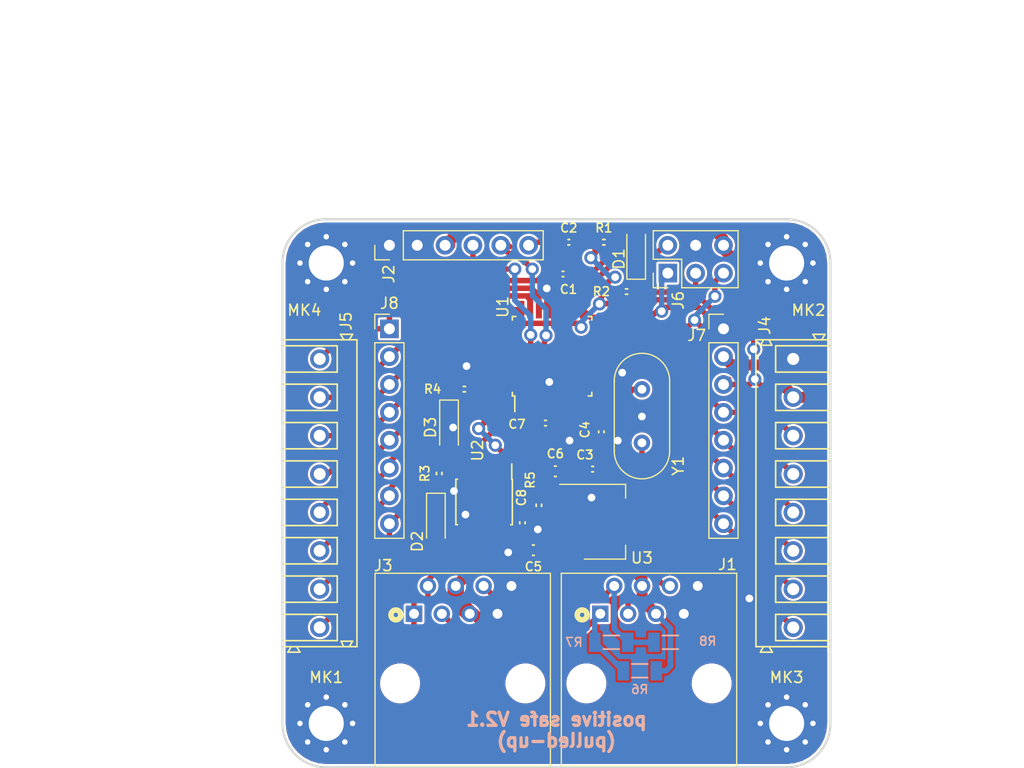
<source format=kicad_pcb>
(kicad_pcb (version 20171130) (host pcbnew 5.1.4)

  (general
    (thickness 1.6)
    (drawings 14)
    (tracks 555)
    (zones 0)
    (modules 35)
    (nets 38)
  )

  (page A4)
  (layers
    (0 F.Cu signal hide)
    (31 B.Cu signal hide)
    (32 B.Adhes user)
    (33 F.Adhes user)
    (34 B.Paste user)
    (35 F.Paste user)
    (36 B.SilkS user)
    (37 F.SilkS user)
    (38 B.Mask user)
    (39 F.Mask user)
    (40 Dwgs.User user)
    (41 Cmts.User user)
    (42 Eco1.User user)
    (43 Eco2.User user)
    (44 Edge.Cuts user)
    (45 Margin user hide)
    (46 B.CrtYd user)
    (47 F.CrtYd user)
    (48 B.Fab user)
    (49 F.Fab user)
  )

  (setup
    (last_trace_width 0.5)
    (trace_clearance 0.2)
    (zone_clearance 0.2)
    (zone_45_only no)
    (trace_min 0.5)
    (via_size 1.2)
    (via_drill 0.7)
    (via_min_size 0.4)
    (via_min_drill 0.3)
    (uvia_size 0.3)
    (uvia_drill 0.1)
    (uvias_allowed no)
    (uvia_min_size 0.2)
    (uvia_min_drill 0.1)
    (edge_width 0.15)
    (segment_width 0.2)
    (pcb_text_width 0.3)
    (pcb_text_size 1.5 1.5)
    (mod_edge_width 0.15)
    (mod_text_size 1 1)
    (mod_text_width 0.15)
    (pad_size 6.4 6.4)
    (pad_drill 3.2)
    (pad_to_mask_clearance 0.05)
    (aux_axis_origin 0 0)
    (visible_elements FFFFFF7F)
    (pcbplotparams
      (layerselection 0x010fc_ffffffff)
      (usegerberextensions true)
      (usegerberattributes false)
      (usegerberadvancedattributes false)
      (creategerberjobfile false)
      (excludeedgelayer true)
      (linewidth 0.100000)
      (plotframeref false)
      (viasonmask false)
      (mode 1)
      (useauxorigin false)
      (hpglpennumber 1)
      (hpglpenspeed 20)
      (hpglpendiameter 15.000000)
      (psnegative false)
      (psa4output false)
      (plotreference true)
      (plotvalue true)
      (plotinvisibletext false)
      (padsonsilk false)
      (subtractmaskfromsilk false)
      (outputformat 1)
      (mirror false)
      (drillshape 0)
      (scaleselection 1)
      (outputdirectory "gerbers/"))
  )

  (net 0 "")
  (net 1 "Net-(C1-Pad1)")
  (net 2 GND)
  (net 3 /RESET)
  (net 4 /DTR)
  (net 5 "Net-(C3-Pad2)")
  (net 6 "Net-(C4-Pad2)")
  (net 7 "Net-(J1-Pad6)")
  (net 8 "Net-(J1-Pad3)")
  (net 9 /TXO)
  (net 10 /RXI)
  (net 11 VCC)
  (net 12 /D13)
  (net 13 /D7)
  (net 14 /D6)
  (net 15 /D5)
  (net 16 /D2)
  (net 17 /D4)
  (net 18 /D3)
  (net 19 /A1)
  (net 20 /A2)
  (net 21 /A0)
  (net 22 /A3)
  (net 23 /A4)
  (net 24 /A5)
  (net 25 /D11)
  (net 26 /D12)
  (net 27 /D8)
  (net 28 /D10)
  (net 29 /D9)
  (net 30 /A6)
  (net 31 /A7)
  (net 32 "Net-(D1-Pad1)")
  (net 33 /VCC_IN)
  (net 34 "Net-(D3-Pad1)")
  (net 35 "Net-(D2-Pad1)")
  (net 36 /EIA485-A)
  (net 37 /EIA485-B)

  (net_class Default "This is the default net class."
    (clearance 0.2)
    (trace_width 0.5)
    (via_dia 1.2)
    (via_drill 0.7)
    (uvia_dia 0.3)
    (uvia_drill 0.1)
    (diff_pair_width 0.5)
    (diff_pair_gap 0.25)
    (add_net /A0)
    (add_net /A1)
    (add_net /A2)
    (add_net /A3)
    (add_net /A4)
    (add_net /A5)
    (add_net /A6)
    (add_net /A7)
    (add_net /D10)
    (add_net /D11)
    (add_net /D12)
    (add_net /D13)
    (add_net /D2)
    (add_net /D3)
    (add_net /D4)
    (add_net /D5)
    (add_net /D6)
    (add_net /D7)
    (add_net /D8)
    (add_net /D9)
    (add_net /DTR)
    (add_net /EIA485-A)
    (add_net /EIA485-B)
    (add_net /RESET)
    (add_net /RXI)
    (add_net /TXO)
    (add_net /VCC_IN)
    (add_net GND)
    (add_net "Net-(C1-Pad1)")
    (add_net "Net-(C3-Pad2)")
    (add_net "Net-(C4-Pad2)")
    (add_net "Net-(D1-Pad1)")
    (add_net "Net-(D2-Pad1)")
    (add_net "Net-(D3-Pad1)")
    (add_net "Net-(J1-Pad3)")
    (add_net "Net-(J1-Pad6)")
    (add_net VCC)
  )

  (module IPC7351-Nominal:RESC3216X84 (layer B.Cu) (tedit 64DA940E) (tstamp 5BDDB664)
    (at 125.4 106.6)
    (descr "Resistor,Chip;3.20mm L X 1.60mm W X 0.84mm H")
    (path /5BDD4C3C)
    (attr smd)
    (fp_text reference R8 (at 3.4 -0.1) (layer B.SilkS)
      (effects (font (size 0.8 0.8) (thickness 0.15)) (justify mirror))
    )
    (fp_text value 720 (at 0 0) (layer B.Fab)
      (effects (font (size 0.5 0.5) (thickness 0.1)) (justify mirror))
    )
    (fp_line (start -0.721 -0.621) (end 0.721 -0.621) (layer B.SilkS) (width 0.15))
    (fp_line (start 0.721 -0.621) (end -0.721 -0.621) (layer B.SilkS) (width 0.15))
    (fp_line (start -0.721 0.621) (end 0.721 0.621) (layer B.SilkS) (width 0.15))
    (fp_line (start 0.721 0.621) (end -0.721 0.621) (layer B.SilkS) (width 0.15))
    (fp_line (start -2.275 1.125) (end 2.275 1.125) (layer B.CrtYd) (width 0.05))
    (fp_line (start 2.275 1.125) (end 2.275 -1.125) (layer B.CrtYd) (width 0.05))
    (fp_line (start 2.275 -1.125) (end -2.275 -1.125) (layer B.CrtYd) (width 0.05))
    (fp_line (start -2.275 -1.125) (end -2.275 1.125) (layer B.CrtYd) (width 0.05))
    (pad 1 smd rect (at -1.5 0) (size 1.05 1.75) (layers B.Cu B.Paste B.Mask)
      (net 37 /EIA485-B))
    (pad 2 smd rect (at 1.5 0) (size 1.05 1.75) (layers B.Cu B.Paste B.Mask)
      (net 2 GND))
  )

  (module IPC7351-Nominal:RESC3216X84 (layer B.Cu) (tedit 64DA940E) (tstamp 5BDDB656)
    (at 122.6 109.2 180)
    (descr "Resistor,Chip;3.20mm L X 1.60mm W X 0.84mm H")
    (path /5BDD4DC4)
    (attr smd)
    (fp_text reference R6 (at 0 -1.7 180) (layer B.SilkS)
      (effects (font (size 0.8 0.8) (thickness 0.15)) (justify mirror))
    )
    (fp_text value 720 (at 0 0 180) (layer B.Fab)
      (effects (font (size 0.5 0.5) (thickness 0.1)) (justify mirror))
    )
    (fp_line (start -2.275 -1.125) (end -2.275 1.125) (layer B.CrtYd) (width 0.05))
    (fp_line (start 2.275 -1.125) (end -2.275 -1.125) (layer B.CrtYd) (width 0.05))
    (fp_line (start 2.275 1.125) (end 2.275 -1.125) (layer B.CrtYd) (width 0.05))
    (fp_line (start -2.275 1.125) (end 2.275 1.125) (layer B.CrtYd) (width 0.05))
    (fp_line (start 0.721 0.621) (end -0.721 0.621) (layer B.SilkS) (width 0.15))
    (fp_line (start -0.721 0.621) (end 0.721 0.621) (layer B.SilkS) (width 0.15))
    (fp_line (start 0.721 -0.621) (end -0.721 -0.621) (layer B.SilkS) (width 0.15))
    (fp_line (start -0.721 -0.621) (end 0.721 -0.621) (layer B.SilkS) (width 0.15))
    (pad 2 smd rect (at 1.5 0 180) (size 1.05 1.75) (layers B.Cu B.Paste B.Mask)
      (net 36 /EIA485-A))
    (pad 1 smd rect (at -1.5 0 180) (size 1.05 1.75) (layers B.Cu B.Paste B.Mask)
      (net 33 /VCC_IN))
  )

  (module IPC7351-Nominal:RESC3216X84 (layer B.Cu) (tedit 64DA940E) (tstamp 5BDDB648)
    (at 120 106.6)
    (descr "Resistor,Chip;3.20mm L X 1.60mm W X 0.84mm H")
    (path /5BDD4CEC)
    (attr smd)
    (fp_text reference R7 (at -3.4 0) (layer B.SilkS)
      (effects (font (size 0.8 0.8) (thickness 0.15)) (justify mirror))
    )
    (fp_text value 130 (at 0 0) (layer B.Fab)
      (effects (font (size 0.5 0.5) (thickness 0.1)) (justify mirror))
    )
    (fp_line (start -0.721 -0.621) (end 0.721 -0.621) (layer B.SilkS) (width 0.15))
    (fp_line (start 0.721 -0.621) (end -0.721 -0.621) (layer B.SilkS) (width 0.15))
    (fp_line (start -0.721 0.621) (end 0.721 0.621) (layer B.SilkS) (width 0.15))
    (fp_line (start 0.721 0.621) (end -0.721 0.621) (layer B.SilkS) (width 0.15))
    (fp_line (start -2.275 1.125) (end 2.275 1.125) (layer B.CrtYd) (width 0.05))
    (fp_line (start 2.275 1.125) (end 2.275 -1.125) (layer B.CrtYd) (width 0.05))
    (fp_line (start 2.275 -1.125) (end -2.275 -1.125) (layer B.CrtYd) (width 0.05))
    (fp_line (start -2.275 -1.125) (end -2.275 1.125) (layer B.CrtYd) (width 0.05))
    (pad 1 smd rect (at -1.5 0) (size 1.05 1.75) (layers B.Cu B.Paste B.Mask)
      (net 36 /EIA485-A))
    (pad 2 smd rect (at 1.5 0) (size 1.05 1.75) (layers B.Cu B.Paste B.Mask)
      (net 37 /EIA485-B))
  )

  (module Pin_Headers:Pin_Header_Straight_2x03_Pitch2.54mm (layer F.Cu) (tedit 59650532) (tstamp 5B80299F)
    (at 125.16 72.92 90)
    (descr "Through hole straight pin header, 2x03, 2.54mm pitch, double rows")
    (tags "Through hole pin header THT 2x03 2.54mm double row")
    (path /5B809193)
    (fp_text reference J6 (at -2.48 0.94 90) (layer F.SilkS)
      (effects (font (size 1 1) (thickness 0.15)))
    )
    (fp_text value Conn_02x03_Counter_Clockwise (at 1.27 7.41 90) (layer F.Fab)
      (effects (font (size 1 1) (thickness 0.15)))
    )
    (fp_text user %R (at 1.27 2.54 180) (layer F.Fab)
      (effects (font (size 1 1) (thickness 0.15)))
    )
    (fp_line (start 4.35 -1.8) (end -1.8 -1.8) (layer F.CrtYd) (width 0.05))
    (fp_line (start 4.35 6.85) (end 4.35 -1.8) (layer F.CrtYd) (width 0.05))
    (fp_line (start -1.8 6.85) (end 4.35 6.85) (layer F.CrtYd) (width 0.05))
    (fp_line (start -1.8 -1.8) (end -1.8 6.85) (layer F.CrtYd) (width 0.05))
    (fp_line (start -1.33 -1.33) (end 0 -1.33) (layer F.SilkS) (width 0.12))
    (fp_line (start -1.33 0) (end -1.33 -1.33) (layer F.SilkS) (width 0.12))
    (fp_line (start 1.27 -1.33) (end 3.87 -1.33) (layer F.SilkS) (width 0.12))
    (fp_line (start 1.27 1.27) (end 1.27 -1.33) (layer F.SilkS) (width 0.12))
    (fp_line (start -1.33 1.27) (end 1.27 1.27) (layer F.SilkS) (width 0.12))
    (fp_line (start 3.87 -1.33) (end 3.87 6.41) (layer F.SilkS) (width 0.12))
    (fp_line (start -1.33 1.27) (end -1.33 6.41) (layer F.SilkS) (width 0.12))
    (fp_line (start -1.33 6.41) (end 3.87 6.41) (layer F.SilkS) (width 0.12))
    (fp_line (start -1.27 0) (end 0 -1.27) (layer F.Fab) (width 0.1))
    (fp_line (start -1.27 6.35) (end -1.27 0) (layer F.Fab) (width 0.1))
    (fp_line (start 3.81 6.35) (end -1.27 6.35) (layer F.Fab) (width 0.1))
    (fp_line (start 3.81 -1.27) (end 3.81 6.35) (layer F.Fab) (width 0.1))
    (fp_line (start 0 -1.27) (end 3.81 -1.27) (layer F.Fab) (width 0.1))
    (pad 6 thru_hole oval (at 2.54 5.08 90) (size 1.7 1.7) (drill 1) (layers *.Cu *.Mask)
      (net 11 VCC))
    (pad 5 thru_hole oval (at 0 5.08 90) (size 1.7 1.7) (drill 1) (layers *.Cu *.Mask)
      (net 25 /D11))
    (pad 4 thru_hole oval (at 2.54 2.54 90) (size 1.7 1.7) (drill 1) (layers *.Cu *.Mask)
      (net 2 GND))
    (pad 3 thru_hole oval (at 0 2.54 90) (size 1.7 1.7) (drill 1) (layers *.Cu *.Mask)
      (net 3 /RESET))
    (pad 2 thru_hole oval (at 2.54 0 90) (size 1.7 1.7) (drill 1) (layers *.Cu *.Mask)
      (net 12 /D13))
    (pad 1 thru_hole rect (at 0 0 90) (size 1.7 1.7) (drill 1) (layers *.Cu *.Mask)
      (net 26 /D12))
    (model ${KISYS3DMOD}/Pin_Headers.3dshapes/Pin_Header_Straight_2x03_Pitch2.54mm.wrl
      (at (xyz 0 0 0))
      (scale (xyz 1 1 1))
      (rotate (xyz 0 0 0))
    )
  )

  (module IPC7351-Nominal:CAPC1608X87 (layer F.Cu) (tedit 82C6428A) (tstamp 5E15FC7E)
    (at 116.125 70.1)
    (descr "Capacitor,non-polarized,Chip;1.60mm L X 0.80mm W X 0.87mm H")
    (path /5B801EA3)
    (attr smd)
    (fp_text reference C2 (at 0 -1.3) (layer F.SilkS)
      (effects (font (size 0.8 0.8) (thickness 0.15)))
    )
    (fp_text value 0.1uF (at 0 0) (layer F.Fab)
      (effects (font (size 0.5 0.5) (thickness 0.1)))
    )
    (fp_line (start -0.071 0.246) (end 0.071 0.246) (layer F.SilkS) (width 0.15))
    (fp_line (start 0.071 0.246) (end -0.071 0.246) (layer F.SilkS) (width 0.15))
    (fp_line (start -0.071 -0.246) (end 0.071 -0.246) (layer F.SilkS) (width 0.15))
    (fp_line (start 0.071 -0.246) (end -0.071 -0.246) (layer F.SilkS) (width 0.15))
    (fp_line (start -1.525 -0.75) (end 1.525 -0.75) (layer F.CrtYd) (width 0.05))
    (fp_line (start 1.525 -0.75) (end 1.525 0.75) (layer F.CrtYd) (width 0.05))
    (fp_line (start 1.525 0.75) (end -1.525 0.75) (layer F.CrtYd) (width 0.05))
    (fp_line (start -1.525 0.75) (end -1.525 -0.75) (layer F.CrtYd) (width 0.05))
    (pad 1 smd rect (at -0.8 0) (size 0.95 1) (layers F.Cu F.Paste F.Mask)
      (net 4 /DTR))
    (pad 2 smd rect (at 0.8 0) (size 0.95 1) (layers F.Cu F.Paste F.Mask)
      (net 3 /RESET))
    (model smd_cap/c_0603.wrl
      (at (xyz 0 0 0))
      (scale (xyz 1 1 1))
      (rotate (xyz 0 0 0))
    )
  )

  (module sejf:KLS2-350-3.5-8 (layer F.Cu) (tedit 5BDADB5D) (tstamp 5BDB7B6A)
    (at 136.6 80.75 270)
    (path /5B80083C)
    (fp_text reference J4 (at -3.05 2.6 270) (layer F.SilkS)
      (effects (font (size 1 1) (thickness 0.15)))
    )
    (fp_text value Screw_Terminal_01x08 (at 0.1 -4.3 270) (layer F.Fab)
      (effects (font (size 1 1) (thickness 0.15)))
    )
    (fp_line (start 26.6 -3.8) (end -1.7 -3.8) (layer F.CrtYd) (width 0.12))
    (fp_line (start 26.6 0) (end 26.6 -3.8) (layer F.CrtYd) (width 0.12))
    (fp_line (start 27.1 0) (end 26.6 0) (layer F.CrtYd) (width 0.12))
    (fp_line (start 27.1 3.8) (end 27.1 0) (layer F.CrtYd) (width 0.12))
    (fp_line (start -2.1 3.7) (end 27.1 3.8) (layer F.CrtYd) (width 0.12))
    (fp_line (start -2.1 -0.8) (end -2.1 3.7) (layer F.CrtYd) (width 0.12))
    (fp_line (start -2.6 -0.8) (end -2.1 -0.8) (layer F.CrtYd) (width 0.12))
    (fp_line (start -2.6 -3.8) (end -2.6 -0.8) (layer F.CrtYd) (width 0.12))
    (fp_line (start -1.7 -3.8) (end -2.6 -3.8) (layer F.CrtYd) (width 0.12))
    (fp_line (start 23.3 -3.4) (end 23.3 1.6) (layer F.SilkS) (width 0.15))
    (fp_line (start 25.7 1.6) (end 25.7 -3.4) (layer F.SilkS) (width 0.15))
    (fp_line (start 23.3 1.6) (end 25.7 1.6) (layer F.SilkS) (width 0.15))
    (fp_line (start 22.2 1.6) (end 22.2 -3.4) (layer F.SilkS) (width 0.15))
    (fp_line (start 19.8 -3.4) (end 19.8 1.6) (layer F.SilkS) (width 0.15))
    (fp_line (start 19.8 1.6) (end 22.2 1.6) (layer F.SilkS) (width 0.15))
    (fp_line (start 16.3 1.6) (end 18.7 1.6) (layer F.SilkS) (width 0.15))
    (fp_line (start 18.7 1.6) (end 18.7 -3.4) (layer F.SilkS) (width 0.15))
    (fp_line (start 16.3 -3.4) (end 16.3 1.6) (layer F.SilkS) (width 0.15))
    (fp_line (start 12.8 -3.4) (end 12.8 1.6) (layer F.SilkS) (width 0.15))
    (fp_line (start 12.8 1.6) (end 15.2 1.6) (layer F.SilkS) (width 0.15))
    (fp_line (start 15.2 1.6) (end 15.2 -3.4) (layer F.SilkS) (width 0.15))
    (fp_line (start 9.3 -3.4) (end 9.3 1.6) (layer F.SilkS) (width 0.15))
    (fp_line (start 11.7 1.6) (end 11.7 -3.4) (layer F.SilkS) (width 0.15))
    (fp_line (start 9.3 1.6) (end 11.7 1.6) (layer F.SilkS) (width 0.15))
    (fp_line (start 5.8 -3.4) (end 5.8 1.6) (layer F.SilkS) (width 0.15))
    (fp_line (start 5.8 1.6) (end 8.2 1.6) (layer F.SilkS) (width 0.15))
    (fp_line (start 8.2 1.6) (end 8.2 -3.4) (layer F.SilkS) (width 0.15))
    (fp_line (start 4.7 1.6) (end 4.7 -3.4) (layer F.SilkS) (width 0.15))
    (fp_line (start 2.3 1.6) (end 4.7 1.6) (layer F.SilkS) (width 0.15))
    (fp_line (start 2.3 -3.4) (end 2.3 1.6) (layer F.SilkS) (width 0.15))
    (fp_line (start 1.2 1.6) (end 1.2 -3.4) (layer F.SilkS) (width 0.15))
    (fp_line (start -1.2 1.6) (end 1.2 1.6) (layer F.SilkS) (width 0.15))
    (fp_line (start -1.2 -3.4) (end -1.2 1.6) (layer F.SilkS) (width 0.15))
    (fp_line (start 26.75 3) (end 26.25 2.7) (layer F.SilkS) (width 0.15))
    (fp_line (start 26.75 1.9) (end 26.75 3) (layer F.SilkS) (width 0.15))
    (fp_line (start 26.25 2.2) (end 26.75 1.9) (layer F.SilkS) (width 0.15))
    (fp_line (start -1.25 3) (end -1.75 2.7) (layer F.SilkS) (width 0.15))
    (fp_line (start -1.25 1.95) (end -1.25 3) (layer F.SilkS) (width 0.15))
    (fp_line (start -1.75 2.2) (end -1.25 1.95) (layer F.SilkS) (width 0.15))
    (fp_line (start -2.25 -1.8) (end -1.75 -2.1) (layer F.SilkS) (width 0.15))
    (fp_line (start -2.25 -2.9) (end -2.25 -1.8) (layer F.SilkS) (width 0.15))
    (fp_line (start -1.75 -2.6) (end -2.25 -2.9) (layer F.SilkS) (width 0.15))
    (fp_line (start 26.25 -3.4) (end -1.75 -3.4) (layer F.SilkS) (width 0.15))
    (fp_line (start 26.25 3.4) (end 26.25 -3.4) (layer F.SilkS) (width 0.15))
    (fp_line (start -1.75 3.4) (end 26.25 3.4) (layer F.SilkS) (width 0.15))
    (fp_line (start -1.75 -3.4) (end -1.75 3.4) (layer F.SilkS) (width 0.15))
    (fp_line (start -1.75 -2.6) (end -2.25 -2.9) (layer F.Fab) (width 0.05))
    (fp_line (start -2.25 -2.9) (end -2.25 -1.8) (layer F.Fab) (width 0.05))
    (fp_line (start -2.25 -1.8) (end -1.75 -2.1) (layer F.Fab) (width 0.05))
    (fp_line (start -1.25 3) (end -1.25 1.9) (layer F.Fab) (width 0.05))
    (fp_line (start -1.25 1.9) (end -1.75 2.2) (layer F.Fab) (width 0.05))
    (fp_line (start -1.75 2.7) (end -1.25 3) (layer F.Fab) (width 0.05))
    (fp_line (start 26.75 1.9) (end 26.25 2.2) (layer F.Fab) (width 0.05))
    (fp_line (start 26.75 3) (end 26.75 1.9) (layer F.Fab) (width 0.05))
    (fp_line (start 26.25 2.7) (end 26.75 3) (layer F.Fab) (width 0.05))
    (fp_line (start 25.5 -0.2) (end 23.5 -0.2) (layer F.Fab) (width 0.05))
    (fp_line (start 23.5 0.1) (end 25.5 0.1) (layer F.Fab) (width 0.05))
    (fp_circle (center 24.5 0) (end 25.5 -0.2) (layer F.Fab) (width 0.05))
    (fp_line (start 20 0.1) (end 22 0.1) (layer F.Fab) (width 0.05))
    (fp_circle (center 21 0) (end 22 -0.2) (layer F.Fab) (width 0.05))
    (fp_line (start 22 -0.2) (end 20 -0.2) (layer F.Fab) (width 0.05))
    (fp_circle (center 17.5 0) (end 18.5 -0.2) (layer F.Fab) (width 0.05))
    (fp_line (start 18.5 -0.2) (end 16.5 -0.2) (layer F.Fab) (width 0.05))
    (fp_line (start 16.5 0.1) (end 18.5 0.1) (layer F.Fab) (width 0.05))
    (fp_line (start 13 0.1) (end 15 0.1) (layer F.Fab) (width 0.05))
    (fp_circle (center 14 0) (end 15 -0.2) (layer F.Fab) (width 0.05))
    (fp_line (start 15 -0.2) (end 13 -0.2) (layer F.Fab) (width 0.05))
    (fp_line (start 9.5 0.1) (end 11.5 0.1) (layer F.Fab) (width 0.05))
    (fp_circle (center 10.5 0) (end 11.5 -0.2) (layer F.Fab) (width 0.05))
    (fp_line (start 11.5 -0.2) (end 9.5 -0.2) (layer F.Fab) (width 0.05))
    (fp_line (start 6 0.1) (end 8 0.1) (layer F.Fab) (width 0.05))
    (fp_circle (center 7 0) (end 8 -0.2) (layer F.Fab) (width 0.05))
    (fp_line (start 8 -0.2) (end 6 -0.2) (layer F.Fab) (width 0.05))
    (fp_line (start 4.5 -0.2) (end 2.5 -0.2) (layer F.Fab) (width 0.05))
    (fp_circle (center 3.5 0) (end 4.5 -0.2) (layer F.Fab) (width 0.05))
    (fp_line (start 2.5 0.1) (end 4.5 0.1) (layer F.Fab) (width 0.05))
    (fp_line (start -1 0.1) (end 1 0.1) (layer F.Fab) (width 0.05))
    (fp_line (start 1 -0.2) (end -1 -0.2) (layer F.Fab) (width 0.05))
    (fp_circle (center 0 0) (end 1 -0.2) (layer F.Fab) (width 0.05))
    (fp_line (start 23.3 1.6) (end 25.7 1.6) (layer F.Fab) (width 0.05))
    (fp_line (start 25.7 1.6) (end 25.7 -3.4) (layer F.Fab) (width 0.05))
    (fp_line (start 23.3 -3.4) (end 23.3 1.6) (layer F.Fab) (width 0.05))
    (fp_line (start 22.2 1.6) (end 22.2 -3.4) (layer F.Fab) (width 0.05))
    (fp_line (start 19.8 1.6) (end 22.2 1.6) (layer F.Fab) (width 0.05))
    (fp_line (start 19.8 -3.4) (end 19.8 1.6) (layer F.Fab) (width 0.05))
    (fp_line (start 16.3 -3.4) (end 16.3 1.6) (layer F.Fab) (width 0.05))
    (fp_line (start 16.3 1.6) (end 18.7 1.6) (layer F.Fab) (width 0.05))
    (fp_line (start 18.7 1.6) (end 18.7 -3.4) (layer F.Fab) (width 0.05))
    (fp_line (start 12.8 1.6) (end 15.2 1.6) (layer F.Fab) (width 0.05))
    (fp_line (start 15.2 1.6) (end 15.2 -3.4) (layer F.Fab) (width 0.05))
    (fp_line (start 12.8 -3.4) (end 12.8 1.6) (layer F.Fab) (width 0.05))
    (fp_line (start 9.3 -3.4) (end 9.3 1.6) (layer F.Fab) (width 0.05))
    (fp_line (start 11.7 1.6) (end 11.7 -3.4) (layer F.Fab) (width 0.05))
    (fp_line (start 9.3 1.6) (end 11.7 1.6) (layer F.Fab) (width 0.05))
    (fp_line (start 8.2 1.6) (end 8.2 -3.4) (layer F.Fab) (width 0.05))
    (fp_line (start 5.8 -3.4) (end 5.8 1.6) (layer F.Fab) (width 0.05))
    (fp_line (start 5.8 1.6) (end 8.2 1.6) (layer F.Fab) (width 0.05))
    (fp_line (start 4.7 1.6) (end 4.7 -3.4) (layer F.Fab) (width 0.05))
    (fp_line (start 2.3 -3.4) (end 2.3 1.6) (layer F.Fab) (width 0.05))
    (fp_line (start 2.3 1.6) (end 4.7 1.6) (layer F.Fab) (width 0.05))
    (fp_line (start 1.2 1.6) (end 1.2 -3.4) (layer F.Fab) (width 0.05))
    (fp_line (start -1.2 1.6) (end 1.2 1.6) (layer F.Fab) (width 0.05))
    (fp_line (start -1.2 -3.4) (end -1.2 1.6) (layer F.Fab) (width 0.05))
    (fp_line (start 26.25 3.4) (end -1.75 3.4) (layer F.Fab) (width 0.05))
    (fp_line (start 26.25 -3.4) (end 26.25 3.4) (layer F.Fab) (width 0.05))
    (fp_line (start -1.75 -3.4) (end 26.25 -3.4) (layer F.Fab) (width 0.05))
    (fp_line (start -1.75 -3.4) (end -1.75 3.4) (layer F.Fab) (width 0.05))
    (pad 8 thru_hole circle (at 24.5 0 270) (size 1.75 1.75) (drill 1.1) (layers *.Cu *.Mask)
      (net 27 /D8))
    (pad 7 thru_hole circle (at 21 0 270) (size 1.75 1.75) (drill 1.1) (layers *.Cu *.Mask)
      (net 29 /D9))
    (pad 6 thru_hole circle (at 17.5 0 270) (size 1.75 1.75) (drill 1.1) (layers *.Cu *.Mask)
      (net 28 /D10))
    (pad 5 thru_hole circle (at 14 0 270) (size 1.75 1.75) (drill 1.1) (layers *.Cu *.Mask)
      (net 25 /D11))
    (pad 4 thru_hole circle (at 10.5 0 270) (size 1.75 1.75) (drill 1.1) (layers *.Cu *.Mask)
      (net 26 /D12))
    (pad 3 thru_hole circle (at 7 0 270) (size 1.75 1.75) (drill 1.1) (layers *.Cu *.Mask)
      (net 12 /D13))
    (pad 2 thru_hole circle (at 3.5 0 270) (size 1.75 1.75) (drill 1.1) (layers *.Cu *.Mask)
      (net 11 VCC))
    (pad 1 thru_hole circle (at 0 0 270) (size 1.75 1.75) (drill 1.1) (layers *.Cu *.Mask)
      (net 2 GND))
  )

  (module sejf:KLS2-350-3.5-8 (layer F.Cu) (tedit 5BDADB5D) (tstamp 5BE4A96D)
    (at 93.4 105.25 90)
    (path /5B8008D2)
    (fp_text reference J5 (at 27.95 2.4 90) (layer F.SilkS)
      (effects (font (size 1 1) (thickness 0.15)))
    )
    (fp_text value Screw_Terminal_01x08 (at 0.1 -4.3 90) (layer F.Fab)
      (effects (font (size 1 1) (thickness 0.15)))
    )
    (fp_line (start -1.75 -3.4) (end -1.75 3.4) (layer F.Fab) (width 0.05))
    (fp_line (start -1.75 -3.4) (end 26.25 -3.4) (layer F.Fab) (width 0.05))
    (fp_line (start 26.25 -3.4) (end 26.25 3.4) (layer F.Fab) (width 0.05))
    (fp_line (start 26.25 3.4) (end -1.75 3.4) (layer F.Fab) (width 0.05))
    (fp_line (start -1.2 -3.4) (end -1.2 1.6) (layer F.Fab) (width 0.05))
    (fp_line (start -1.2 1.6) (end 1.2 1.6) (layer F.Fab) (width 0.05))
    (fp_line (start 1.2 1.6) (end 1.2 -3.4) (layer F.Fab) (width 0.05))
    (fp_line (start 2.3 1.6) (end 4.7 1.6) (layer F.Fab) (width 0.05))
    (fp_line (start 2.3 -3.4) (end 2.3 1.6) (layer F.Fab) (width 0.05))
    (fp_line (start 4.7 1.6) (end 4.7 -3.4) (layer F.Fab) (width 0.05))
    (fp_line (start 5.8 1.6) (end 8.2 1.6) (layer F.Fab) (width 0.05))
    (fp_line (start 5.8 -3.4) (end 5.8 1.6) (layer F.Fab) (width 0.05))
    (fp_line (start 8.2 1.6) (end 8.2 -3.4) (layer F.Fab) (width 0.05))
    (fp_line (start 9.3 1.6) (end 11.7 1.6) (layer F.Fab) (width 0.05))
    (fp_line (start 11.7 1.6) (end 11.7 -3.4) (layer F.Fab) (width 0.05))
    (fp_line (start 9.3 -3.4) (end 9.3 1.6) (layer F.Fab) (width 0.05))
    (fp_line (start 12.8 -3.4) (end 12.8 1.6) (layer F.Fab) (width 0.05))
    (fp_line (start 15.2 1.6) (end 15.2 -3.4) (layer F.Fab) (width 0.05))
    (fp_line (start 12.8 1.6) (end 15.2 1.6) (layer F.Fab) (width 0.05))
    (fp_line (start 18.7 1.6) (end 18.7 -3.4) (layer F.Fab) (width 0.05))
    (fp_line (start 16.3 1.6) (end 18.7 1.6) (layer F.Fab) (width 0.05))
    (fp_line (start 16.3 -3.4) (end 16.3 1.6) (layer F.Fab) (width 0.05))
    (fp_line (start 19.8 -3.4) (end 19.8 1.6) (layer F.Fab) (width 0.05))
    (fp_line (start 19.8 1.6) (end 22.2 1.6) (layer F.Fab) (width 0.05))
    (fp_line (start 22.2 1.6) (end 22.2 -3.4) (layer F.Fab) (width 0.05))
    (fp_line (start 23.3 -3.4) (end 23.3 1.6) (layer F.Fab) (width 0.05))
    (fp_line (start 25.7 1.6) (end 25.7 -3.4) (layer F.Fab) (width 0.05))
    (fp_line (start 23.3 1.6) (end 25.7 1.6) (layer F.Fab) (width 0.05))
    (fp_circle (center 0 0) (end 1 -0.2) (layer F.Fab) (width 0.05))
    (fp_line (start 1 -0.2) (end -1 -0.2) (layer F.Fab) (width 0.05))
    (fp_line (start -1 0.1) (end 1 0.1) (layer F.Fab) (width 0.05))
    (fp_line (start 2.5 0.1) (end 4.5 0.1) (layer F.Fab) (width 0.05))
    (fp_circle (center 3.5 0) (end 4.5 -0.2) (layer F.Fab) (width 0.05))
    (fp_line (start 4.5 -0.2) (end 2.5 -0.2) (layer F.Fab) (width 0.05))
    (fp_line (start 8 -0.2) (end 6 -0.2) (layer F.Fab) (width 0.05))
    (fp_circle (center 7 0) (end 8 -0.2) (layer F.Fab) (width 0.05))
    (fp_line (start 6 0.1) (end 8 0.1) (layer F.Fab) (width 0.05))
    (fp_line (start 11.5 -0.2) (end 9.5 -0.2) (layer F.Fab) (width 0.05))
    (fp_circle (center 10.5 0) (end 11.5 -0.2) (layer F.Fab) (width 0.05))
    (fp_line (start 9.5 0.1) (end 11.5 0.1) (layer F.Fab) (width 0.05))
    (fp_line (start 15 -0.2) (end 13 -0.2) (layer F.Fab) (width 0.05))
    (fp_circle (center 14 0) (end 15 -0.2) (layer F.Fab) (width 0.05))
    (fp_line (start 13 0.1) (end 15 0.1) (layer F.Fab) (width 0.05))
    (fp_line (start 16.5 0.1) (end 18.5 0.1) (layer F.Fab) (width 0.05))
    (fp_line (start 18.5 -0.2) (end 16.5 -0.2) (layer F.Fab) (width 0.05))
    (fp_circle (center 17.5 0) (end 18.5 -0.2) (layer F.Fab) (width 0.05))
    (fp_line (start 22 -0.2) (end 20 -0.2) (layer F.Fab) (width 0.05))
    (fp_circle (center 21 0) (end 22 -0.2) (layer F.Fab) (width 0.05))
    (fp_line (start 20 0.1) (end 22 0.1) (layer F.Fab) (width 0.05))
    (fp_circle (center 24.5 0) (end 25.5 -0.2) (layer F.Fab) (width 0.05))
    (fp_line (start 23.5 0.1) (end 25.5 0.1) (layer F.Fab) (width 0.05))
    (fp_line (start 25.5 -0.2) (end 23.5 -0.2) (layer F.Fab) (width 0.05))
    (fp_line (start 26.25 2.7) (end 26.75 3) (layer F.Fab) (width 0.05))
    (fp_line (start 26.75 3) (end 26.75 1.9) (layer F.Fab) (width 0.05))
    (fp_line (start 26.75 1.9) (end 26.25 2.2) (layer F.Fab) (width 0.05))
    (fp_line (start -1.75 2.7) (end -1.25 3) (layer F.Fab) (width 0.05))
    (fp_line (start -1.25 1.9) (end -1.75 2.2) (layer F.Fab) (width 0.05))
    (fp_line (start -1.25 3) (end -1.25 1.9) (layer F.Fab) (width 0.05))
    (fp_line (start -2.25 -1.8) (end -1.75 -2.1) (layer F.Fab) (width 0.05))
    (fp_line (start -2.25 -2.9) (end -2.25 -1.8) (layer F.Fab) (width 0.05))
    (fp_line (start -1.75 -2.6) (end -2.25 -2.9) (layer F.Fab) (width 0.05))
    (fp_line (start -1.75 -3.4) (end -1.75 3.4) (layer F.SilkS) (width 0.15))
    (fp_line (start -1.75 3.4) (end 26.25 3.4) (layer F.SilkS) (width 0.15))
    (fp_line (start 26.25 3.4) (end 26.25 -3.4) (layer F.SilkS) (width 0.15))
    (fp_line (start 26.25 -3.4) (end -1.75 -3.4) (layer F.SilkS) (width 0.15))
    (fp_line (start -1.75 -2.6) (end -2.25 -2.9) (layer F.SilkS) (width 0.15))
    (fp_line (start -2.25 -2.9) (end -2.25 -1.8) (layer F.SilkS) (width 0.15))
    (fp_line (start -2.25 -1.8) (end -1.75 -2.1) (layer F.SilkS) (width 0.15))
    (fp_line (start -1.75 2.2) (end -1.25 1.95) (layer F.SilkS) (width 0.15))
    (fp_line (start -1.25 1.95) (end -1.25 3) (layer F.SilkS) (width 0.15))
    (fp_line (start -1.25 3) (end -1.75 2.7) (layer F.SilkS) (width 0.15))
    (fp_line (start 26.25 2.2) (end 26.75 1.9) (layer F.SilkS) (width 0.15))
    (fp_line (start 26.75 1.9) (end 26.75 3) (layer F.SilkS) (width 0.15))
    (fp_line (start 26.75 3) (end 26.25 2.7) (layer F.SilkS) (width 0.15))
    (fp_line (start -1.2 -3.4) (end -1.2 1.6) (layer F.SilkS) (width 0.15))
    (fp_line (start -1.2 1.6) (end 1.2 1.6) (layer F.SilkS) (width 0.15))
    (fp_line (start 1.2 1.6) (end 1.2 -3.4) (layer F.SilkS) (width 0.15))
    (fp_line (start 2.3 -3.4) (end 2.3 1.6) (layer F.SilkS) (width 0.15))
    (fp_line (start 2.3 1.6) (end 4.7 1.6) (layer F.SilkS) (width 0.15))
    (fp_line (start 4.7 1.6) (end 4.7 -3.4) (layer F.SilkS) (width 0.15))
    (fp_line (start 8.2 1.6) (end 8.2 -3.4) (layer F.SilkS) (width 0.15))
    (fp_line (start 5.8 1.6) (end 8.2 1.6) (layer F.SilkS) (width 0.15))
    (fp_line (start 5.8 -3.4) (end 5.8 1.6) (layer F.SilkS) (width 0.15))
    (fp_line (start 9.3 1.6) (end 11.7 1.6) (layer F.SilkS) (width 0.15))
    (fp_line (start 11.7 1.6) (end 11.7 -3.4) (layer F.SilkS) (width 0.15))
    (fp_line (start 9.3 -3.4) (end 9.3 1.6) (layer F.SilkS) (width 0.15))
    (fp_line (start 15.2 1.6) (end 15.2 -3.4) (layer F.SilkS) (width 0.15))
    (fp_line (start 12.8 1.6) (end 15.2 1.6) (layer F.SilkS) (width 0.15))
    (fp_line (start 12.8 -3.4) (end 12.8 1.6) (layer F.SilkS) (width 0.15))
    (fp_line (start 16.3 -3.4) (end 16.3 1.6) (layer F.SilkS) (width 0.15))
    (fp_line (start 18.7 1.6) (end 18.7 -3.4) (layer F.SilkS) (width 0.15))
    (fp_line (start 16.3 1.6) (end 18.7 1.6) (layer F.SilkS) (width 0.15))
    (fp_line (start 19.8 1.6) (end 22.2 1.6) (layer F.SilkS) (width 0.15))
    (fp_line (start 19.8 -3.4) (end 19.8 1.6) (layer F.SilkS) (width 0.15))
    (fp_line (start 22.2 1.6) (end 22.2 -3.4) (layer F.SilkS) (width 0.15))
    (fp_line (start 23.3 1.6) (end 25.7 1.6) (layer F.SilkS) (width 0.15))
    (fp_line (start 25.7 1.6) (end 25.7 -3.4) (layer F.SilkS) (width 0.15))
    (fp_line (start 23.3 -3.4) (end 23.3 1.6) (layer F.SilkS) (width 0.15))
    (fp_line (start -1.7 -3.8) (end -2.6 -3.8) (layer F.CrtYd) (width 0.12))
    (fp_line (start -2.6 -3.8) (end -2.6 -0.8) (layer F.CrtYd) (width 0.12))
    (fp_line (start -2.6 -0.8) (end -2.1 -0.8) (layer F.CrtYd) (width 0.12))
    (fp_line (start -2.1 -0.8) (end -2.1 3.7) (layer F.CrtYd) (width 0.12))
    (fp_line (start -2.1 3.7) (end 27.1 3.8) (layer F.CrtYd) (width 0.12))
    (fp_line (start 27.1 3.8) (end 27.1 0) (layer F.CrtYd) (width 0.12))
    (fp_line (start 27.1 0) (end 26.6 0) (layer F.CrtYd) (width 0.12))
    (fp_line (start 26.6 0) (end 26.6 -3.8) (layer F.CrtYd) (width 0.12))
    (fp_line (start 26.6 -3.8) (end -1.7 -3.8) (layer F.CrtYd) (width 0.12))
    (pad 1 thru_hole circle (at 0 0 90) (size 1.75 1.75) (drill 1.1) (layers *.Cu *.Mask)
      (net 24 /A5))
    (pad 2 thru_hole circle (at 3.5 0 90) (size 1.75 1.75) (drill 1.1) (layers *.Cu *.Mask)
      (net 23 /A4))
    (pad 3 thru_hole circle (at 7 0 90) (size 1.75 1.75) (drill 1.1) (layers *.Cu *.Mask)
      (net 22 /A3))
    (pad 4 thru_hole circle (at 10.5 0 90) (size 1.75 1.75) (drill 1.1) (layers *.Cu *.Mask)
      (net 20 /A2))
    (pad 5 thru_hole circle (at 14 0 90) (size 1.75 1.75) (drill 1.1) (layers *.Cu *.Mask)
      (net 19 /A1))
    (pad 6 thru_hole circle (at 17.5 0 90) (size 1.75 1.75) (drill 1.1) (layers *.Cu *.Mask)
      (net 21 /A0))
    (pad 7 thru_hole circle (at 21 0 90) (size 1.75 1.75) (drill 1.1) (layers *.Cu *.Mask)
      (net 31 /A7))
    (pad 8 thru_hole circle (at 24.5 0 90) (size 1.75 1.75) (drill 1.1) (layers *.Cu *.Mask)
      (net 30 /A6))
  )

  (module Connector_PinHeader_2.54mm:PinHeader_1x06_P2.54mm_Vertical (layer F.Cu) (tedit 5BDD4F80) (tstamp 5BDDC360)
    (at 99.76 70.38 90)
    (descr "Through hole straight pin header, 1x06, 2.54mm pitch, single row")
    (tags "Through hole pin header THT 1x06 2.54mm single row")
    (path /5BDF5CDC)
    (fp_text reference J2 (at -2.62 -0.06 90) (layer F.SilkS)
      (effects (font (size 1 1) (thickness 0.15)))
    )
    (fp_text value Conn_01x06 (at 0 15.03 90) (layer F.Fab)
      (effects (font (size 1 1) (thickness 0.15)))
    )
    (fp_line (start -0.635 -1.27) (end 1.27 -1.27) (layer F.Fab) (width 0.1))
    (fp_line (start 1.27 -1.27) (end 1.27 13.97) (layer F.Fab) (width 0.1))
    (fp_line (start 1.27 13.97) (end -1.27 13.97) (layer F.Fab) (width 0.1))
    (fp_line (start -1.27 13.97) (end -1.27 -0.635) (layer F.Fab) (width 0.1))
    (fp_line (start -1.27 -0.635) (end -0.635 -1.27) (layer F.Fab) (width 0.1))
    (fp_line (start -1.33 14.03) (end 1.33 14.03) (layer F.SilkS) (width 0.12))
    (fp_line (start -1.33 1.27) (end -1.33 14.03) (layer F.SilkS) (width 0.12))
    (fp_line (start 1.33 1.27) (end 1.33 14.03) (layer F.SilkS) (width 0.12))
    (fp_line (start -1.33 1.27) (end 1.33 1.27) (layer F.SilkS) (width 0.12))
    (fp_line (start -1.33 0) (end -1.33 -1.33) (layer F.SilkS) (width 0.12))
    (fp_line (start -1.33 -1.33) (end 0 -1.33) (layer F.SilkS) (width 0.12))
    (fp_line (start -1.8 -1.8) (end -1.8 14.5) (layer F.CrtYd) (width 0.05))
    (fp_line (start -1.8 14.5) (end 1.8 14.5) (layer F.CrtYd) (width 0.05))
    (fp_line (start 1.8 14.5) (end 1.8 -1.8) (layer F.CrtYd) (width 0.05))
    (fp_line (start 1.8 -1.8) (end -1.8 -1.8) (layer F.CrtYd) (width 0.05))
    (fp_text user %R (at 0 6.35 180) (layer F.Fab)
      (effects (font (size 1 1) (thickness 0.15)))
    )
    (pad 1 thru_hole rect (at 0 0 90) (size 1.7 1.7) (drill 1) (layers *.Cu *.Mask)
      (net 2 GND))
    (pad 2 thru_hole oval (at 0 2.54 90) (size 1.7 1.7) (drill 1) (layers *.Cu *.Mask)
      (net 2 GND))
    (pad 3 thru_hole oval (at 0 5.08 90) (size 1.7 1.7) (drill 1) (layers *.Cu *.Mask)
      (net 11 VCC))
    (pad 4 thru_hole oval (at 0 7.62 90) (size 1.7 1.7) (drill 1) (layers *.Cu *.Mask)
      (net 10 /RXI))
    (pad 5 thru_hole oval (at 0 10.16 90) (size 1.7 1.7) (drill 1) (layers *.Cu *.Mask)
      (net 9 /TXO))
    (pad 6 thru_hole oval (at 0 12.7 90) (size 1.7 1.7) (drill 1) (layers *.Cu *.Mask)
      (net 4 /DTR))
    (model ${KISYS3DMOD}/Connector_PinHeader_2.54mm.3dshapes/PinHeader_1x06_P2.54mm_Vertical.wrl
      (at (xyz 0 0 0))
      (scale (xyz 1 1 1))
      (rotate (xyz 0 0 0))
    )
  )

  (module IPC7351-Nominal:CAPC1608X87 (layer F.Cu) (tedit 82C6428A) (tstamp 5BD77F50)
    (at 114 86.6 180)
    (descr "Capacitor,non-polarized,Chip;1.60mm L X 0.80mm W X 0.87mm H")
    (path /5BD7C6C5)
    (attr smd)
    (fp_text reference C7 (at 2.6 -0.1 180) (layer F.SilkS)
      (effects (font (size 0.8 0.8) (thickness 0.15)))
    )
    (fp_text value 100n (at 0 0 180) (layer F.Fab)
      (effects (font (size 0.5 0.5) (thickness 0.1)))
    )
    (fp_line (start -1.525 0.75) (end -1.525 -0.75) (layer F.CrtYd) (width 0.05))
    (fp_line (start 1.525 0.75) (end -1.525 0.75) (layer F.CrtYd) (width 0.05))
    (fp_line (start 1.525 -0.75) (end 1.525 0.75) (layer F.CrtYd) (width 0.05))
    (fp_line (start -1.525 -0.75) (end 1.525 -0.75) (layer F.CrtYd) (width 0.05))
    (fp_line (start 0.071 -0.246) (end -0.071 -0.246) (layer F.SilkS) (width 0.15))
    (fp_line (start -0.071 -0.246) (end 0.071 -0.246) (layer F.SilkS) (width 0.15))
    (fp_line (start 0.071 0.246) (end -0.071 0.246) (layer F.SilkS) (width 0.15))
    (fp_line (start -0.071 0.246) (end 0.071 0.246) (layer F.SilkS) (width 0.15))
    (pad 2 smd rect (at 0.8 0 180) (size 0.95 1) (layers F.Cu F.Paste F.Mask)
      (net 2 GND))
    (pad 1 smd rect (at -0.8 0 180) (size 0.95 1) (layers F.Cu F.Paste F.Mask)
      (net 11 VCC))
    (model smd_cap/c_0603.wrl
      (at (xyz 0 0 0))
      (scale (xyz 1 1 1))
      (rotate (xyz 0 0 0))
    )
  )

  (module IPC7351-Nominal:CAPC1608X87 (layer F.Cu) (tedit 82C6428A) (tstamp 5BE22C0C)
    (at 111.9 95.7 270)
    (descr "Capacitor,non-polarized,Chip;1.60mm L X 0.80mm W X 0.87mm H")
    (path /5BD7C631)
    (attr smd)
    (fp_text reference C8 (at -2.3 0.1 270) (layer F.SilkS)
      (effects (font (size 0.8 0.8) (thickness 0.15)))
    )
    (fp_text value 100n (at 0 0 270) (layer F.Fab)
      (effects (font (size 0.5 0.5) (thickness 0.1)))
    )
    (fp_line (start -0.071 0.246) (end 0.071 0.246) (layer F.SilkS) (width 0.15))
    (fp_line (start 0.071 0.246) (end -0.071 0.246) (layer F.SilkS) (width 0.15))
    (fp_line (start -0.071 -0.246) (end 0.071 -0.246) (layer F.SilkS) (width 0.15))
    (fp_line (start 0.071 -0.246) (end -0.071 -0.246) (layer F.SilkS) (width 0.15))
    (fp_line (start -1.525 -0.75) (end 1.525 -0.75) (layer F.CrtYd) (width 0.05))
    (fp_line (start 1.525 -0.75) (end 1.525 0.75) (layer F.CrtYd) (width 0.05))
    (fp_line (start 1.525 0.75) (end -1.525 0.75) (layer F.CrtYd) (width 0.05))
    (fp_line (start -1.525 0.75) (end -1.525 -0.75) (layer F.CrtYd) (width 0.05))
    (pad 1 smd rect (at -0.8 0 270) (size 0.95 1) (layers F.Cu F.Paste F.Mask)
      (net 11 VCC))
    (pad 2 smd rect (at 0.8 0 270) (size 0.95 1) (layers F.Cu F.Paste F.Mask)
      (net 2 GND))
    (model smd_cap/c_0603.wrl
      (at (xyz 0 0 0))
      (scale (xyz 1 1 1))
      (rotate (xyz 0 0 0))
    )
  )

  (module sejf:8P8C_HV (layer F.Cu) (tedit 5BD6248E) (tstamp 5BDDBABD)
    (at 123.445 104)
    (descr "8 Pol Shallow Latch Connector, Modjack, RJ45 (https://cdn.amphenol-icc.com/media/wysiwyg/files/drawing/c-bmj-0102.pdf)")
    (tags RJ45)
    (path /5B800A27)
    (fp_text reference J1 (at 7.155 -4.5) (layer F.SilkS)
      (effects (font (size 1 1) (thickness 0.15)))
    )
    (fp_text value 8P8C (at 0 4) (layer F.Fab)
      (effects (font (size 1 1) (thickness 0.15)))
    )
    (fp_line (start 8.1 12.96) (end -8.1 12.96) (layer F.Fab) (width 0.05))
    (fp_circle (center -6.1 0.1) (end -5.9 0.1) (layer F.SilkS) (width 0.5))
    (fp_line (start 8.4 14.2) (end -8.4 14.2) (layer F.CrtYd) (width 0.05))
    (fp_line (start 8.4 14.2) (end 8.4 -4) (layer F.CrtYd) (width 0.05))
    (fp_line (start -8.4 -4) (end -8.4 14.2) (layer F.CrtYd) (width 0.05))
    (fp_line (start -8.4 -4) (end 8.4 -4) (layer F.CrtYd) (width 0.05))
    (fp_line (start -8 -3.7) (end -8 13.9) (layer F.SilkS) (width 0.12))
    (fp_line (start 8 -3.7) (end -8 -3.7) (layer F.SilkS) (width 0.12))
    (fp_line (start 8 -3.7) (end 8 13.9) (layer F.SilkS) (width 0.12))
    (fp_line (start -8 13.9) (end 8 13.9) (layer F.SilkS) (width 0.12))
    (fp_line (start -8.1 -3.77) (end 8.1 -3.77) (layer F.Fab) (width 0.05))
    (fp_line (start 8.1 -3.77) (end 8.1 13.97) (layer F.Fab) (width 0.05))
    (fp_line (start 8.1 13.97) (end -8.1 13.97) (layer F.Fab) (width 0.05))
    (fp_line (start -8.1 13.97) (end -8.1 -3.77) (layer F.Fab) (width 0.05))
    (fp_text user %R (at 0 2) (layer F.Fab)
      (effects (font (size 1 1) (thickness 0.15)))
    )
    (pad 8 thru_hole circle (at 4.445 -2.54) (size 1.5 1.5) (drill 0.9) (layers *.Cu *.Mask)
      (net 2 GND))
    (pad 7 thru_hole circle (at 3.175 0) (size 1.5 1.5) (drill 0.9) (layers *.Cu *.Mask)
      (net 2 GND))
    (pad 6 thru_hole circle (at 1.905 -2.54) (size 1.5 1.5) (drill 0.9) (layers *.Cu *.Mask)
      (net 7 "Net-(J1-Pad6)"))
    (pad 5 thru_hole circle (at 0.635 0) (size 1.5 1.5) (drill 0.9) (layers *.Cu *.Mask)
      (net 33 /VCC_IN))
    (pad 4 thru_hole circle (at -0.635 -2.54) (size 1.5 1.5) (drill 0.9) (layers *.Cu *.Mask)
      (net 33 /VCC_IN))
    (pad 3 thru_hole circle (at -1.905 0) (size 1.5 1.5) (drill 0.9) (layers *.Cu *.Mask)
      (net 8 "Net-(J1-Pad3)"))
    (pad 2 thru_hole circle (at -3.175 -2.54) (size 1.5 1.5) (drill 0.9) (layers *.Cu *.Mask)
      (net 37 /EIA485-B))
    (pad 1 thru_hole rect (at -4.445 0) (size 1.5 1.5) (drill 0.9) (layers *.Cu *.Mask)
      (net 36 /EIA485-A))
    (pad "" np_thru_hole circle (at -5.715 6.35) (size 3.25 3.25) (drill 3.25) (layers *.Cu *.Mask))
    (pad "" np_thru_hole circle (at 5.715 6.35) (size 3.25 3.25) (drill 3.25) (layers *.Cu *.Mask))
    (model ${KISYS3DMOD}/Connector_RJ.3dshapes/RJ45_Amphenol_54602-x08_Horizontal.wrl
      (at (xyz 0 0 0))
      (scale (xyz 1 1 1))
      (rotate (xyz 0 0 0))
    )
  )

  (module sejf:8P8C_HV (layer F.Cu) (tedit 5BD6248E) (tstamp 5BD6CDB5)
    (at 106.45 104)
    (descr "8 Pol Shallow Latch Connector, Modjack, RJ45 (https://cdn.amphenol-icc.com/media/wysiwyg/files/drawing/c-bmj-0102.pdf)")
    (tags RJ45)
    (path /5B800B3B)
    (fp_text reference J3 (at -7.25 -4.4) (layer F.SilkS)
      (effects (font (size 1 1) (thickness 0.15)))
    )
    (fp_text value 8P8C (at 0 4) (layer F.Fab)
      (effects (font (size 1 1) (thickness 0.15)))
    )
    (fp_text user %R (at 0 2) (layer F.Fab)
      (effects (font (size 1 1) (thickness 0.15)))
    )
    (fp_line (start -8.1 13.97) (end -8.1 -3.77) (layer F.Fab) (width 0.05))
    (fp_line (start 8.1 13.97) (end -8.1 13.97) (layer F.Fab) (width 0.05))
    (fp_line (start 8.1 -3.77) (end 8.1 13.97) (layer F.Fab) (width 0.05))
    (fp_line (start -8.1 -3.77) (end 8.1 -3.77) (layer F.Fab) (width 0.05))
    (fp_line (start -8 13.9) (end 8 13.9) (layer F.SilkS) (width 0.12))
    (fp_line (start 8 -3.7) (end 8 13.9) (layer F.SilkS) (width 0.12))
    (fp_line (start 8 -3.7) (end -8 -3.7) (layer F.SilkS) (width 0.12))
    (fp_line (start -8 -3.7) (end -8 13.9) (layer F.SilkS) (width 0.12))
    (fp_line (start -8.4 -4) (end 8.4 -4) (layer F.CrtYd) (width 0.05))
    (fp_line (start -8.4 -4) (end -8.4 14.2) (layer F.CrtYd) (width 0.05))
    (fp_line (start 8.4 14.2) (end 8.4 -4) (layer F.CrtYd) (width 0.05))
    (fp_line (start 8.4 14.2) (end -8.4 14.2) (layer F.CrtYd) (width 0.05))
    (fp_circle (center -6.1 0.1) (end -5.9 0.1) (layer F.SilkS) (width 0.5))
    (fp_line (start 8.1 12.96) (end -8.1 12.96) (layer F.Fab) (width 0.05))
    (pad "" np_thru_hole circle (at 5.715 6.35) (size 3.25 3.25) (drill 3.25) (layers *.Cu *.Mask))
    (pad "" np_thru_hole circle (at -5.715 6.35) (size 3.25 3.25) (drill 3.25) (layers *.Cu *.Mask))
    (pad 1 thru_hole rect (at -4.445 0) (size 1.5 1.5) (drill 0.9) (layers *.Cu *.Mask)
      (net 36 /EIA485-A))
    (pad 2 thru_hole circle (at -3.175 -2.54) (size 1.5 1.5) (drill 0.9) (layers *.Cu *.Mask)
      (net 37 /EIA485-B))
    (pad 3 thru_hole circle (at -1.905 0) (size 1.5 1.5) (drill 0.9) (layers *.Cu *.Mask)
      (net 8 "Net-(J1-Pad3)"))
    (pad 4 thru_hole circle (at -0.635 -2.54) (size 1.5 1.5) (drill 0.9) (layers *.Cu *.Mask)
      (net 33 /VCC_IN))
    (pad 5 thru_hole circle (at 0.635 0) (size 1.5 1.5) (drill 0.9) (layers *.Cu *.Mask)
      (net 33 /VCC_IN))
    (pad 6 thru_hole circle (at 1.905 -2.54) (size 1.5 1.5) (drill 0.9) (layers *.Cu *.Mask)
      (net 7 "Net-(J1-Pad6)"))
    (pad 7 thru_hole circle (at 3.175 0) (size 1.5 1.5) (drill 0.9) (layers *.Cu *.Mask)
      (net 2 GND))
    (pad 8 thru_hole circle (at 4.445 -2.54) (size 1.5 1.5) (drill 0.9) (layers *.Cu *.Mask)
      (net 2 GND))
    (model ${KISYS3DMOD}/Connector_RJ.3dshapes/RJ45_Amphenol_54602-x08_Horizontal.wrl
      (at (xyz 0 0 0))
      (scale (xyz 1 1 1))
      (rotate (xyz 0 0 0))
    )
  )

  (module IPC7351-Nominal:CAPC2012X88 (layer F.Cu) (tedit 32C36AD8) (tstamp 5BD6A3C6)
    (at 112.9 98.2 180)
    (descr "Capacitor,non-polarized,Chip;2.00mm L X 1.25mm W X 0.88mm H")
    (path /5BEBD9AF)
    (attr smd)
    (fp_text reference C5 (at 0 -1.5 180) (layer F.SilkS)
      (effects (font (size 0.8 0.8) (thickness 0.15)))
    )
    (fp_text value 10u (at 0 0 180) (layer F.Fab)
      (effects (font (size 0.5 0.5) (thickness 0.1)))
    )
    (fp_line (start -1.725 0.975) (end -1.725 -0.975) (layer F.CrtYd) (width 0.05))
    (fp_line (start 1.725 0.975) (end -1.725 0.975) (layer F.CrtYd) (width 0.05))
    (fp_line (start 1.725 -0.975) (end 1.725 0.975) (layer F.CrtYd) (width 0.05))
    (fp_line (start -1.725 -0.975) (end 1.725 -0.975) (layer F.CrtYd) (width 0.05))
    (fp_line (start 0.071 -0.471) (end -0.071 -0.471) (layer F.SilkS) (width 0.15))
    (fp_line (start -0.071 -0.471) (end 0.071 -0.471) (layer F.SilkS) (width 0.15))
    (fp_line (start 0.071 0.471) (end -0.071 0.471) (layer F.SilkS) (width 0.15))
    (fp_line (start -0.071 0.471) (end 0.071 0.471) (layer F.SilkS) (width 0.15))
    (pad 2 smd rect (at 0.9 0 180) (size 1.15 1.45) (layers F.Cu F.Paste F.Mask)
      (net 2 GND))
    (pad 1 smd rect (at -0.9 0 180) (size 1.15 1.45) (layers F.Cu F.Paste F.Mask)
      (net 33 /VCC_IN))
    (model smd_cap/c_0805.wrl
      (at (xyz 0 0 0))
      (scale (xyz 1 1 1))
      (rotate (xyz 0 0 0))
    )
  )

  (module IPC7351-Nominal:CAPC2012X88 (layer F.Cu) (tedit 32C36AD8) (tstamp 5BD6A2C7)
    (at 114.9 91)
    (descr "Capacitor,non-polarized,Chip;2.00mm L X 1.25mm W X 0.88mm H")
    (path /5BEBDA31)
    (attr smd)
    (fp_text reference C6 (at 0 -1.6) (layer F.SilkS)
      (effects (font (size 0.8 0.8) (thickness 0.15)))
    )
    (fp_text value 10u (at 0 0) (layer F.Fab)
      (effects (font (size 0.5 0.5) (thickness 0.1)))
    )
    (fp_line (start -0.071 0.471) (end 0.071 0.471) (layer F.SilkS) (width 0.15))
    (fp_line (start 0.071 0.471) (end -0.071 0.471) (layer F.SilkS) (width 0.15))
    (fp_line (start -0.071 -0.471) (end 0.071 -0.471) (layer F.SilkS) (width 0.15))
    (fp_line (start 0.071 -0.471) (end -0.071 -0.471) (layer F.SilkS) (width 0.15))
    (fp_line (start -1.725 -0.975) (end 1.725 -0.975) (layer F.CrtYd) (width 0.05))
    (fp_line (start 1.725 -0.975) (end 1.725 0.975) (layer F.CrtYd) (width 0.05))
    (fp_line (start 1.725 0.975) (end -1.725 0.975) (layer F.CrtYd) (width 0.05))
    (fp_line (start -1.725 0.975) (end -1.725 -0.975) (layer F.CrtYd) (width 0.05))
    (pad 1 smd rect (at -0.9 0) (size 1.15 1.45) (layers F.Cu F.Paste F.Mask)
      (net 11 VCC))
    (pad 2 smd rect (at 0.9 0) (size 1.15 1.45) (layers F.Cu F.Paste F.Mask)
      (net 2 GND))
    (model smd_cap/c_0805.wrl
      (at (xyz 0 0 0))
      (scale (xyz 1 1 1))
      (rotate (xyz 0 0 0))
    )
  )

  (module IPC7351-Nominal:RESC1608X55 (layer F.Cu) (tedit B015F030) (tstamp 5BE22CC2)
    (at 113.4 94.1 270)
    (descr "Resistor,Chip;1.60mm L X 0.85mm W X 0.55mm H")
    (path /5BEA70F4)
    (attr smd)
    (fp_text reference R5 (at -2.3 0.8 270) (layer F.SilkS)
      (effects (font (size 0.8 0.8) (thickness 0.15)))
    )
    (fp_text value R (at 0 0 270) (layer F.Fab)
      (effects (font (size 0.5 0.5) (thickness 0.1)))
    )
    (fp_line (start -0.096 0.246) (end 0.096 0.246) (layer F.SilkS) (width 0.15))
    (fp_line (start 0.096 0.246) (end -0.096 0.246) (layer F.SilkS) (width 0.15))
    (fp_line (start -0.096 -0.246) (end 0.096 -0.246) (layer F.SilkS) (width 0.15))
    (fp_line (start 0.096 -0.246) (end -0.096 -0.246) (layer F.SilkS) (width 0.15))
    (fp_line (start -1.5 -0.75) (end 1.5 -0.75) (layer F.CrtYd) (width 0.05))
    (fp_line (start 1.5 -0.75) (end 1.5 0.75) (layer F.CrtYd) (width 0.05))
    (fp_line (start 1.5 0.75) (end -1.5 0.75) (layer F.CrtYd) (width 0.05))
    (fp_line (start -1.5 0.75) (end -1.5 -0.75) (layer F.CrtYd) (width 0.05))
    (pad 1 smd rect (at -0.8 0 270) (size 0.9 1) (layers F.Cu F.Paste F.Mask)
      (net 11 VCC))
    (pad 2 smd rect (at 0.8 0 270) (size 0.9 1) (layers F.Cu F.Paste F.Mask)
      (net 33 /VCC_IN))
  )

  (module Package_TO_SOT_SMD:SOT-223-3_TabPin2 (layer F.Cu) (tedit 5A02FF57) (tstamp 5BDD81D2)
    (at 119.4 95.6)
    (descr "module CMS SOT223 4 pins")
    (tags "CMS SOT")
    (path /5BEBCA81)
    (attr smd)
    (fp_text reference U3 (at 3.4 3.3) (layer F.SilkS)
      (effects (font (size 1 1) (thickness 0.15)))
    )
    (fp_text value LD1117S33TR_SOT223 (at 0 4.5) (layer F.Fab)
      (effects (font (size 1 1) (thickness 0.15)))
    )
    (fp_text user %R (at 0 0 90) (layer F.Fab)
      (effects (font (size 0.8 0.8) (thickness 0.12)))
    )
    (fp_line (start 1.91 3.41) (end 1.91 2.15) (layer F.SilkS) (width 0.12))
    (fp_line (start 1.91 -3.41) (end 1.91 -2.15) (layer F.SilkS) (width 0.12))
    (fp_line (start 4.4 -3.6) (end -4.4 -3.6) (layer F.CrtYd) (width 0.05))
    (fp_line (start 4.4 3.6) (end 4.4 -3.6) (layer F.CrtYd) (width 0.05))
    (fp_line (start -4.4 3.6) (end 4.4 3.6) (layer F.CrtYd) (width 0.05))
    (fp_line (start -4.4 -3.6) (end -4.4 3.6) (layer F.CrtYd) (width 0.05))
    (fp_line (start -1.85 -2.35) (end -0.85 -3.35) (layer F.Fab) (width 0.1))
    (fp_line (start -1.85 -2.35) (end -1.85 3.35) (layer F.Fab) (width 0.1))
    (fp_line (start -1.85 3.41) (end 1.91 3.41) (layer F.SilkS) (width 0.12))
    (fp_line (start -0.85 -3.35) (end 1.85 -3.35) (layer F.Fab) (width 0.1))
    (fp_line (start -4.1 -3.41) (end 1.91 -3.41) (layer F.SilkS) (width 0.12))
    (fp_line (start -1.85 3.35) (end 1.85 3.35) (layer F.Fab) (width 0.1))
    (fp_line (start 1.85 -3.35) (end 1.85 3.35) (layer F.Fab) (width 0.1))
    (pad 2 smd rect (at 3.15 0) (size 2 3.8) (layers F.Cu F.Paste F.Mask)
      (net 11 VCC))
    (pad 2 smd rect (at -3.15 0) (size 2 1.5) (layers F.Cu F.Paste F.Mask)
      (net 11 VCC))
    (pad 3 smd rect (at -3.15 2.3) (size 2 1.5) (layers F.Cu F.Paste F.Mask)
      (net 33 /VCC_IN))
    (pad 1 smd rect (at -3.15 -2.3) (size 2 1.5) (layers F.Cu F.Paste F.Mask)
      (net 2 GND))
    (model ${KISYS3DMOD}/Package_TO_SOT_SMD.3dshapes/SOT-223.wrl
      (at (xyz 0 0 0))
      (scale (xyz 1 1 1))
      (rotate (xyz 0 0 0))
    )
  )

  (module Connector_PinHeader_2.54mm:PinHeader_1x08_P2.54mm_Vertical (layer F.Cu) (tedit 59FED5CC) (tstamp 5BD6A374)
    (at 130.24 78)
    (descr "Through hole straight pin header, 1x08, 2.54mm pitch, single row")
    (tags "Through hole pin header THT 1x08 2.54mm single row")
    (path /5BDBD000)
    (fp_text reference J7 (at -2.44 0.6) (layer F.SilkS)
      (effects (font (size 1 1) (thickness 0.15)))
    )
    (fp_text value Conn_01x08 (at 0 20.11) (layer F.Fab)
      (effects (font (size 1 1) (thickness 0.15)))
    )
    (fp_text user %R (at 0 8.89 90) (layer F.Fab)
      (effects (font (size 1 1) (thickness 0.15)))
    )
    (fp_line (start 1.8 -1.8) (end -1.8 -1.8) (layer F.CrtYd) (width 0.05))
    (fp_line (start 1.8 19.55) (end 1.8 -1.8) (layer F.CrtYd) (width 0.05))
    (fp_line (start -1.8 19.55) (end 1.8 19.55) (layer F.CrtYd) (width 0.05))
    (fp_line (start -1.8 -1.8) (end -1.8 19.55) (layer F.CrtYd) (width 0.05))
    (fp_line (start -1.33 -1.33) (end 0 -1.33) (layer F.SilkS) (width 0.12))
    (fp_line (start -1.33 0) (end -1.33 -1.33) (layer F.SilkS) (width 0.12))
    (fp_line (start -1.33 1.27) (end 1.33 1.27) (layer F.SilkS) (width 0.12))
    (fp_line (start 1.33 1.27) (end 1.33 19.11) (layer F.SilkS) (width 0.12))
    (fp_line (start -1.33 1.27) (end -1.33 19.11) (layer F.SilkS) (width 0.12))
    (fp_line (start -1.33 19.11) (end 1.33 19.11) (layer F.SilkS) (width 0.12))
    (fp_line (start -1.27 -0.635) (end -0.635 -1.27) (layer F.Fab) (width 0.1))
    (fp_line (start -1.27 19.05) (end -1.27 -0.635) (layer F.Fab) (width 0.1))
    (fp_line (start 1.27 19.05) (end -1.27 19.05) (layer F.Fab) (width 0.1))
    (fp_line (start 1.27 -1.27) (end 1.27 19.05) (layer F.Fab) (width 0.1))
    (fp_line (start -0.635 -1.27) (end 1.27 -1.27) (layer F.Fab) (width 0.1))
    (pad 8 thru_hole oval (at 0 17.78) (size 1.7 1.7) (drill 1) (layers *.Cu *.Mask)
      (net 27 /D8))
    (pad 7 thru_hole oval (at 0 15.24) (size 1.7 1.7) (drill 1) (layers *.Cu *.Mask)
      (net 29 /D9))
    (pad 6 thru_hole oval (at 0 12.7) (size 1.7 1.7) (drill 1) (layers *.Cu *.Mask)
      (net 28 /D10))
    (pad 5 thru_hole oval (at 0 10.16) (size 1.7 1.7) (drill 1) (layers *.Cu *.Mask)
      (net 25 /D11))
    (pad 4 thru_hole oval (at 0 7.62) (size 1.7 1.7) (drill 1) (layers *.Cu *.Mask)
      (net 26 /D12))
    (pad 3 thru_hole oval (at 0 5.08) (size 1.7 1.7) (drill 1) (layers *.Cu *.Mask)
      (net 12 /D13))
    (pad 2 thru_hole oval (at 0 2.54) (size 1.7 1.7) (drill 1) (layers *.Cu *.Mask)
      (net 11 VCC))
    (pad 1 thru_hole rect (at 0 0) (size 1.7 1.7) (drill 1) (layers *.Cu *.Mask)
      (net 2 GND))
    (model ${KISYS3DMOD}/Connector_PinHeader_2.54mm.3dshapes/PinHeader_1x08_P2.54mm_Vertical.wrl
      (at (xyz 0 0 0))
      (scale (xyz 1 1 1))
      (rotate (xyz 0 0 0))
    )
  )

  (module Connector_PinHeader_2.54mm:PinHeader_1x08_P2.54mm_Vertical locked (layer F.Cu) (tedit 5BDD4F54) (tstamp 5BD6A317)
    (at 99.76 78)
    (descr "Through hole straight pin header, 1x08, 2.54mm pitch, single row")
    (tags "Through hole pin header THT 1x08 2.54mm single row")
    (path /5BDBD0C2)
    (fp_text reference J8 (at 0 -2.33) (layer F.SilkS)
      (effects (font (size 1 1) (thickness 0.15)))
    )
    (fp_text value Conn_01x08 (at 0 20.11) (layer F.Fab)
      (effects (font (size 1 1) (thickness 0.15)))
    )
    (fp_line (start -0.635 -1.27) (end 1.27 -1.27) (layer F.Fab) (width 0.1))
    (fp_line (start 1.27 -1.27) (end 1.27 19.05) (layer F.Fab) (width 0.1))
    (fp_line (start 1.27 19.05) (end -1.27 19.05) (layer F.Fab) (width 0.1))
    (fp_line (start -1.27 19.05) (end -1.27 -0.635) (layer F.Fab) (width 0.1))
    (fp_line (start -1.27 -0.635) (end -0.635 -1.27) (layer F.Fab) (width 0.1))
    (fp_line (start -1.33 19.11) (end 1.33 19.11) (layer F.SilkS) (width 0.12))
    (fp_line (start -1.33 1.27) (end -1.33 19.11) (layer F.SilkS) (width 0.12))
    (fp_line (start 1.33 1.27) (end 1.33 19.11) (layer F.SilkS) (width 0.12))
    (fp_line (start -1.33 1.27) (end 1.33 1.27) (layer F.SilkS) (width 0.12))
    (fp_line (start -1.33 0) (end -1.33 -1.33) (layer F.SilkS) (width 0.12))
    (fp_line (start -1.33 -1.33) (end 0 -1.33) (layer F.SilkS) (width 0.12))
    (fp_line (start -1.8 -1.8) (end -1.8 19.55) (layer F.CrtYd) (width 0.05))
    (fp_line (start -1.8 19.55) (end 1.8 19.55) (layer F.CrtYd) (width 0.05))
    (fp_line (start 1.8 19.55) (end 1.8 -1.8) (layer F.CrtYd) (width 0.05))
    (fp_line (start 1.8 -1.8) (end -1.8 -1.8) (layer F.CrtYd) (width 0.05))
    (fp_text user %R (at 0 8.89 90) (layer F.Fab)
      (effects (font (size 1 1) (thickness 0.15)))
    )
    (pad 1 thru_hole rect (at 0 0) (size 1.7 1.7) (drill 1) (layers *.Cu *.Mask)
      (net 30 /A6))
    (pad 2 thru_hole oval (at 0 2.54) (size 1.7 1.7) (drill 1) (layers *.Cu *.Mask)
      (net 31 /A7))
    (pad 3 thru_hole oval (at 0 5.08) (size 1.7 1.7) (drill 1) (layers *.Cu *.Mask)
      (net 21 /A0))
    (pad 4 thru_hole oval (at 0 7.62) (size 1.7 1.7) (drill 1) (layers *.Cu *.Mask)
      (net 19 /A1))
    (pad 5 thru_hole oval (at 0 10.16) (size 1.7 1.7) (drill 1) (layers *.Cu *.Mask)
      (net 20 /A2))
    (pad 6 thru_hole oval (at 0 12.7) (size 1.7 1.7) (drill 1) (layers *.Cu *.Mask)
      (net 22 /A3))
    (pad 7 thru_hole oval (at 0 15.24) (size 1.7 1.7) (drill 1) (layers *.Cu *.Mask)
      (net 23 /A4))
    (pad 8 thru_hole oval (at 0 17.78) (size 1.7 1.7) (drill 1) (layers *.Cu *.Mask)
      (net 24 /A5))
    (model ${KISYS3DMOD}/Connector_PinHeader_2.54mm.3dshapes/PinHeader_1x08_P2.54mm_Vertical.wrl
      (at (xyz 0 0 0))
      (scale (xyz 1 1 1))
      (rotate (xyz 0 0 0))
    )
  )

  (module MountingHole:MountingHole_3.2mm_M3_Pad_Via (layer F.Cu) (tedit 56DDBCCA) (tstamp 5BD59CF4)
    (at 136 114)
    (descr "Mounting Hole 3.2mm, M3")
    (tags "mounting hole 3.2mm m3")
    (path /5BD86F57)
    (attr virtual)
    (fp_text reference MK3 (at 0 -4.2) (layer F.SilkS)
      (effects (font (size 1 1) (thickness 0.15)))
    )
    (fp_text value Mounting_Hole_PAD (at 0 4.2) (layer F.Fab)
      (effects (font (size 1 1) (thickness 0.15)))
    )
    (fp_circle (center 0 0) (end 3.45 0) (layer F.CrtYd) (width 0.05))
    (fp_circle (center 0 0) (end 3.2 0) (layer Cmts.User) (width 0.15))
    (fp_text user %R (at 0.3 0) (layer F.Fab)
      (effects (font (size 1 1) (thickness 0.15)))
    )
    (pad 1 thru_hole circle (at 1.697056 -1.697056) (size 0.8 0.8) (drill 0.5) (layers *.Cu *.Mask)
      (net 2 GND))
    (pad 1 thru_hole circle (at 0 -2.4) (size 0.8 0.8) (drill 0.5) (layers *.Cu *.Mask)
      (net 2 GND))
    (pad 1 thru_hole circle (at -1.697056 -1.697056) (size 0.8 0.8) (drill 0.5) (layers *.Cu *.Mask)
      (net 2 GND))
    (pad 1 thru_hole circle (at -2.4 0) (size 0.8 0.8) (drill 0.5) (layers *.Cu *.Mask)
      (net 2 GND))
    (pad 1 thru_hole circle (at -1.697056 1.697056) (size 0.8 0.8) (drill 0.5) (layers *.Cu *.Mask)
      (net 2 GND))
    (pad 1 thru_hole circle (at 0 2.4) (size 0.8 0.8) (drill 0.5) (layers *.Cu *.Mask)
      (net 2 GND))
    (pad 1 thru_hole circle (at 1.697056 1.697056) (size 0.8 0.8) (drill 0.5) (layers *.Cu *.Mask)
      (net 2 GND))
    (pad 1 thru_hole circle (at 2.4 0) (size 0.8 0.8) (drill 0.5) (layers *.Cu *.Mask)
      (net 2 GND))
    (pad 1 thru_hole circle (at 0 0) (size 6.4 6.4) (drill 3.2) (layers *.Cu *.Mask)
      (net 2 GND))
  )

  (module MountingHole:MountingHole_3.2mm_M3_Pad_Via (layer F.Cu) (tedit 56DDBCCA) (tstamp 5BD59CE4)
    (at 136 72)
    (descr "Mounting Hole 3.2mm, M3")
    (tags "mounting hole 3.2mm m3")
    (path /5BD86EB2)
    (attr virtual)
    (fp_text reference MK2 (at 2 4.3) (layer F.SilkS)
      (effects (font (size 1 1) (thickness 0.15)))
    )
    (fp_text value Mounting_Hole_PAD (at 0 4.2) (layer F.Fab)
      (effects (font (size 1 1) (thickness 0.15)))
    )
    (fp_text user %R (at 0.3 0) (layer F.Fab)
      (effects (font (size 1 1) (thickness 0.15)))
    )
    (fp_circle (center 0 0) (end 3.2 0) (layer Cmts.User) (width 0.15))
    (fp_circle (center 0 0) (end 3.45 0) (layer F.CrtYd) (width 0.05))
    (pad 1 thru_hole circle (at 0 0) (size 6.4 6.4) (drill 3.2) (layers *.Cu *.Mask)
      (net 2 GND))
    (pad 1 thru_hole circle (at 2.4 0) (size 0.8 0.8) (drill 0.5) (layers *.Cu *.Mask)
      (net 2 GND))
    (pad 1 thru_hole circle (at 1.697056 1.697056) (size 0.8 0.8) (drill 0.5) (layers *.Cu *.Mask)
      (net 2 GND))
    (pad 1 thru_hole circle (at 0 2.4) (size 0.8 0.8) (drill 0.5) (layers *.Cu *.Mask)
      (net 2 GND))
    (pad 1 thru_hole circle (at -1.697056 1.697056) (size 0.8 0.8) (drill 0.5) (layers *.Cu *.Mask)
      (net 2 GND))
    (pad 1 thru_hole circle (at -2.4 0) (size 0.8 0.8) (drill 0.5) (layers *.Cu *.Mask)
      (net 2 GND))
    (pad 1 thru_hole circle (at -1.697056 -1.697056) (size 0.8 0.8) (drill 0.5) (layers *.Cu *.Mask)
      (net 2 GND))
    (pad 1 thru_hole circle (at 0 -2.4) (size 0.8 0.8) (drill 0.5) (layers *.Cu *.Mask)
      (net 2 GND))
    (pad 1 thru_hole circle (at 1.697056 -1.697056) (size 0.8 0.8) (drill 0.5) (layers *.Cu *.Mask)
      (net 2 GND))
  )

  (module MountingHole:MountingHole_3.2mm_M3_Pad_Via (layer F.Cu) (tedit 5BE212F3) (tstamp 5BD59CD4)
    (at 94 114)
    (descr "Mounting Hole 3.2mm, M3")
    (tags "mounting hole 3.2mm m3")
    (path /5BD86C29)
    (attr virtual)
    (fp_text reference MK1 (at 0 -4.2) (layer F.SilkS)
      (effects (font (size 1 1) (thickness 0.15)))
    )
    (fp_text value Mounting_Hole_PAD (at 0 4.2) (layer F.Fab)
      (effects (font (size 1 1) (thickness 0.15)))
    )
    (fp_circle (center 0 0) (end 3.45 0) (layer F.CrtYd) (width 0.05))
    (fp_circle (center 0 0) (end 3.2 0) (layer Cmts.User) (width 0.15))
    (fp_text user %R (at 0.3 0) (layer F.Fab)
      (effects (font (size 1 1) (thickness 0.15)))
    )
    (pad 1 thru_hole circle (at 1.697056 -1.697056) (size 0.8 0.8) (drill 0.5) (layers *.Cu *.Mask)
      (net 2 GND))
    (pad 1 thru_hole circle (at 0 -2.4) (size 0.8 0.8) (drill 0.5) (layers *.Cu *.Mask)
      (net 2 GND))
    (pad 1 thru_hole circle (at -1.697056 -1.697056) (size 0.8 0.8) (drill 0.5) (layers *.Cu *.Mask)
      (net 2 GND))
    (pad 1 thru_hole circle (at -2.4 0) (size 0.8 0.8) (drill 0.5) (layers *.Cu *.Mask)
      (net 2 GND))
    (pad 1 thru_hole circle (at -1.697056 1.697056) (size 0.8 0.8) (drill 0.5) (layers *.Cu *.Mask)
      (net 2 GND))
    (pad 1 thru_hole circle (at 0 2.4) (size 0.8 0.8) (drill 0.5) (layers *.Cu *.Mask)
      (net 2 GND))
    (pad 1 thru_hole circle (at 1.697056 1.697056) (size 0.8 0.8) (drill 0.5) (layers *.Cu *.Mask)
      (net 2 GND))
    (pad 1 thru_hole circle (at 2.4 0) (size 0.8 0.8) (drill 0.5) (layers *.Cu *.Mask)
      (net 2 GND))
    (pad 1 thru_hole circle (at 0 0) (size 6.4 6.4) (drill 3.2) (layers *.Cu *.Mask)
      (net 2 GND))
  )

  (module MountingHole:MountingHole_3.2mm_M3_Pad_Via (layer F.Cu) (tedit 5BE212D4) (tstamp 5BD59CC4)
    (at 94 72)
    (descr "Mounting Hole 3.2mm, M3")
    (tags "mounting hole 3.2mm m3")
    (path /5BD86FC7)
    (attr virtual)
    (fp_text reference MK4 (at -2 4.3) (layer F.SilkS)
      (effects (font (size 1 1) (thickness 0.15)))
    )
    (fp_text value Mounting_Hole_PAD (at 0 4.2) (layer F.Fab)
      (effects (font (size 1 1) (thickness 0.15)))
    )
    (fp_text user %R (at 0.3 0) (layer F.Fab)
      (effects (font (size 1 1) (thickness 0.15)))
    )
    (fp_circle (center 0 0) (end 3.2 0) (layer Cmts.User) (width 0.15))
    (fp_circle (center 0 0) (end 3.45 0) (layer F.CrtYd) (width 0.05))
    (pad 1 thru_hole circle (at 0 0) (size 6.4 6.4) (drill 3.2) (layers *.Cu *.Mask)
      (net 2 GND))
    (pad 1 thru_hole circle (at 2.4 0) (size 0.8 0.8) (drill 0.5) (layers *.Cu *.Mask)
      (net 2 GND))
    (pad 1 thru_hole circle (at 1.697056 1.697056) (size 0.8 0.8) (drill 0.5) (layers *.Cu *.Mask)
      (net 2 GND))
    (pad 1 thru_hole circle (at 0 2.4) (size 0.8 0.8) (drill 0.5) (layers *.Cu *.Mask)
      (net 2 GND))
    (pad 1 thru_hole circle (at -1.697056 1.697056) (size 0.8 0.8) (drill 0.5) (layers *.Cu *.Mask)
      (net 2 GND))
    (pad 1 thru_hole circle (at -2.4 0) (size 0.8 0.8) (drill 0.5) (layers *.Cu *.Mask)
      (net 2 GND))
    (pad 1 thru_hole circle (at -1.697056 -1.697056) (size 0.8 0.8) (drill 0.5) (layers *.Cu *.Mask)
      (net 2 GND))
    (pad 1 thru_hole circle (at 0 -2.4) (size 0.8 0.8) (drill 0.5) (layers *.Cu *.Mask)
      (net 2 GND))
    (pad 1 thru_hole circle (at 1.697056 -1.697056) (size 0.8 0.8) (drill 0.5) (layers *.Cu *.Mask)
      (net 2 GND))
  )

  (module Crystal:Crystal_HC49-4H_Vertical (layer F.Cu) (tedit 5A1AD3B7) (tstamp 5BD6A525)
    (at 122.8 88.4 90)
    (descr "Crystal THT HC-49-4H http://5hertz.com/pdfs/04404_D.pdf")
    (tags "THT crystalHC-49-4H")
    (path /5B80237D)
    (fp_text reference Y1 (at -2.1 3.3 90) (layer F.SilkS)
      (effects (font (size 1 1) (thickness 0.15)))
    )
    (fp_text value Crystal (at 2.44 3.525 90) (layer F.Fab)
      (effects (font (size 1 1) (thickness 0.15)))
    )
    (fp_text user %R (at 2.44 0 90) (layer F.Fab)
      (effects (font (size 1 1) (thickness 0.15)))
    )
    (fp_line (start -0.76 -2.325) (end 5.64 -2.325) (layer F.Fab) (width 0.1))
    (fp_line (start -0.76 2.325) (end 5.64 2.325) (layer F.Fab) (width 0.1))
    (fp_line (start -0.56 -2) (end 5.44 -2) (layer F.Fab) (width 0.1))
    (fp_line (start -0.56 2) (end 5.44 2) (layer F.Fab) (width 0.1))
    (fp_line (start -0.76 -2.525) (end 5.64 -2.525) (layer F.SilkS) (width 0.12))
    (fp_line (start -0.76 2.525) (end 5.64 2.525) (layer F.SilkS) (width 0.12))
    (fp_line (start -3.6 -2.8) (end -3.6 2.8) (layer F.CrtYd) (width 0.05))
    (fp_line (start -3.6 2.8) (end 8.5 2.8) (layer F.CrtYd) (width 0.05))
    (fp_line (start 8.5 2.8) (end 8.5 -2.8) (layer F.CrtYd) (width 0.05))
    (fp_line (start 8.5 -2.8) (end -3.6 -2.8) (layer F.CrtYd) (width 0.05))
    (fp_arc (start -0.76 0) (end -0.76 -2.325) (angle -180) (layer F.Fab) (width 0.1))
    (fp_arc (start 5.64 0) (end 5.64 -2.325) (angle 180) (layer F.Fab) (width 0.1))
    (fp_arc (start -0.56 0) (end -0.56 -2) (angle -180) (layer F.Fab) (width 0.1))
    (fp_arc (start 5.44 0) (end 5.44 -2) (angle 180) (layer F.Fab) (width 0.1))
    (fp_arc (start -0.76 0) (end -0.76 -2.525) (angle -180) (layer F.SilkS) (width 0.12))
    (fp_arc (start 5.64 0) (end 5.64 -2.525) (angle 180) (layer F.SilkS) (width 0.12))
    (pad 1 thru_hole circle (at 0 0 90) (size 1.5 1.5) (drill 0.8) (layers *.Cu *.Mask)
      (net 5 "Net-(C3-Pad2)"))
    (pad 2 thru_hole circle (at 4.88 0 90) (size 1.5 1.5) (drill 0.8) (layers *.Cu *.Mask)
      (net 6 "Net-(C4-Pad2)"))
    (model ${KISYS3DMOD}/Crystal.3dshapes/Crystal_HC49-4H_Vertical.wrl
      (at (xyz 0 0 0))
      (scale (xyz 1 1 1))
      (rotate (xyz 0 0 0))
    )
  )

  (module IPC7351-Nominal:CAPC1608X87 (layer F.Cu) (tedit 82C6428A) (tstamp 5BDB8719)
    (at 115.6 73 180)
    (descr "Capacitor,non-polarized,Chip;1.60mm L X 0.80mm W X 0.87mm H")
    (path /5B8032BB)
    (attr smd)
    (fp_text reference C1 (at -0.5 -1.4 180) (layer F.SilkS)
      (effects (font (size 0.8 0.8) (thickness 0.15)))
    )
    (fp_text value 0.1uF (at 0 0 180) (layer F.Fab)
      (effects (font (size 0.5 0.5) (thickness 0.1)))
    )
    (fp_line (start -1.525 0.75) (end -1.525 -0.75) (layer F.CrtYd) (width 0.05))
    (fp_line (start 1.525 0.75) (end -1.525 0.75) (layer F.CrtYd) (width 0.05))
    (fp_line (start 1.525 -0.75) (end 1.525 0.75) (layer F.CrtYd) (width 0.05))
    (fp_line (start -1.525 -0.75) (end 1.525 -0.75) (layer F.CrtYd) (width 0.05))
    (fp_line (start 0.071 -0.246) (end -0.071 -0.246) (layer F.SilkS) (width 0.15))
    (fp_line (start -0.071 -0.246) (end 0.071 -0.246) (layer F.SilkS) (width 0.15))
    (fp_line (start 0.071 0.246) (end -0.071 0.246) (layer F.SilkS) (width 0.15))
    (fp_line (start -0.071 0.246) (end 0.071 0.246) (layer F.SilkS) (width 0.15))
    (pad 2 smd rect (at 0.8 0 180) (size 0.95 1) (layers F.Cu F.Paste F.Mask)
      (net 2 GND))
    (pad 1 smd rect (at -0.8 0 180) (size 0.95 1) (layers F.Cu F.Paste F.Mask)
      (net 1 "Net-(C1-Pad1)"))
    (model smd_cap/c_0603.wrl
      (at (xyz 0 0 0))
      (scale (xyz 1 1 1))
      (rotate (xyz 0 0 0))
    )
  )

  (module IPC7351-Nominal:CAPC1608X87 (layer F.Cu) (tedit 82C6428A) (tstamp 5BD69EDF)
    (at 118.3 90.8)
    (descr "Capacitor,non-polarized,Chip;1.60mm L X 0.80mm W X 0.87mm H")
    (path /5B80297F)
    (attr smd)
    (fp_text reference C3 (at -0.7 -1.3) (layer F.SilkS)
      (effects (font (size 0.8 0.8) (thickness 0.15)))
    )
    (fp_text value 22pF (at 0 0) (layer F.Fab)
      (effects (font (size 0.5 0.5) (thickness 0.1)))
    )
    (fp_line (start -0.071 0.246) (end 0.071 0.246) (layer F.SilkS) (width 0.15))
    (fp_line (start 0.071 0.246) (end -0.071 0.246) (layer F.SilkS) (width 0.15))
    (fp_line (start -0.071 -0.246) (end 0.071 -0.246) (layer F.SilkS) (width 0.15))
    (fp_line (start 0.071 -0.246) (end -0.071 -0.246) (layer F.SilkS) (width 0.15))
    (fp_line (start -1.525 -0.75) (end 1.525 -0.75) (layer F.CrtYd) (width 0.05))
    (fp_line (start 1.525 -0.75) (end 1.525 0.75) (layer F.CrtYd) (width 0.05))
    (fp_line (start 1.525 0.75) (end -1.525 0.75) (layer F.CrtYd) (width 0.05))
    (fp_line (start -1.525 0.75) (end -1.525 -0.75) (layer F.CrtYd) (width 0.05))
    (pad 1 smd rect (at -0.8 0) (size 0.95 1) (layers F.Cu F.Paste F.Mask)
      (net 2 GND))
    (pad 2 smd rect (at 0.8 0) (size 0.95 1) (layers F.Cu F.Paste F.Mask)
      (net 5 "Net-(C3-Pad2)"))
    (model smd_cap/c_0603.wrl
      (at (xyz 0 0 0))
      (scale (xyz 1 1 1))
      (rotate (xyz 0 0 0))
    )
  )

  (module IPC7351-Nominal:CAPC1608X87 (layer F.Cu) (tedit 82C6428A) (tstamp 5BD69EB8)
    (at 119.1 87.4 90)
    (descr "Capacitor,non-polarized,Chip;1.60mm L X 0.80mm W X 0.87mm H")
    (path /5B802A06)
    (attr smd)
    (fp_text reference C4 (at 0.2 -1.5 90) (layer F.SilkS)
      (effects (font (size 0.8 0.8) (thickness 0.15)))
    )
    (fp_text value 22pF (at 0 0 90) (layer F.Fab)
      (effects (font (size 0.5 0.5) (thickness 0.1)))
    )
    (fp_line (start -1.525 0.75) (end -1.525 -0.75) (layer F.CrtYd) (width 0.05))
    (fp_line (start 1.525 0.75) (end -1.525 0.75) (layer F.CrtYd) (width 0.05))
    (fp_line (start 1.525 -0.75) (end 1.525 0.75) (layer F.CrtYd) (width 0.05))
    (fp_line (start -1.525 -0.75) (end 1.525 -0.75) (layer F.CrtYd) (width 0.05))
    (fp_line (start 0.071 -0.246) (end -0.071 -0.246) (layer F.SilkS) (width 0.15))
    (fp_line (start -0.071 -0.246) (end 0.071 -0.246) (layer F.SilkS) (width 0.15))
    (fp_line (start 0.071 0.246) (end -0.071 0.246) (layer F.SilkS) (width 0.15))
    (fp_line (start -0.071 0.246) (end 0.071 0.246) (layer F.SilkS) (width 0.15))
    (pad 2 smd rect (at 0.8 0 90) (size 0.95 1) (layers F.Cu F.Paste F.Mask)
      (net 6 "Net-(C4-Pad2)"))
    (pad 1 smd rect (at -0.8 0 90) (size 0.95 1) (layers F.Cu F.Paste F.Mask)
      (net 2 GND))
    (model smd_cap/c_0603.wrl
      (at (xyz 0 0 0))
      (scale (xyz 1 1 1))
      (rotate (xyz 0 0 0))
    )
  )

  (module IPC7351-Nominal:RESC1608X55 (layer F.Cu) (tedit B015F030) (tstamp 5BDBC332)
    (at 119.325 70.1 180)
    (descr "Resistor,Chip;1.60mm L X 0.85mm W X 0.55mm H")
    (path /5B801FA6)
    (attr smd)
    (fp_text reference R1 (at 0 1.3 180) (layer F.SilkS)
      (effects (font (size 0.8 0.8) (thickness 0.15)))
    )
    (fp_text value 10k (at 0 0 180) (layer F.Fab)
      (effects (font (size 0.5 0.5) (thickness 0.1)))
    )
    (fp_line (start -1.5 0.75) (end -1.5 -0.75) (layer F.CrtYd) (width 0.05))
    (fp_line (start 1.5 0.75) (end -1.5 0.75) (layer F.CrtYd) (width 0.05))
    (fp_line (start 1.5 -0.75) (end 1.5 0.75) (layer F.CrtYd) (width 0.05))
    (fp_line (start -1.5 -0.75) (end 1.5 -0.75) (layer F.CrtYd) (width 0.05))
    (fp_line (start 0.096 -0.246) (end -0.096 -0.246) (layer F.SilkS) (width 0.15))
    (fp_line (start -0.096 -0.246) (end 0.096 -0.246) (layer F.SilkS) (width 0.15))
    (fp_line (start 0.096 0.246) (end -0.096 0.246) (layer F.SilkS) (width 0.15))
    (fp_line (start -0.096 0.246) (end 0.096 0.246) (layer F.SilkS) (width 0.15))
    (pad 2 smd rect (at 0.8 0 180) (size 0.9 1) (layers F.Cu F.Paste F.Mask)
      (net 3 /RESET))
    (pad 1 smd rect (at -0.8 0 180) (size 0.9 1) (layers F.Cu F.Paste F.Mask)
      (net 11 VCC))
  )

  (module IPC7351-Nominal:RESC1608X55 (layer F.Cu) (tedit B015F030) (tstamp 5BDBE657)
    (at 106.6 83.5)
    (descr "Resistor,Chip;1.60mm L X 0.85mm W X 0.55mm H")
    (path /5B8078E0)
    (attr smd)
    (fp_text reference R4 (at -2.9 0) (layer F.SilkS)
      (effects (font (size 0.8 0.8) (thickness 0.15)))
    )
    (fp_text value 330 (at 0 0) (layer F.Fab)
      (effects (font (size 0.5 0.5) (thickness 0.1)))
    )
    (fp_line (start -0.096 0.246) (end 0.096 0.246) (layer F.SilkS) (width 0.15))
    (fp_line (start 0.096 0.246) (end -0.096 0.246) (layer F.SilkS) (width 0.15))
    (fp_line (start -0.096 -0.246) (end 0.096 -0.246) (layer F.SilkS) (width 0.15))
    (fp_line (start 0.096 -0.246) (end -0.096 -0.246) (layer F.SilkS) (width 0.15))
    (fp_line (start -1.5 -0.75) (end 1.5 -0.75) (layer F.CrtYd) (width 0.05))
    (fp_line (start 1.5 -0.75) (end 1.5 0.75) (layer F.CrtYd) (width 0.05))
    (fp_line (start 1.5 0.75) (end -1.5 0.75) (layer F.CrtYd) (width 0.05))
    (fp_line (start -1.5 0.75) (end -1.5 -0.75) (layer F.CrtYd) (width 0.05))
    (pad 1 smd rect (at -0.8 0) (size 0.9 1) (layers F.Cu F.Paste F.Mask)
      (net 34 "Net-(D3-Pad1)"))
    (pad 2 smd rect (at 0.8 0) (size 0.9 1) (layers F.Cu F.Paste F.Mask)
      (net 10 /RXI))
  )

  (module IPC7351-Nominal:RESC1608X55 (layer F.Cu) (tedit B015F030) (tstamp 5BD6413A)
    (at 121.4 74.6)
    (descr "Resistor,Chip;1.60mm L X 0.85mm W X 0.55mm H")
    (path /5B80408E)
    (attr smd)
    (fp_text reference R2 (at -2.3 0) (layer F.SilkS)
      (effects (font (size 0.8 0.8) (thickness 0.15)))
    )
    (fp_text value 330 (at 0 0) (layer F.Fab)
      (effects (font (size 0.5 0.5) (thickness 0.1)))
    )
    (fp_line (start -1.5 0.75) (end -1.5 -0.75) (layer F.CrtYd) (width 0.05))
    (fp_line (start 1.5 0.75) (end -1.5 0.75) (layer F.CrtYd) (width 0.05))
    (fp_line (start 1.5 -0.75) (end 1.5 0.75) (layer F.CrtYd) (width 0.05))
    (fp_line (start -1.5 -0.75) (end 1.5 -0.75) (layer F.CrtYd) (width 0.05))
    (fp_line (start 0.096 -0.246) (end -0.096 -0.246) (layer F.SilkS) (width 0.15))
    (fp_line (start -0.096 -0.246) (end 0.096 -0.246) (layer F.SilkS) (width 0.15))
    (fp_line (start 0.096 0.246) (end -0.096 0.246) (layer F.SilkS) (width 0.15))
    (fp_line (start -0.096 0.246) (end 0.096 0.246) (layer F.SilkS) (width 0.15))
    (pad 2 smd rect (at 0.8 0) (size 0.9 1) (layers F.Cu F.Paste F.Mask)
      (net 12 /D13))
    (pad 1 smd rect (at -0.8 0) (size 0.9 1) (layers F.Cu F.Paste F.Mask)
      (net 32 "Net-(D1-Pad1)"))
  )

  (module IPC7351-Nominal:RESC1608X55 (layer F.Cu) (tedit B015F030) (tstamp 5BD54A8C)
    (at 104.3 91.2 90)
    (descr "Resistor,Chip;1.60mm L X 0.85mm W X 0.55mm H")
    (path /5B807587)
    (attr smd)
    (fp_text reference R3 (at 0 -1.3 90) (layer F.SilkS)
      (effects (font (size 0.8 0.8) (thickness 0.15)))
    )
    (fp_text value 330 (at 0 0 90) (layer F.Fab)
      (effects (font (size 0.5 0.5) (thickness 0.1)))
    )
    (fp_line (start -0.096 0.246) (end 0.096 0.246) (layer F.SilkS) (width 0.15))
    (fp_line (start 0.096 0.246) (end -0.096 0.246) (layer F.SilkS) (width 0.15))
    (fp_line (start -0.096 -0.246) (end 0.096 -0.246) (layer F.SilkS) (width 0.15))
    (fp_line (start 0.096 -0.246) (end -0.096 -0.246) (layer F.SilkS) (width 0.15))
    (fp_line (start -1.5 -0.75) (end 1.5 -0.75) (layer F.CrtYd) (width 0.05))
    (fp_line (start 1.5 -0.75) (end 1.5 0.75) (layer F.CrtYd) (width 0.05))
    (fp_line (start 1.5 0.75) (end -1.5 0.75) (layer F.CrtYd) (width 0.05))
    (fp_line (start -1.5 0.75) (end -1.5 -0.75) (layer F.CrtYd) (width 0.05))
    (pad 1 smd rect (at -0.8 0 90) (size 0.9 1) (layers F.Cu F.Paste F.Mask)
      (net 35 "Net-(D2-Pad1)"))
    (pad 2 smd rect (at 0.8 0 90) (size 0.9 1) (layers F.Cu F.Paste F.Mask)
      (net 9 /TXO))
  )

  (module Package_QFP:TQFP-32_7x7mm_P0.8mm (layer F.Cu) (tedit 5A02F146) (tstamp 5BD53CB3)
    (at 114.6 80.5 90)
    (descr "32-Lead Plastic Thin Quad Flatpack (PT) - 7x7x1.0 mm Body, 2.00 mm [TQFP] (see Microchip Packaging Specification 00000049BS.pdf)")
    (tags "QFP 0.8")
    (path /5B8006CB)
    (attr smd)
    (fp_text reference U1 (at 4.5 -4.5 90) (layer F.SilkS)
      (effects (font (size 1 1) (thickness 0.15)))
    )
    (fp_text value ATmega328P-AU (at 0 6.05 90) (layer F.Fab)
      (effects (font (size 1 1) (thickness 0.15)))
    )
    (fp_text user %R (at 0 0 90) (layer F.Fab)
      (effects (font (size 1 1) (thickness 0.15)))
    )
    (fp_line (start -2.5 -3.5) (end 3.5 -3.5) (layer F.Fab) (width 0.15))
    (fp_line (start 3.5 -3.5) (end 3.5 3.5) (layer F.Fab) (width 0.15))
    (fp_line (start 3.5 3.5) (end -3.5 3.5) (layer F.Fab) (width 0.15))
    (fp_line (start -3.5 3.5) (end -3.5 -2.5) (layer F.Fab) (width 0.15))
    (fp_line (start -3.5 -2.5) (end -2.5 -3.5) (layer F.Fab) (width 0.15))
    (fp_line (start -5.3 -5.3) (end -5.3 5.3) (layer F.CrtYd) (width 0.05))
    (fp_line (start 5.3 -5.3) (end 5.3 5.3) (layer F.CrtYd) (width 0.05))
    (fp_line (start -5.3 -5.3) (end 5.3 -5.3) (layer F.CrtYd) (width 0.05))
    (fp_line (start -5.3 5.3) (end 5.3 5.3) (layer F.CrtYd) (width 0.05))
    (fp_line (start -3.625 -3.625) (end -3.625 -3.4) (layer F.SilkS) (width 0.15))
    (fp_line (start 3.625 -3.625) (end 3.625 -3.3) (layer F.SilkS) (width 0.15))
    (fp_line (start 3.625 3.625) (end 3.625 3.3) (layer F.SilkS) (width 0.15))
    (fp_line (start -3.625 3.625) (end -3.625 3.3) (layer F.SilkS) (width 0.15))
    (fp_line (start -3.625 -3.625) (end -3.3 -3.625) (layer F.SilkS) (width 0.15))
    (fp_line (start -3.625 3.625) (end -3.3 3.625) (layer F.SilkS) (width 0.15))
    (fp_line (start 3.625 3.625) (end 3.3 3.625) (layer F.SilkS) (width 0.15))
    (fp_line (start 3.625 -3.625) (end 3.3 -3.625) (layer F.SilkS) (width 0.15))
    (fp_line (start -3.625 -3.4) (end -5.05 -3.4) (layer F.SilkS) (width 0.15))
    (pad 1 smd rect (at -4.25 -2.8 90) (size 1.6 0.55) (layers F.Cu F.Paste F.Mask)
      (net 18 /D3))
    (pad 2 smd rect (at -4.25 -2 90) (size 1.6 0.55) (layers F.Cu F.Paste F.Mask)
      (net 17 /D4))
    (pad 3 smd rect (at -4.25 -1.2 90) (size 1.6 0.55) (layers F.Cu F.Paste F.Mask)
      (net 2 GND))
    (pad 4 smd rect (at -4.25 -0.4 90) (size 1.6 0.55) (layers F.Cu F.Paste F.Mask)
      (net 11 VCC))
    (pad 5 smd rect (at -4.25 0.4 90) (size 1.6 0.55) (layers F.Cu F.Paste F.Mask)
      (net 2 GND))
    (pad 6 smd rect (at -4.25 1.2 90) (size 1.6 0.55) (layers F.Cu F.Paste F.Mask)
      (net 11 VCC))
    (pad 7 smd rect (at -4.25 2 90) (size 1.6 0.55) (layers F.Cu F.Paste F.Mask)
      (net 5 "Net-(C3-Pad2)"))
    (pad 8 smd rect (at -4.25 2.8 90) (size 1.6 0.55) (layers F.Cu F.Paste F.Mask)
      (net 6 "Net-(C4-Pad2)"))
    (pad 9 smd rect (at -2.8 4.25 180) (size 1.6 0.55) (layers F.Cu F.Paste F.Mask)
      (net 15 /D5))
    (pad 10 smd rect (at -2 4.25 180) (size 1.6 0.55) (layers F.Cu F.Paste F.Mask)
      (net 14 /D6))
    (pad 11 smd rect (at -1.2 4.25 180) (size 1.6 0.55) (layers F.Cu F.Paste F.Mask)
      (net 13 /D7))
    (pad 12 smd rect (at -0.4 4.25 180) (size 1.6 0.55) (layers F.Cu F.Paste F.Mask)
      (net 27 /D8))
    (pad 13 smd rect (at 0.4 4.25 180) (size 1.6 0.55) (layers F.Cu F.Paste F.Mask)
      (net 29 /D9))
    (pad 14 smd rect (at 1.2 4.25 180) (size 1.6 0.55) (layers F.Cu F.Paste F.Mask)
      (net 28 /D10))
    (pad 15 smd rect (at 2 4.25 180) (size 1.6 0.55) (layers F.Cu F.Paste F.Mask)
      (net 25 /D11))
    (pad 16 smd rect (at 2.8 4.25 180) (size 1.6 0.55) (layers F.Cu F.Paste F.Mask)
      (net 26 /D12))
    (pad 17 smd rect (at 4.25 2.8 90) (size 1.6 0.55) (layers F.Cu F.Paste F.Mask)
      (net 12 /D13))
    (pad 18 smd rect (at 4.25 2 90) (size 1.6 0.55) (layers F.Cu F.Paste F.Mask)
      (net 11 VCC))
    (pad 19 smd rect (at 4.25 1.2 90) (size 1.6 0.55) (layers F.Cu F.Paste F.Mask)
      (net 30 /A6))
    (pad 20 smd rect (at 4.25 0.4 90) (size 1.6 0.55) (layers F.Cu F.Paste F.Mask)
      (net 1 "Net-(C1-Pad1)"))
    (pad 21 smd rect (at 4.25 -0.4 90) (size 1.6 0.55) (layers F.Cu F.Paste F.Mask)
      (net 2 GND))
    (pad 22 smd rect (at 4.25 -1.2 90) (size 1.6 0.55) (layers F.Cu F.Paste F.Mask)
      (net 31 /A7))
    (pad 23 smd rect (at 4.25 -2 90) (size 1.6 0.55) (layers F.Cu F.Paste F.Mask)
      (net 21 /A0))
    (pad 24 smd rect (at 4.25 -2.8 90) (size 1.6 0.55) (layers F.Cu F.Paste F.Mask)
      (net 19 /A1))
    (pad 25 smd rect (at 2.8 -4.25 180) (size 1.6 0.55) (layers F.Cu F.Paste F.Mask)
      (net 20 /A2))
    (pad 26 smd rect (at 2 -4.25 180) (size 1.6 0.55) (layers F.Cu F.Paste F.Mask)
      (net 22 /A3))
    (pad 27 smd rect (at 1.2 -4.25 180) (size 1.6 0.55) (layers F.Cu F.Paste F.Mask)
      (net 23 /A4))
    (pad 28 smd rect (at 0.4 -4.25 180) (size 1.6 0.55) (layers F.Cu F.Paste F.Mask)
      (net 24 /A5))
    (pad 29 smd rect (at -0.4 -4.25 180) (size 1.6 0.55) (layers F.Cu F.Paste F.Mask)
      (net 3 /RESET))
    (pad 30 smd rect (at -1.2 -4.25 180) (size 1.6 0.55) (layers F.Cu F.Paste F.Mask)
      (net 10 /RXI))
    (pad 31 smd rect (at -2 -4.25 180) (size 1.6 0.55) (layers F.Cu F.Paste F.Mask)
      (net 9 /TXO))
    (pad 32 smd rect (at -2.8 -4.25 180) (size 1.6 0.55) (layers F.Cu F.Paste F.Mask)
      (net 16 /D2))
    (model ${KISYS3DMOD}/Package_QFP.3dshapes/TQFP-32_7x7mm_P0.8mm.wrl
      (at (xyz 0 0 0))
      (scale (xyz 1 1 1))
      (rotate (xyz 0 0 0))
    )
  )

  (module Package_SO:SOIC-8_3.9x4.9mm_P1.27mm (layer F.Cu) (tedit 5A02F2D3) (tstamp 5BDBF4FC)
    (at 108.4 93.8 270)
    (descr "8-Lead Plastic Small Outline (SN) - Narrow, 3.90 mm Body [SOIC] (see Microchip Packaging Specification 00000049BS.pdf)")
    (tags "SOIC 1.27")
    (path /5B82D727)
    (attr smd)
    (fp_text reference U2 (at -4.7 0.6 270) (layer F.SilkS)
      (effects (font (size 1 1) (thickness 0.15)))
    )
    (fp_text value ST485EBDR (at 0 3.5 270) (layer F.Fab)
      (effects (font (size 1 1) (thickness 0.15)))
    )
    (fp_text user %R (at 0 0 270) (layer F.Fab)
      (effects (font (size 1 1) (thickness 0.15)))
    )
    (fp_line (start -0.95 -2.45) (end 1.95 -2.45) (layer F.Fab) (width 0.1))
    (fp_line (start 1.95 -2.45) (end 1.95 2.45) (layer F.Fab) (width 0.1))
    (fp_line (start 1.95 2.45) (end -1.95 2.45) (layer F.Fab) (width 0.1))
    (fp_line (start -1.95 2.45) (end -1.95 -1.45) (layer F.Fab) (width 0.1))
    (fp_line (start -1.95 -1.45) (end -0.95 -2.45) (layer F.Fab) (width 0.1))
    (fp_line (start -3.73 -2.7) (end -3.73 2.7) (layer F.CrtYd) (width 0.05))
    (fp_line (start 3.73 -2.7) (end 3.73 2.7) (layer F.CrtYd) (width 0.05))
    (fp_line (start -3.73 -2.7) (end 3.73 -2.7) (layer F.CrtYd) (width 0.05))
    (fp_line (start -3.73 2.7) (end 3.73 2.7) (layer F.CrtYd) (width 0.05))
    (fp_line (start -2.075 -2.575) (end -2.075 -2.525) (layer F.SilkS) (width 0.15))
    (fp_line (start 2.075 -2.575) (end 2.075 -2.43) (layer F.SilkS) (width 0.15))
    (fp_line (start 2.075 2.575) (end 2.075 2.43) (layer F.SilkS) (width 0.15))
    (fp_line (start -2.075 2.575) (end -2.075 2.43) (layer F.SilkS) (width 0.15))
    (fp_line (start -2.075 -2.575) (end 2.075 -2.575) (layer F.SilkS) (width 0.15))
    (fp_line (start -2.075 2.575) (end 2.075 2.575) (layer F.SilkS) (width 0.15))
    (fp_line (start -2.075 -2.525) (end -3.475 -2.525) (layer F.SilkS) (width 0.15))
    (pad 1 smd rect (at -2.7 -1.905 270) (size 1.55 0.6) (layers F.Cu F.Paste F.Mask)
      (net 10 /RXI))
    (pad 2 smd rect (at -2.7 -0.635 270) (size 1.55 0.6) (layers F.Cu F.Paste F.Mask)
      (net 16 /D2))
    (pad 3 smd rect (at -2.7 0.635 270) (size 1.55 0.6) (layers F.Cu F.Paste F.Mask)
      (net 18 /D3))
    (pad 4 smd rect (at -2.7 1.905 270) (size 1.55 0.6) (layers F.Cu F.Paste F.Mask)
      (net 9 /TXO))
    (pad 5 smd rect (at 2.7 1.905 270) (size 1.55 0.6) (layers F.Cu F.Paste F.Mask)
      (net 2 GND))
    (pad 6 smd rect (at 2.7 0.635 270) (size 1.55 0.6) (layers F.Cu F.Paste F.Mask)
      (net 36 /EIA485-A))
    (pad 7 smd rect (at 2.7 -0.635 270) (size 1.55 0.6) (layers F.Cu F.Paste F.Mask)
      (net 37 /EIA485-B))
    (pad 8 smd rect (at 2.7 -1.905 270) (size 1.55 0.6) (layers F.Cu F.Paste F.Mask)
      (net 11 VCC))
    (model ${KISYS3DMOD}/Package_SO.3dshapes/SOIC-8_3.9x4.9mm_P1.27mm.wrl
      (at (xyz 0 0 0))
      (scale (xyz 1 1 1))
      (rotate (xyz 0 0 0))
    )
  )

  (module LEDs:LED_1206 (layer F.Cu) (tedit 57FE943C) (tstamp 5B801FFA)
    (at 122.275 70.975 90)
    (descr "LED 1206 smd package")
    (tags "LED led 1206 SMD smd SMT smt smdled SMDLED smtled SMTLED")
    (path /5B803F7C)
    (attr smd)
    (fp_text reference D1 (at -0.65 -1.575 90) (layer F.SilkS)
      (effects (font (size 1 1) (thickness 0.15)))
    )
    (fp_text value LED (at 0 1.7 90) (layer F.Fab)
      (effects (font (size 1 1) (thickness 0.15)))
    )
    (fp_line (start -2.65 -1) (end 2.65 -1) (layer F.CrtYd) (width 0.05))
    (fp_line (start -2.65 1) (end -2.65 -1) (layer F.CrtYd) (width 0.05))
    (fp_line (start 2.65 1) (end -2.65 1) (layer F.CrtYd) (width 0.05))
    (fp_line (start 2.65 -1) (end 2.65 1) (layer F.CrtYd) (width 0.05))
    (fp_line (start -2.45 -0.85) (end 1.6 -0.85) (layer F.SilkS) (width 0.12))
    (fp_line (start -2.45 0.85) (end 1.6 0.85) (layer F.SilkS) (width 0.12))
    (fp_line (start -1.6 0.8) (end -1.6 -0.8) (layer F.Fab) (width 0.1))
    (fp_line (start -1.6 -0.8) (end 1.6 -0.8) (layer F.Fab) (width 0.1))
    (fp_line (start 1.6 -0.8) (end 1.6 0.8) (layer F.Fab) (width 0.1))
    (fp_line (start 1.6 0.8) (end -1.6 0.8) (layer F.Fab) (width 0.1))
    (fp_line (start 0.2 -0.4) (end 0.2 0.4) (layer F.Fab) (width 0.1))
    (fp_line (start 0.2 0.4) (end -0.4 0) (layer F.Fab) (width 0.1))
    (fp_line (start -0.4 0) (end 0.2 -0.4) (layer F.Fab) (width 0.1))
    (fp_line (start -0.45 -0.4) (end -0.45 0.4) (layer F.Fab) (width 0.1))
    (fp_line (start -2.5 -0.85) (end -2.5 0.85) (layer F.SilkS) (width 0.12))
    (pad 1 smd rect (at -1.65 0 270) (size 1.5 1.5) (layers F.Cu F.Paste F.Mask)
      (net 32 "Net-(D1-Pad1)"))
    (pad 2 smd rect (at 1.65 0 270) (size 1.5 1.5) (layers F.Cu F.Paste F.Mask)
      (net 11 VCC))
    (model ${KISYS3DMOD}/LEDs.3dshapes/LED_1206.wrl
      (at (xyz 0 0 0))
      (scale (xyz 1 1 1))
      (rotate (xyz 0 0 180))
    )
  )

  (module LEDs:LED_1206 (layer F.Cu) (tedit 57FE943C) (tstamp 5B80296E)
    (at 104 95.5 270)
    (descr "LED 1206 smd package")
    (tags "LED led 1206 SMD smd SMT smt smdled SMDLED smtled SMTLED")
    (path /5B807580)
    (attr smd)
    (fp_text reference D2 (at 1.9 1.7 270) (layer F.SilkS)
      (effects (font (size 1 1) (thickness 0.15)))
    )
    (fp_text value LED (at 0 1.7 270) (layer F.Fab)
      (effects (font (size 1 1) (thickness 0.15)))
    )
    (fp_line (start -2.65 -1) (end 2.65 -1) (layer F.CrtYd) (width 0.05))
    (fp_line (start -2.65 1) (end -2.65 -1) (layer F.CrtYd) (width 0.05))
    (fp_line (start 2.65 1) (end -2.65 1) (layer F.CrtYd) (width 0.05))
    (fp_line (start 2.65 -1) (end 2.65 1) (layer F.CrtYd) (width 0.05))
    (fp_line (start -2.45 -0.85) (end 1.6 -0.85) (layer F.SilkS) (width 0.12))
    (fp_line (start -2.45 0.85) (end 1.6 0.85) (layer F.SilkS) (width 0.12))
    (fp_line (start -1.6 0.8) (end -1.6 -0.8) (layer F.Fab) (width 0.1))
    (fp_line (start -1.6 -0.8) (end 1.6 -0.8) (layer F.Fab) (width 0.1))
    (fp_line (start 1.6 -0.8) (end 1.6 0.8) (layer F.Fab) (width 0.1))
    (fp_line (start 1.6 0.8) (end -1.6 0.8) (layer F.Fab) (width 0.1))
    (fp_line (start 0.2 -0.4) (end 0.2 0.4) (layer F.Fab) (width 0.1))
    (fp_line (start 0.2 0.4) (end -0.4 0) (layer F.Fab) (width 0.1))
    (fp_line (start -0.4 0) (end 0.2 -0.4) (layer F.Fab) (width 0.1))
    (fp_line (start -0.45 -0.4) (end -0.45 0.4) (layer F.Fab) (width 0.1))
    (fp_line (start -2.5 -0.85) (end -2.5 0.85) (layer F.SilkS) (width 0.12))
    (pad 1 smd rect (at -1.65 0 90) (size 1.5 1.5) (layers F.Cu F.Paste F.Mask)
      (net 35 "Net-(D2-Pad1)"))
    (pad 2 smd rect (at 1.65 0 90) (size 1.5 1.5) (layers F.Cu F.Paste F.Mask)
      (net 11 VCC))
    (model ${KISYS3DMOD}/LEDs.3dshapes/LED_1206.wrl
      (at (xyz 0 0 0))
      (scale (xyz 1 1 1))
      (rotate (xyz 0 0 180))
    )
  )

  (module LEDs:LED_1206 (layer F.Cu) (tedit 57FE943C) (tstamp 5B802983)
    (at 105.2 87 270)
    (descr "LED 1206 smd package")
    (tags "LED led 1206 SMD smd SMT smt smdled SMDLED smtled SMTLED")
    (path /5B8078D9)
    (attr smd)
    (fp_text reference D3 (at 0 1.7 270) (layer F.SilkS)
      (effects (font (size 1 1) (thickness 0.15)))
    )
    (fp_text value LED (at 0 1.7 270) (layer F.Fab)
      (effects (font (size 1 1) (thickness 0.15)))
    )
    (fp_line (start -2.5 -0.85) (end -2.5 0.85) (layer F.SilkS) (width 0.12))
    (fp_line (start -0.45 -0.4) (end -0.45 0.4) (layer F.Fab) (width 0.1))
    (fp_line (start -0.4 0) (end 0.2 -0.4) (layer F.Fab) (width 0.1))
    (fp_line (start 0.2 0.4) (end -0.4 0) (layer F.Fab) (width 0.1))
    (fp_line (start 0.2 -0.4) (end 0.2 0.4) (layer F.Fab) (width 0.1))
    (fp_line (start 1.6 0.8) (end -1.6 0.8) (layer F.Fab) (width 0.1))
    (fp_line (start 1.6 -0.8) (end 1.6 0.8) (layer F.Fab) (width 0.1))
    (fp_line (start -1.6 -0.8) (end 1.6 -0.8) (layer F.Fab) (width 0.1))
    (fp_line (start -1.6 0.8) (end -1.6 -0.8) (layer F.Fab) (width 0.1))
    (fp_line (start -2.45 0.85) (end 1.6 0.85) (layer F.SilkS) (width 0.12))
    (fp_line (start -2.45 -0.85) (end 1.6 -0.85) (layer F.SilkS) (width 0.12))
    (fp_line (start 2.65 -1) (end 2.65 1) (layer F.CrtYd) (width 0.05))
    (fp_line (start 2.65 1) (end -2.65 1) (layer F.CrtYd) (width 0.05))
    (fp_line (start -2.65 1) (end -2.65 -1) (layer F.CrtYd) (width 0.05))
    (fp_line (start -2.65 -1) (end 2.65 -1) (layer F.CrtYd) (width 0.05))
    (pad 2 smd rect (at 1.65 0 90) (size 1.5 1.5) (layers F.Cu F.Paste F.Mask)
      (net 11 VCC))
    (pad 1 smd rect (at -1.65 0 90) (size 1.5 1.5) (layers F.Cu F.Paste F.Mask)
      (net 34 "Net-(D3-Pad1)"))
    (model ${KISYS3DMOD}/LEDs.3dshapes/LED_1206.wrl
      (at (xyz 0 0 0))
      (scale (xyz 1 1 1))
      (rotate (xyz 0 0 180))
    )
  )

  (gr_text "positive safe V2.1\n(pulled-up)" (at 115 114.6) (layer B.SilkS)
    (effects (font (size 1.2 1.2) (thickness 0.3)) (justify mirror))
  )
  (dimension 35 (width 0.15) (layer Dwgs.User)
    (gr_text "35,000 mm" (at 67.9 93 270) (layer Dwgs.User)
      (effects (font (size 1 1) (thickness 0.15)))
    )
    (feature1 (pts (xy 94 110.5) (xy 68.613579 110.5)))
    (feature2 (pts (xy 94 75.5) (xy 68.613579 75.5)))
    (crossbar (pts (xy 69.2 75.5) (xy 69.2 110.5)))
    (arrow1a (pts (xy 69.2 110.5) (xy 68.613579 109.373496)))
    (arrow1b (pts (xy 69.2 110.5) (xy 69.786421 109.373496)))
    (arrow2a (pts (xy 69.2 75.5) (xy 68.613579 76.626504)))
    (arrow2b (pts (xy 69.2 75.5) (xy 69.786421 76.626504)))
  )
  (dimension 42 (width 0.15) (layer Dwgs.User)
    (gr_text "42,000 mm" (at 149.3 93 270) (layer Dwgs.User)
      (effects (font (size 1 1) (thickness 0.15)))
    )
    (feature1 (pts (xy 136 114) (xy 148.586421 114)))
    (feature2 (pts (xy 136 72) (xy 148.586421 72)))
    (crossbar (pts (xy 148 72) (xy 148 114)))
    (arrow1a (pts (xy 148 114) (xy 147.413579 112.873496)))
    (arrow1b (pts (xy 148 114) (xy 148.586421 112.873496)))
    (arrow2a (pts (xy 148 72) (xy 147.413579 73.126504)))
    (arrow2b (pts (xy 148 72) (xy 148.586421 73.126504)))
  )
  (dimension 42 (width 0.15) (layer Dwgs.User)
    (gr_text "42,000 mm" (at 115 56.700001) (layer Dwgs.User)
      (effects (font (size 1 1) (thickness 0.15)))
    )
    (feature1 (pts (xy 94 72) (xy 94 57.41358)))
    (feature2 (pts (xy 136 72) (xy 136 57.41358)))
    (crossbar (pts (xy 136 58.000001) (xy 94 58.000001)))
    (arrow1a (pts (xy 94 58.000001) (xy 95.126504 57.41358)))
    (arrow1b (pts (xy 94 58.000001) (xy 95.126504 58.586422)))
    (arrow2a (pts (xy 136 58.000001) (xy 134.873496 57.41358)))
    (arrow2b (pts (xy 136 58.000001) (xy 134.873496 58.586422)))
  )
  (dimension 50 (width 0.15) (layer Dwgs.User)
    (gr_text "50,000 mm" (at 156.3 93 90) (layer Dwgs.User)
      (effects (font (size 1 1) (thickness 0.15)))
    )
    (feature1 (pts (xy 136 68) (xy 155.586421 68)))
    (feature2 (pts (xy 136 118) (xy 155.586421 118)))
    (crossbar (pts (xy 155 118) (xy 155 68)))
    (arrow1a (pts (xy 155 68) (xy 155.586421 69.126504)))
    (arrow1b (pts (xy 155 68) (xy 154.413579 69.126504)))
    (arrow2a (pts (xy 155 118) (xy 155.586421 116.873496)))
    (arrow2b (pts (xy 155 118) (xy 154.413579 116.873496)))
  )
  (dimension 50 (width 0.15) (layer Dwgs.User)
    (gr_text "50,000 mm" (at 115 48.7) (layer Dwgs.User)
      (effects (font (size 1 1) (thickness 0.15)))
    )
    (feature1 (pts (xy 90 72) (xy 90 49.413579)))
    (feature2 (pts (xy 140 72) (xy 140 49.413579)))
    (crossbar (pts (xy 140 50) (xy 90 50)))
    (arrow1a (pts (xy 90 50) (xy 91.126504 49.413579)))
    (arrow1b (pts (xy 90 50) (xy 91.126504 50.586421)))
    (arrow2a (pts (xy 140 50) (xy 138.873496 49.413579)))
    (arrow2b (pts (xy 140 50) (xy 138.873496 50.586421)))
  )
  (gr_arc (start 136 72) (end 140 72) (angle -90) (layer Edge.Cuts) (width 0.2) (tstamp 5BD5644B))
  (gr_arc (start 94 72) (end 94 68) (angle -90) (layer Edge.Cuts) (width 0.2) (tstamp 5BD56446))
  (gr_arc (start 94 114) (end 90 114) (angle -90) (layer Edge.Cuts) (width 0.2) (tstamp 5BD5643B))
  (gr_arc (start 136 114) (end 136 118) (angle -90) (layer Edge.Cuts) (width 0.2))
  (gr_line (start 90 114) (end 90 72) (layer Edge.Cuts) (width 0.2))
  (gr_line (start 136 118) (end 94 118) (layer Edge.Cuts) (width 0.2) (tstamp 5BD6A600))
  (gr_line (start 140 72) (end 140 114) (layer Edge.Cuts) (width 0.2) (tstamp 5BD4DCD4))
  (gr_line (start 94 68) (end 136 68) (layer Edge.Cuts) (width 0.2))

  (segment (start 115 76.25) (end 115.050001 76.199999) (width 0.5) (layer F.Cu) (net 1))
  (segment (start 116.4 73.185002) (end 116.4 73) (width 0.5) (layer F.Cu) (net 1))
  (segment (start 115.165624 74.816583) (end 115.165624 74.419378) (width 0.5) (layer F.Cu) (net 1))
  (segment (start 115.165624 74.419378) (end 116.4 73.185002) (width 0.5) (layer F.Cu) (net 1))
  (segment (start 115 74.982207) (end 115.165624 74.816583) (width 0.5) (layer F.Cu) (net 1))
  (segment (start 115 76.25) (end 115 74.982207) (width 0.5) (layer F.Cu) (net 1))
  (segment (start 127.89 102.73) (end 126.62 104) (width 1) (layer F.Cu) (net 2) (tstamp 5BD6A5AC))
  (segment (start 127.89 101.46) (end 127.89 102.73) (width 1) (layer F.Cu) (net 2) (tstamp 5BD6A43B))
  (via (at 114.35 82.85) (size 1.2) (drill 0.7) (layers F.Cu B.Cu) (net 2))
  (segment (start 113.75 82.85) (end 114.35 82.85) (width 0.5) (layer F.Cu) (net 2))
  (segment (start 113.4 84.75) (end 113.4 83.2) (width 0.5) (layer F.Cu) (net 2))
  (segment (start 113.4 83.2) (end 113.75 82.85) (width 0.5) (layer F.Cu) (net 2))
  (segment (start 114.7 82.85) (end 114.35 82.85) (width 0.5) (layer F.Cu) (net 2))
  (segment (start 115 84.75) (end 115 83.15) (width 0.5) (layer F.Cu) (net 2))
  (segment (start 115 83.15) (end 114.7 82.85) (width 0.5) (layer F.Cu) (net 2))
  (segment (start 113.4 86.4) (end 113.2 86.6) (width 0.5) (layer F.Cu) (net 2))
  (segment (start 113.4 84.75) (end 113.4 86.4) (width 0.5) (layer F.Cu) (net 2))
  (segment (start 112 98.2) (end 111.8 98.2) (width 1) (layer F.Cu) (net 2))
  (segment (start 111.8 98.2) (end 111.60001 98.39999) (width 1) (layer F.Cu) (net 2))
  (segment (start 111.60001 98.39999) (end 110.6 98.39999) (width 1) (layer F.Cu) (net 2))
  (via (at 110.6 98.39999) (size 1.2) (drill 0.7) (layers F.Cu B.Cu) (net 2))
  (segment (start 127.64 70.16) (end 127.64 70.24) (width 0.5) (layer F.Cu) (net 2))
  (segment (start 116 90.8) (end 115.8 91) (width 0.5) (layer F.Cu) (net 2))
  (segment (start 117.5 90.8) (end 116 90.8) (width 0.5) (layer F.Cu) (net 2))
  (via (at 121 82) (size 1.2) (drill 0.7) (layers F.Cu B.Cu) (net 2))
  (via (at 116.2 88.2) (size 1.2) (drill 0.7) (layers F.Cu B.Cu) (net 2))
  (via (at 132.6 102.6) (size 1.2) (drill 0.7) (layers F.Cu B.Cu) (net 2))
  (via (at 122.8 86) (size 1.2) (drill 0.7) (layers F.Cu B.Cu) (net 2))
  (segment (start 116.25 91.45) (end 115.8 91) (width 0.5) (layer F.Cu) (net 2))
  (segment (start 116.25 93.3) (end 116.25 91.45) (width 0.5) (layer F.Cu) (net 2))
  (via (at 118.2 93.4) (size 1.2) (drill 0.7) (layers F.Cu B.Cu) (net 2))
  (segment (start 116.25 93.3) (end 118.1 93.3) (width 0.5) (layer F.Cu) (net 2))
  (segment (start 118.1 93.3) (end 118.2 93.4) (width 0.5) (layer F.Cu) (net 2))
  (via (at 120.6 88.2) (size 1.2) (drill 0.7) (layers F.Cu B.Cu) (net 2))
  (segment (start 119.1 88.2) (end 120.6 88.2) (width 0.5) (layer F.Cu) (net 2))
  (segment (start 114.8 73) (end 114.4 73.4) (width 0.5) (layer F.Cu) (net 2))
  (segment (start 114.252598 74.210099) (end 114.150115 74.312582) (width 0.5) (layer F.Cu) (net 2))
  (segment (start 114.4 73.4) (end 114.4 74.028205) (width 0.5) (layer F.Cu) (net 2))
  (segment (start 114.150115 74.312582) (end 114.115623 74.312582) (width 0.5) (layer F.Cu) (net 2))
  (via (at 114.115623 74.312582) (size 1.2) (drill 0.7) (layers F.Cu B.Cu) (net 2))
  (segment (start 114.2 76.25) (end 114.2 74.396959) (width 0.5) (layer F.Cu) (net 2))
  (segment (start 114.4 74.028205) (end 114.115623 74.312582) (width 0.5) (layer F.Cu) (net 2))
  (segment (start 114.2 74.396959) (end 114.115623 74.312582) (width 0.5) (layer F.Cu) (net 2))
  (segment (start 126.9 104.28) (end 126.62 104) (width 0.5) (layer B.Cu) (net 2))
  (segment (start 126.9 106.6) (end 126.9 104.28) (width 0.5) (layer B.Cu) (net 2))
  (segment (start 111.9 96.5) (end 113.1 96.5) (width 0.5) (layer F.Cu) (net 2))
  (segment (start 113.1 96.5) (end 113.3 96.3) (width 0.5) (layer F.Cu) (net 2))
  (via (at 113.3 96.3) (size 1.2) (drill 0.7) (layers F.Cu B.Cu) (net 2))
  (via (at 106.699998 94.95001) (size 1.2) (drill 0.7) (layers F.Cu B.Cu) (net 2))
  (segment (start 106.495 95.155008) (end 106.699998 94.95001) (width 0.5) (layer F.Cu) (net 2))
  (segment (start 106.495 96.5) (end 106.495 95.155008) (width 0.5) (layer F.Cu) (net 2))
  (via (at 105.652578 92.79821) (size 1.2) (drill 0.7) (layers F.Cu B.Cu) (net 2))
  (via (at 106.8 81.4) (size 1.2) (drill 0.7) (layers F.Cu B.Cu) (net 2))
  (via (at 105.575 87) (size 1.2) (drill 0.7) (layers F.Cu B.Cu) (net 2))
  (via (at 117.249988 77.850003) (size 1.2) (drill 0.7) (layers F.Cu B.Cu) (net 3))
  (segment (start 111.600001 77.995135) (end 112.095135 77.500001) (width 0.5) (layer F.Cu) (net 3))
  (segment (start 111.435002 80.9) (end 111.600001 80.735001) (width 0.5) (layer F.Cu) (net 3))
  (segment (start 116.899986 77.500001) (end 117.249988 77.850003) (width 0.5) (layer F.Cu) (net 3))
  (segment (start 112.095135 77.500001) (end 116.899986 77.500001) (width 0.5) (layer F.Cu) (net 3))
  (segment (start 111.600001 80.735001) (end 111.600001 77.995135) (width 0.5) (layer F.Cu) (net 3))
  (segment (start 110.35 80.9) (end 111.435002 80.9) (width 0.5) (layer F.Cu) (net 3))
  (segment (start 123.806044 74.649987) (end 127.104017 74.649987) (width 0.5) (layer F.Cu) (net 3))
  (segment (start 120.3 75.7) (end 122.756031 75.7) (width 0.5) (layer F.Cu) (net 3))
  (segment (start 122.756031 75.7) (end 123.806044 74.649987) (width 0.5) (layer F.Cu) (net 3))
  (segment (start 127.7 74.054004) (end 127.104017 74.649987) (width 0.5) (layer F.Cu) (net 3))
  (segment (start 127.7 72.92) (end 127.7 74.054004) (width 0.5) (layer F.Cu) (net 3))
  (via (at 118.924936 75.724936) (size 1.2) (drill 0.7) (layers F.Cu B.Cu) (net 3))
  (segment (start 120.3 75.7) (end 118.949872 75.7) (width 0.5) (layer F.Cu) (net 3))
  (segment (start 117.249988 77.399884) (end 118.924936 75.724936) (width 0.5) (layer B.Cu) (net 3))
  (segment (start 117.249988 77.850003) (end 117.249988 77.399884) (width 0.5) (layer B.Cu) (net 3))
  (segment (start 118.949872 75.7) (end 118.924936 75.724936) (width 0.5) (layer F.Cu) (net 3))
  (via (at 118.139869 71.514869) (size 1.2) (drill 0.7) (layers F.Cu B.Cu) (net 3))
  (segment (start 119.1 75.7) (end 119.1 75.054897) (width 0.5) (layer F.Cu) (net 3))
  (segment (start 119.1 75.054897) (end 119.699999 74.454898) (width 0.5) (layer F.Cu) (net 3))
  (segment (start 119.699999 74.454898) (end 119.699999 73.74397) (width 0.5) (layer F.Cu) (net 3))
  (segment (start 118.139869 71.514869) (end 119.910487 73.285487) (width 0.5) (layer B.Cu) (net 3))
  (segment (start 119.699999 73.74397) (end 120.158482 73.285487) (width 0.5) (layer F.Cu) (net 3))
  (via (at 120.353458 73.285487) (size 1.2) (drill 0.7) (layers F.Cu B.Cu) (net 3))
  (segment (start 120.158482 73.285487) (end 120.353458 73.285487) (width 0.5) (layer F.Cu) (net 3))
  (segment (start 120.3 75.7) (end 119.1 75.7) (width 0.5) (layer F.Cu) (net 3))
  (segment (start 118.139869 71.464869) (end 118.139869 71.514869) (width 0.5) (layer F.Cu) (net 3))
  (segment (start 119.910487 73.285487) (end 120.353458 73.285487) (width 0.5) (layer B.Cu) (net 3))
  (segment (start 118.525 71.129738) (end 118.139869 71.514869) (width 0.5) (layer F.Cu) (net 3))
  (segment (start 118.525 70.1) (end 118.525 71.129738) (width 0.5) (layer F.Cu) (net 3))
  (segment (start 116.925 70.1) (end 118.525 70.1) (width 0.5) (layer F.Cu) (net 3))
  (segment (start 113.02 70.5) (end 112.9 70.38) (width 0.5) (layer F.Cu) (net 4))
  (segment (start 112.58 70.5) (end 112.46 70.38) (width 0.5) (layer F.Cu) (net 4))
  (segment (start 112.74 70.1) (end 112.46 70.38) (width 0.5) (layer F.Cu) (net 4))
  (segment (start 115.325 70.1) (end 112.74 70.1) (width 0.5) (layer F.Cu) (net 4))
  (segment (start 116.6 85.835002) (end 117.8 87.035002) (width 0.5) (layer F.Cu) (net 5))
  (segment (start 116.6 84.75) (end 116.6 85.835002) (width 0.5) (layer F.Cu) (net 5))
  (segment (start 119.1 90.614998) (end 119.1 90.8) (width 0.5) (layer F.Cu) (net 5))
  (segment (start 117.8 89.314998) (end 119.1 90.614998) (width 0.5) (layer F.Cu) (net 5))
  (segment (start 117.8 87.035002) (end 117.8 89.314998) (width 0.5) (layer F.Cu) (net 5))
  (segment (start 119.1 90.8) (end 119.6 90.8) (width 0.5) (layer F.Cu) (net 5))
  (segment (start 122.8 88.7) (end 122.8 89.5) (width 0.5) (layer F.Cu) (net 5))
  (segment (start 119.1 90.8) (end 121.8 90.8) (width 0.5) (layer F.Cu) (net 5))
  (segment (start 122.8 89.8) (end 122.8 89.5) (width 0.5) (layer F.Cu) (net 5))
  (segment (start 121.8 90.8) (end 122.8 89.8) (width 0.5) (layer F.Cu) (net 5))
  (segment (start 119.1 86.6) (end 120.4 86.6) (width 0.5) (layer F.Cu) (net 6))
  (segment (start 120.4 86.6) (end 121.5 85.5) (width 0.5) (layer F.Cu) (net 6))
  (segment (start 121.5 85.5) (end 121.5 84.02) (width 0.5) (layer F.Cu) (net 6))
  (segment (start 117.4 84.9) (end 117.4 84.75) (width 0.5) (layer F.Cu) (net 6))
  (segment (start 119.1 86.6) (end 117.4 84.9) (width 0.5) (layer F.Cu) (net 6))
  (segment (start 122 83.52) (end 121.5 84.02) (width 0.5) (layer F.Cu) (net 6))
  (segment (start 122.8 83.52) (end 122 83.52) (width 0.5) (layer F.Cu) (net 6))
  (segment (start 124.86 101.46) (end 125.35 101.46) (width 0.5) (layer F.Cu) (net 7))
  (segment (start 121.6 98.2) (end 124.86 101.46) (width 0.5) (layer F.Cu) (net 7))
  (segment (start 118.850011 98.2) (end 121.6 98.2) (width 0.5) (layer F.Cu) (net 7))
  (segment (start 114.39001 102.660001) (end 118.850011 98.2) (width 0.5) (layer F.Cu) (net 7))
  (segment (start 108.35 101.46) (end 109.550001 102.660001) (width 0.5) (layer F.Cu) (net 7))
  (segment (start 109.550001 102.660001) (end 114.39001 102.660001) (width 0.5) (layer F.Cu) (net 7))
  (segment (start 106.940012 106.400012) (end 104.54 104) (width 0.5) (layer F.Cu) (net 8))
  (segment (start 117 104) (end 114.599988 106.400012) (width 0.5) (layer F.Cu) (net 8))
  (segment (start 117.700012 102.099988) (end 117 102.8) (width 0.5) (layer F.Cu) (net 8))
  (segment (start 118.500012 102.099988) (end 117.700012 102.099988) (width 0.5) (layer F.Cu) (net 8))
  (segment (start 119 101.6) (end 118.500012 102.099988) (width 0.5) (layer F.Cu) (net 8))
  (segment (start 119 100.953998) (end 119 101.6) (width 0.5) (layer F.Cu) (net 8))
  (segment (start 121.54 100.953998) (end 120.786002 100.2) (width 0.5) (layer F.Cu) (net 8))
  (segment (start 117 102.8) (end 117 104) (width 0.5) (layer F.Cu) (net 8))
  (segment (start 120.786002 100.2) (end 119.743518 100.2) (width 0.5) (layer F.Cu) (net 8))
  (segment (start 119.743518 100.2) (end 119.2 100.743518) (width 0.5) (layer F.Cu) (net 8))
  (segment (start 119.2 100.743518) (end 119.2 100.753998) (width 0.5) (layer F.Cu) (net 8))
  (segment (start 121.54 104) (end 121.54 100.953998) (width 0.5) (layer F.Cu) (net 8))
  (segment (start 114.599988 106.400012) (end 106.940012 106.400012) (width 0.5) (layer F.Cu) (net 8))
  (segment (start 119.2 100.753998) (end 119 100.953998) (width 0.5) (layer F.Cu) (net 8))
  (segment (start 111.814932 82.5) (end 113.9 80.414932) (width 0.5) (layer F.Cu) (net 9))
  (segment (start 113.9 78.750874) (end 114.049392 78.601482) (width 0.5) (layer F.Cu) (net 9))
  (segment (start 113.9 80.414932) (end 113.9 78.750874) (width 0.5) (layer F.Cu) (net 9))
  (via (at 114.049392 78.601482) (size 1.2) (drill 0.7) (layers F.Cu B.Cu) (net 9))
  (segment (start 110.35 82.5) (end 111.814932 82.5) (width 0.5) (layer F.Cu) (net 9))
  (via (at 112.794275 72.549967) (size 1.2) (drill 0.7) (layers F.Cu B.Cu) (net 9))
  (segment (start 110.35 82.5) (end 109.264998 82.5) (width 0.5) (layer F.Cu) (net 9))
  (segment (start 109.099999 82.664999) (end 109.099999 83.910035) (width 0.5) (layer F.Cu) (net 9))
  (segment (start 109.264998 82.5) (end 109.099999 82.664999) (width 0.5) (layer F.Cu) (net 9))
  (segment (start 109.099998 84.100002) (end 109.099998 87.454004) (width 0.5) (layer F.Cu) (net 9))
  (segment (start 106.495 90.059002) (end 106.495 91.1) (width 0.5) (layer F.Cu) (net 9))
  (segment (start 106.154002 90.4) (end 106.495 90.059002) (width 0.5) (layer F.Cu) (net 9))
  (segment (start 104.3 90.4) (end 106.154002 90.4) (width 0.5) (layer F.Cu) (net 9))
  (segment (start 108.3 88.254002) (end 108.3 89.2) (width 0.5) (layer F.Cu) (net 9))
  (segment (start 109.099998 87.454004) (end 108.3 88.254002) (width 0.5) (layer F.Cu) (net 9))
  (segment (start 107.9 89.6) (end 106.954002 89.6) (width 0.5) (layer F.Cu) (net 9))
  (segment (start 108.3 89.2) (end 107.9 89.6) (width 0.5) (layer F.Cu) (net 9))
  (segment (start 106.954002 89.6) (end 106.495 90.059002) (width 0.5) (layer F.Cu) (net 9))
  (segment (start 110.744308 70.5) (end 110.36 70.5) (width 0.5) (layer F.Cu) (net 9))
  (segment (start 110.624308 70.38) (end 110.36 70.38) (width 0.5) (layer F.Cu) (net 9))
  (segment (start 114.049392 78.601482) (end 114.049392 76.203394) (width 0.5) (layer B.Cu) (net 9))
  (segment (start 112.794275 74.948277) (end 112.794275 72.549967) (width 0.5) (layer B.Cu) (net 9))
  (segment (start 114.049392 76.203394) (end 112.794275 74.948277) (width 0.5) (layer B.Cu) (net 9))
  (segment (start 111.039958 71.499958) (end 109.92 70.38) (width 0.5) (layer F.Cu) (net 9))
  (segment (start 111.744266 71.499958) (end 111.039958 71.499958) (width 0.5) (layer F.Cu) (net 9))
  (segment (start 112.794275 72.549967) (end 111.744266 71.499958) (width 0.5) (layer F.Cu) (net 9))
  (via (at 112.650001 78.550001) (size 1.2) (drill 0.7) (layers F.Cu B.Cu) (net 10))
  (segment (start 112.650001 80.674964) (end 112.650001 78.550001) (width 0.5) (layer F.Cu) (net 10))
  (segment (start 110.35 81.7) (end 111.624965 81.7) (width 0.5) (layer F.Cu) (net 10))
  (segment (start 111.624965 81.7) (end 112.650001 80.674964) (width 0.5) (layer F.Cu) (net 10))
  (segment (start 111.2 75.4) (end 111.2 72.549959) (width 0.5) (layer B.Cu) (net 10))
  (segment (start 112.650001 76.850001) (end 111.2 75.4) (width 0.5) (layer B.Cu) (net 10))
  (segment (start 112.650001 78.550001) (end 112.650001 76.850001) (width 0.5) (layer B.Cu) (net 10))
  (via (at 111.2 72.549959) (size 1.2) (drill 0.7) (layers F.Cu B.Cu) (net 10))
  (segment (start 110.35 81.7) (end 109.075033 81.7) (width 0.5) (layer F.Cu) (net 10))
  (via (at 107.9 87.1) (size 1.2) (drill 0.7) (layers F.Cu B.Cu) (net 10))
  (segment (start 108.399988 86.600012) (end 107.9 87.1) (width 0.5) (layer F.Cu) (net 10))
  (segment (start 109.075033 81.7) (end 108.399988 82.375045) (width 0.5) (layer F.Cu) (net 10))
  (segment (start 107.9 87.1) (end 109.419471 88.619471) (width 0.5) (layer B.Cu) (net 10))
  (via (at 109.419471 88.619471) (size 1.2) (drill 0.7) (layers F.Cu B.Cu) (net 10))
  (segment (start 107.4 83.5) (end 108.399988 83.5) (width 0.5) (layer F.Cu) (net 10))
  (segment (start 108.399988 82.375045) (end 108.399988 83.5) (width 0.5) (layer F.Cu) (net 10))
  (segment (start 108.399988 83.5) (end 108.399988 86.600012) (width 0.5) (layer F.Cu) (net 10))
  (segment (start 110.305 89.505) (end 109.419471 88.619471) (width 0.5) (layer F.Cu) (net 10))
  (segment (start 110.305 91.1) (end 110.305 89.505) (width 0.5) (layer F.Cu) (net 10))
  (segment (start 111.2 72.549959) (end 107.949959 72.549959) (width 0.5) (layer F.Cu) (net 10))
  (segment (start 107.38 71.98) (end 107.38 70.38) (width 0.5) (layer F.Cu) (net 10))
  (segment (start 107.949959 72.549959) (end 107.38 71.98) (width 0.5) (layer F.Cu) (net 10))
  (segment (start 114.2 86) (end 114.8 86.6) (width 0.5) (layer F.Cu) (net 11))
  (segment (start 114.2 84.75) (end 114.2 86) (width 0.5) (layer F.Cu) (net 11))
  (segment (start 115.035002 86.6) (end 114.8 86.6) (width 0.5) (layer F.Cu) (net 11))
  (segment (start 115.8 85.835002) (end 115.035002 86.6) (width 0.5) (layer F.Cu) (net 11))
  (segment (start 115.8 84.75) (end 115.8 85.835002) (width 0.5) (layer F.Cu) (net 11))
  (segment (start 114.8 86.6) (end 114.8 86.8) (width 0.5) (layer F.Cu) (net 11))
  (segment (start 110.405 96.4) (end 110.305 96.5) (width 0.5) (layer F.Cu) (net 11))
  (segment (start 114.8 86.6) (end 114.8 88.7) (width 0.5) (layer F.Cu) (net 11))
  (segment (start 114 89.5) (end 114 91) (width 0.5) (layer F.Cu) (net 11))
  (segment (start 114.8 88.7) (end 114 89.5) (width 0.5) (layer F.Cu) (net 11))
  (segment (start 125.429999 68.829999) (end 125.4 68.8) (width 1) (layer F.Cu) (net 11))
  (segment (start 129.229999 68.829999) (end 125.429999 68.829999) (width 1) (layer F.Cu) (net 11))
  (segment (start 125.4 68.8) (end 121.95 68.8) (width 1) (layer F.Cu) (net 11))
  (segment (start 130.24 70.38) (end 130.24 69.84) (width 1) (layer F.Cu) (net 11))
  (segment (start 130.24 69.84) (end 129.229999 68.829999) (width 1) (layer F.Cu) (net 11))
  (segment (start 105.28 70.38) (end 105.28 70.12) (width 1) (layer F.Cu) (net 11))
  (segment (start 130.24 70.74) (end 130.24 70.38) (width 1) (layer F.Cu) (net 11))
  (segment (start 130.869999 71.369999) (end 130.24 70.74) (width 1) (layer F.Cu) (net 11))
  (segment (start 131.790001 72.290001) (end 131.790001 72.175999) (width 1) (layer F.Cu) (net 11))
  (segment (start 138.9 78.4) (end 138.2 77.7) (width 1) (layer F.Cu) (net 11))
  (segment (start 138.9 83.2) (end 138.9 78.4) (width 1) (layer F.Cu) (net 11))
  (segment (start 131.790001 72.175999) (end 130.984001 71.369999) (width 1) (layer F.Cu) (net 11))
  (segment (start 138.2 77.7) (end 134.5 77.7) (width 1) (layer F.Cu) (net 11))
  (segment (start 134.5 77.7) (end 131.8 75) (width 1) (layer F.Cu) (net 11))
  (segment (start 130.984001 71.369999) (end 130.869999 71.369999) (width 1) (layer F.Cu) (net 11))
  (segment (start 131.8 75) (end 131.8 72.3) (width 1) (layer F.Cu) (net 11))
  (segment (start 131.8 72.3) (end 131.790001 72.290001) (width 1) (layer F.Cu) (net 11))
  (segment (start 102.049966 92.313966) (end 102.460023 91.903909) (width 0.5) (layer F.Cu) (net 11))
  (segment (start 104 97.15) (end 102.95 97.15) (width 0.5) (layer F.Cu) (net 11))
  (segment (start 102 96.2) (end 102 92.36393) (width 0.5) (layer F.Cu) (net 11))
  (segment (start 102 92.36393) (end 102.049966 92.313966) (width 0.5) (layer F.Cu) (net 11))
  (segment (start 102.95 97.15) (end 102 96.2) (width 0.5) (layer F.Cu) (net 11))
  (segment (start 102.460023 91.903909) (end 102.460023 90.439977) (width 0.5) (layer F.Cu) (net 11))
  (segment (start 104.25 88.65) (end 105.2 88.65) (width 0.5) (layer F.Cu) (net 11))
  (segment (start 102.460023 90.439977) (end 104.25 88.65) (width 0.5) (layer F.Cu) (net 11))
  (segment (start 125.4 95.6) (end 122.55 95.6) (width 1) (layer F.Cu) (net 11))
  (segment (start 138.9 107) (end 138.549999 107.350001) (width 1) (layer F.Cu) (net 11))
  (segment (start 138.549999 107.350001) (end 133.750001 107.350001) (width 1) (layer F.Cu) (net 11))
  (segment (start 130.2 100.4) (end 125.4 95.6) (width 1) (layer F.Cu) (net 11))
  (segment (start 133.750001 107.350001) (end 130.2 103.8) (width 1) (layer F.Cu) (net 11))
  (segment (start 130.2 103.8) (end 130.2 100.4) (width 1) (layer F.Cu) (net 11))
  (segment (start 136.6 84.075996) (end 136.6 84.25) (width 1) (layer F.Cu) (net 11))
  (segment (start 133.824002 81.299998) (end 136.6 84.075996) (width 1) (layer F.Cu) (net 11))
  (segment (start 130.999998 81.299998) (end 133.824002 81.299998) (width 1) (layer F.Cu) (net 11))
  (segment (start 130.24 80.54) (end 130.999998 81.299998) (width 1) (layer F.Cu) (net 11))
  (segment (start 138.85 84.25) (end 138.9 84.2) (width 1) (layer F.Cu) (net 11))
  (segment (start 136.6 84.25) (end 138.85 84.25) (width 1) (layer F.Cu) (net 11))
  (segment (start 138.9 83.2) (end 138.9 84.2) (width 1) (layer F.Cu) (net 11))
  (segment (start 138.9 84.2) (end 138.9 107) (width 1) (layer F.Cu) (net 11))
  (segment (start 116.25 95.6) (end 115.7 95.6) (width 0.5) (layer F.Cu) (net 11))
  (segment (start 116 95.6) (end 116.25 95.6) (width 0.5) (layer F.Cu) (net 11))
  (segment (start 114.2 91.2) (end 114 91) (width 0.5) (layer F.Cu) (net 11))
  (segment (start 111.9 93.9) (end 111.9 94.9) (width 0.5) (layer F.Cu) (net 11))
  (segment (start 111.8 93.8) (end 111.9 93.9) (width 0.5) (layer F.Cu) (net 11))
  (segment (start 110.305 96.025) (end 110.305 96.5) (width 0.5) (layer F.Cu) (net 11))
  (segment (start 111.43 94.9) (end 110.305 96.025) (width 0.5) (layer F.Cu) (net 11))
  (segment (start 111.9 94.9) (end 111.43 94.9) (width 0.5) (layer F.Cu) (net 11))
  (segment (start 115.809998 95.6) (end 114.5 94.290002) (width 0.7) (layer F.Cu) (net 11))
  (segment (start 116.25 95.6) (end 115.809998 95.6) (width 0.7) (layer F.Cu) (net 11))
  (segment (start 114.5 94.059998) (end 113.740002 93.3) (width 0.7) (layer F.Cu) (net 11))
  (segment (start 113.740002 93.3) (end 113.4 93.3) (width 0.7) (layer F.Cu) (net 11))
  (segment (start 114.5 94.290002) (end 114.5 94.059998) (width 0.7) (layer F.Cu) (net 11))
  (segment (start 113.4 91.6) (end 114 91) (width 0.7) (layer F.Cu) (net 11))
  (segment (start 113.4 93.3) (end 113.4 91.6) (width 0.7) (layer F.Cu) (net 11))
  (segment (start 111.8 93.7) (end 111.8 93.8) (width 0.7) (layer F.Cu) (net 11))
  (segment (start 112.2 93.3) (end 111.8 93.7) (width 0.7) (layer F.Cu) (net 11))
  (segment (start 113.4 93.3) (end 112.2 93.3) (width 0.7) (layer F.Cu) (net 11))
  (segment (start 105.549998 95.600002) (end 104 97.15) (width 0.5) (layer F.Cu) (net 11))
  (segment (start 105.549998 94.450002) (end 105.549998 95.600002) (width 0.5) (layer F.Cu) (net 11))
  (segment (start 106.1 93.9) (end 105.549998 94.450002) (width 0.5) (layer F.Cu) (net 11))
  (segment (start 108.5 93.9) (end 106.1 93.9) (width 0.5) (layer F.Cu) (net 11))
  (segment (start 111.8 93.8) (end 108.6 93.8) (width 0.5) (layer F.Cu) (net 11))
  (segment (start 108.6 93.8) (end 108.5 93.9) (width 0.5) (layer F.Cu) (net 11))
  (segment (start 106.41999 68.80001) (end 105.689999 69.530001) (width 1) (layer F.Cu) (net 11))
  (segment (start 105.689999 69.530001) (end 104.84 70.38) (width 1) (layer F.Cu) (net 11))
  (segment (start 116.6 76.25) (end 116.6 75.327558) (width 0.5) (layer F.Cu) (net 11))
  (segment (start 116.6 75.327558) (end 117.277546 74.650012) (width 0.5) (layer F.Cu) (net 11))
  (segment (start 117.277546 74.650012) (end 117.524955 74.650012) (width 0.5) (layer F.Cu) (net 11))
  (segment (start 121.814677 69.325) (end 122.275 69.325) (width 0.5) (layer F.Cu) (net 11))
  (segment (start 118.025012 74.149955) (end 118.025012 73.114665) (width 0.5) (layer F.Cu) (net 11))
  (segment (start 117.524955 74.650012) (end 118.025012 74.149955) (width 0.5) (layer F.Cu) (net 11))
  (segment (start 121.75001 68.80001) (end 122.275 69.325) (width 0.5) (layer F.Cu) (net 11))
  (segment (start 121.25001 68.80001) (end 121.75001 68.80001) (width 0.5) (layer F.Cu) (net 11))
  (segment (start 121.94999 68.80001) (end 121.95 68.8) (width 1) (layer F.Cu) (net 11))
  (segment (start 121.25001 68.80001) (end 121.94999 68.80001) (width 1) (layer F.Cu) (net 11))
  (segment (start 120.125 71.028725) (end 120.125 70.1) (width 0.5) (layer F.Cu) (net 11))
  (segment (start 118.03906 73.114665) (end 120.125 71.028725) (width 0.5) (layer F.Cu) (net 11))
  (segment (start 118.025012 73.114665) (end 118.03906 73.114665) (width 0.5) (layer F.Cu) (net 11))
  (segment (start 120.125 70.1) (end 120.125 69.1) (width 0.5) (layer F.Cu) (net 11))
  (segment (start 120.125 69.1) (end 119.82501 68.80001) (width 0.5) (layer F.Cu) (net 11))
  (segment (start 121.25001 68.80001) (end 119.77501 68.80001) (width 1) (layer F.Cu) (net 11))
  (segment (start 119.82501 68.80001) (end 119.77501 68.80001) (width 0.5) (layer F.Cu) (net 11))
  (segment (start 119.77501 68.80001) (end 106.41999 68.80001) (width 1) (layer F.Cu) (net 11))
  (segment (start 124.839007 70.420993) (end 125.1 70.16) (width 0.5) (layer F.Cu) (net 12))
  (segment (start 123.96 71.3) (end 124.7 70.56) (width 0.5) (layer F.Cu) (net 12))
  (segment (start 122.8 71.3) (end 123.96 71.3) (width 0.5) (layer F.Cu) (net 12))
  (segment (start 130.24 82.464002) (end 130.24 83.08) (width 0.5) (layer F.Cu) (net 12))
  (segment (start 119.99999 76.40001) (end 123.045986 76.40001) (width 0.5) (layer F.Cu) (net 12))
  (via (at 132.99832 79.859827) (size 1.2) (drill 0.7) (layers F.Cu B.Cu) (net 12))
  (segment (start 129.260087 76.316118) (end 131.316118 76.316118) (width 0.5) (layer F.Cu) (net 12))
  (segment (start 132.99832 77.99832) (end 132.99832 79.859827) (width 0.5) (layer F.Cu) (net 12))
  (segment (start 128.293965 75.349996) (end 129.260087 76.316118) (width 0.5) (layer F.Cu) (net 12))
  (segment (start 119.449987 76.950013) (end 119.99999 76.40001) (width 0.5) (layer F.Cu) (net 12))
  (segment (start 118.100013 76.950013) (end 119.449987 76.950013) (width 0.5) (layer F.Cu) (net 12))
  (segment (start 117.4 76.25) (end 118.100013 76.950013) (width 0.5) (layer F.Cu) (net 12))
  (segment (start 131.316118 76.316118) (end 132.99832 77.99832) (width 0.5) (layer F.Cu) (net 12))
  (segment (start 123.045986 76.40001) (end 124.096 75.349996) (width 0.5) (layer F.Cu) (net 12))
  (segment (start 124.096 75.349996) (end 128.293965 75.349996) (width 0.5) (layer F.Cu) (net 12))
  (via (at 133.1 82.6) (size 1.2) (drill 0.7) (layers F.Cu B.Cu) (net 12))
  (segment (start 130.24 83.08) (end 130.72 82.6) (width 0.5) (layer F.Cu) (net 12))
  (segment (start 132.99832 82.49832) (end 133.1 82.6) (width 0.5) (layer B.Cu) (net 12))
  (segment (start 132.99832 79.859827) (end 132.99832 82.49832) (width 0.5) (layer B.Cu) (net 12))
  (segment (start 132.62 83.08) (end 133.1 82.6) (width 0.5) (layer F.Cu) (net 12))
  (segment (start 130.24 83.08) (end 132.62 83.08) (width 0.5) (layer F.Cu) (net 12))
  (segment (start 133.1 82.6) (end 134.4 83.9) (width 0.5) (layer F.Cu) (net 12))
  (segment (start 134.4 85.55) (end 136.6 87.75) (width 0.5) (layer F.Cu) (net 12))
  (segment (start 134.4 83.9) (end 134.4 85.55) (width 0.5) (layer F.Cu) (net 12))
  (segment (start 123.6 73.866069) (end 122.866069 74.6) (width 0.5) (layer F.Cu) (net 12))
  (segment (start 123.6 71.45) (end 123.6 73.866069) (width 0.5) (layer F.Cu) (net 12))
  (segment (start 122.866069 74.6) (end 122.2 74.6) (width 0.5) (layer F.Cu) (net 12))
  (segment (start 122.8 71.3) (end 123.45 71.3) (width 0.5) (layer F.Cu) (net 12))
  (segment (start 123.45 71.3) (end 123.6 71.45) (width 0.5) (layer F.Cu) (net 12))
  (segment (start 120.843688 71.3) (end 118.725023 73.418665) (width 0.5) (layer F.Cu) (net 12))
  (segment (start 118.725023 73.418665) (end 118.725023 74.439909) (width 0.5) (layer F.Cu) (net 12))
  (segment (start 118.725023 74.439909) (end 117.4 75.764932) (width 0.5) (layer F.Cu) (net 12))
  (segment (start 122.8 71.3) (end 120.843688 71.3) (width 0.5) (layer F.Cu) (net 12))
  (segment (start 117.4 75.764932) (end 117.4 76.25) (width 0.5) (layer F.Cu) (net 12))
  (segment (start 109.644999 92.325001) (end 110.965001 92.325001) (width 0.5) (layer F.Cu) (net 16))
  (segment (start 109.035 91.1) (end 109.035 91.715002) (width 0.5) (layer F.Cu) (net 16))
  (segment (start 110.965001 92.325001) (end 111.299989 91.990012) (width 0.5) (layer F.Cu) (net 16))
  (segment (start 111.299989 88.599989) (end 110.35 87.65) (width 0.5) (layer F.Cu) (net 16))
  (segment (start 110.35 87.65) (end 110.35 83.3) (width 0.5) (layer F.Cu) (net 16))
  (segment (start 111.299989 91.990012) (end 111.299989 88.599989) (width 0.5) (layer F.Cu) (net 16))
  (segment (start 109.035 91.715002) (end 109.644999 92.325001) (width 0.5) (layer F.Cu) (net 16))
  (segment (start 111.8 88.1) (end 111.8 84.75) (width 0.5) (layer F.Cu) (net 18))
  (segment (start 107.765 91.715002) (end 109.075009 93.025011) (width 0.5) (layer F.Cu) (net 18))
  (segment (start 107.765 91.1) (end 107.765 91.715002) (width 0.5) (layer F.Cu) (net 18))
  (segment (start 112 88.3) (end 111.8 88.1) (width 0.5) (layer F.Cu) (net 18))
  (segment (start 109.075009 93.025011) (end 111.274988 93.025012) (width 0.5) (layer F.Cu) (net 18))
  (segment (start 111.274988 93.025012) (end 112 92.3) (width 0.5) (layer F.Cu) (net 18))
  (segment (start 112 92.3) (end 112 88.3) (width 0.5) (layer F.Cu) (net 18))
  (segment (start 101.099959 84.300041) (end 100.8 84.6) (width 0.5) (layer F.Cu) (net 19))
  (segment (start 101.099959 83.040182) (end 101.099959 84.300041) (width 0.5) (layer F.Cu) (net 19))
  (segment (start 105.39014 76.25) (end 102.700018 78.940122) (width 0.5) (layer F.Cu) (net 19))
  (segment (start 100.78 84.6) (end 99.76 85.62) (width 0.5) (layer F.Cu) (net 19))
  (segment (start 111.8 76.25) (end 105.39014 76.25) (width 0.5) (layer F.Cu) (net 19))
  (segment (start 102.700018 78.940122) (end 102.700018 80.386118) (width 0.5) (layer F.Cu) (net 19))
  (segment (start 102.700018 80.386118) (end 102.000011 81.086125) (width 0.5) (layer F.Cu) (net 19))
  (segment (start 102.000011 81.086125) (end 102.000011 82.140133) (width 0.5) (layer F.Cu) (net 19))
  (segment (start 100.8 84.6) (end 100.78 84.6) (width 0.5) (layer F.Cu) (net 19))
  (segment (start 102.000011 82.140133) (end 101.099959 83.040182) (width 0.5) (layer F.Cu) (net 19))
  (segment (start 94.13 91.25) (end 93.4 91.25) (width 0.5) (layer F.Cu) (net 19))
  (segment (start 99.76 85.62) (end 94.13 91.25) (width 0.5) (layer F.Cu) (net 19))
  (segment (start 104.930105 77.7) (end 110.35 77.7) (width 0.5) (layer F.Cu) (net 20))
  (segment (start 103.400029 79.230076) (end 104.930105 77.7) (width 0.5) (layer F.Cu) (net 20))
  (segment (start 103.400029 80.676072) (end 103.400029 79.230076) (width 0.5) (layer F.Cu) (net 20))
  (segment (start 102.700022 81.376079) (end 103.400029 80.676072) (width 0.5) (layer F.Cu) (net 20))
  (segment (start 99.84 88.16) (end 101.799967 86.200033) (width 0.5) (layer F.Cu) (net 20))
  (segment (start 101.799969 83.330137) (end 102.700022 82.430086) (width 0.5) (layer F.Cu) (net 20))
  (segment (start 101.799967 86.200033) (end 101.799967 83.910045) (width 0.5) (layer F.Cu) (net 20))
  (segment (start 101.799967 83.910045) (end 101.799969 83.330137) (width 0.5) (layer F.Cu) (net 20))
  (segment (start 102.700022 82.430086) (end 102.700022 81.376079) (width 0.5) (layer F.Cu) (net 20))
  (segment (start 93.4 94.52) (end 93.4 94.75) (width 0.5) (layer F.Cu) (net 20))
  (segment (start 99.76 88.16) (end 93.4 94.52) (width 0.5) (layer F.Cu) (net 20))
  (segment (start 101.3 81.54) (end 99.76 83.08) (width 0.5) (layer F.Cu) (net 21))
  (segment (start 112.6 75.343969) (end 112.449987 75.193956) (width 0.5) (layer F.Cu) (net 21))
  (segment (start 112.6 76.25) (end 112.6 75.343969) (width 0.5) (layer F.Cu) (net 21))
  (segment (start 112.449987 75.014987) (end 112.435001 75) (width 0.5) (layer F.Cu) (net 21))
  (segment (start 102.000007 80.096164) (end 101.3 80.796171) (width 0.5) (layer F.Cu) (net 21))
  (segment (start 105.650176 75) (end 102.000007 78.650168) (width 0.5) (layer F.Cu) (net 21))
  (segment (start 101.3 80.796171) (end 101.3 81.54) (width 0.5) (layer F.Cu) (net 21))
  (segment (start 112.435001 75) (end 105.650176 75) (width 0.5) (layer F.Cu) (net 21))
  (segment (start 112.449987 75.193956) (end 112.449987 75.014987) (width 0.5) (layer F.Cu) (net 21))
  (segment (start 102.000007 78.650168) (end 102.000007 80.096164) (width 0.5) (layer F.Cu) (net 21))
  (segment (start 95.09 87.75) (end 93.4 87.75) (width 0.5) (layer F.Cu) (net 21))
  (segment (start 99.76 83.08) (end 95.09 87.75) (width 0.5) (layer F.Cu) (net 21))
  (segment (start 105.12007 78.5) (end 110.35 78.5) (width 0.5) (layer F.Cu) (net 22))
  (segment (start 104.10004 79.52003) (end 105.12007 78.5) (width 0.5) (layer F.Cu) (net 22))
  (segment (start 104.10004 80.966026) (end 104.10004 79.52003) (width 0.5) (layer F.Cu) (net 22))
  (segment (start 102.499978 87.430128) (end 102.499978 83.620092) (width 0.5) (layer F.Cu) (net 22))
  (segment (start 102.499978 83.620092) (end 103.400033 82.720039) (width 0.5) (layer F.Cu) (net 22))
  (segment (start 99.76 90.170104) (end 102.499978 87.430128) (width 0.5) (layer F.Cu) (net 22))
  (segment (start 103.400033 82.720039) (end 103.400033 81.666033) (width 0.5) (layer F.Cu) (net 22))
  (segment (start 103.400033 81.666033) (end 104.10004 80.966026) (width 0.5) (layer F.Cu) (net 22))
  (segment (start 95.9 95.75) (end 93.4 98.25) (width 0.5) (layer F.Cu) (net 22))
  (segment (start 99.76 90.7) (end 95.9 94.56) (width 0.5) (layer F.Cu) (net 22))
  (segment (start 95.9 94.56) (end 95.9 95.75) (width 0.5) (layer F.Cu) (net 22))
  (segment (start 105.310035 79.3) (end 104.800051 79.809984) (width 0.5) (layer F.Cu) (net 23))
  (segment (start 103.199988 83.91005) (end 103.199988 87.720081) (width 0.5) (layer F.Cu) (net 23))
  (segment (start 103.199988 87.720081) (end 101.060001 89.860069) (width 0.5) (layer F.Cu) (net 23))
  (segment (start 104.100042 81.955989) (end 104.100042 83.009995) (width 0.5) (layer F.Cu) (net 23))
  (segment (start 101.060001 91.324001) (end 99.76 92.624002) (width 0.5) (layer F.Cu) (net 23))
  (segment (start 104.800051 81.25598) (end 104.100042 81.955989) (width 0.5) (layer F.Cu) (net 23))
  (segment (start 110.35 79.3) (end 105.310035 79.3) (width 0.5) (layer F.Cu) (net 23))
  (segment (start 104.800051 79.809984) (end 104.800051 81.25598) (width 0.5) (layer F.Cu) (net 23))
  (segment (start 104.100042 83.009995) (end 103.199989 83.910046) (width 0.5) (layer F.Cu) (net 23))
  (segment (start 103.199989 83.910046) (end 103.199988 83.91005) (width 0.5) (layer F.Cu) (net 23))
  (segment (start 101.060001 89.860069) (end 101.060001 91.324001) (width 0.5) (layer F.Cu) (net 23))
  (segment (start 99.76 93.24) (end 97.8 95.2) (width 0.5) (layer F.Cu) (net 23))
  (segment (start 97.8 97.35) (end 93.4 101.75) (width 0.5) (layer F.Cu) (net 23))
  (segment (start 97.8 95.2) (end 97.8 97.35) (width 0.5) (layer F.Cu) (net 23))
  (segment (start 101.299989 94.240011) (end 99.76 95.78) (width 0.5) (layer F.Cu) (net 24))
  (segment (start 101.299989 92.073977) (end 101.299989 94.240011) (width 0.5) (layer F.Cu) (net 24))
  (segment (start 101.760012 91.613955) (end 101.299989 92.073977) (width 0.5) (layer F.Cu) (net 24))
  (segment (start 103.899999 88.010035) (end 101.760012 90.150023) (width 0.5) (layer F.Cu) (net 24))
  (segment (start 101.760012 90.150023) (end 101.760012 91.613955) (width 0.5) (layer F.Cu) (net 24))
  (segment (start 104.800053 82.245943) (end 104.800053 83.299949) (width 0.5) (layer F.Cu) (net 24))
  (segment (start 105.500062 81.545934) (end 104.800053 82.245943) (width 0.5) (layer F.Cu) (net 24))
  (segment (start 104.800053 83.299949) (end 103.899999 84.200003) (width 0.5) (layer F.Cu) (net 24))
  (segment (start 105.500062 80.099938) (end 105.500062 81.545934) (width 0.5) (layer F.Cu) (net 24))
  (segment (start 105.574999 80.025001) (end 105.500062 80.099938) (width 0.5) (layer F.Cu) (net 24))
  (segment (start 110.275001 80.025001) (end 105.574999 80.025001) (width 0.5) (layer F.Cu) (net 24))
  (segment (start 103.899999 84.200003) (end 103.899999 88.010035) (width 0.5) (layer F.Cu) (net 24))
  (segment (start 110.35 80.1) (end 110.275001 80.025001) (width 0.5) (layer F.Cu) (net 24))
  (segment (start 99.76 98.89) (end 93.4 105.25) (width 0.5) (layer F.Cu) (net 24))
  (segment (start 99.76 95.78) (end 99.76 98.89) (width 0.5) (layer F.Cu) (net 24))
  (segment (start 118.85 78.5) (end 119.889962 78.5) (width 0.5) (layer F.Cu) (net 25))
  (segment (start 127.6 77.2) (end 127.6 76.891088) (width 0.5) (layer B.Cu) (net 25))
  (via (at 127.6 77.2) (size 1.2) (drill 0.7) (layers F.Cu B.Cu) (net 25))
  (via (at 129.459998 75.03109) (size 1.2) (drill 0.7) (layers F.Cu B.Cu) (net 25))
  (segment (start 129.459998 73.700002) (end 129.459998 75.03109) (width 0.5) (layer F.Cu) (net 25))
  (segment (start 126.933923 77.866077) (end 127.6 77.2) (width 0.5) (layer F.Cu) (net 25))
  (segment (start 130.24 72.92) (end 129.459998 73.700002) (width 0.5) (layer F.Cu) (net 25))
  (segment (start 120.523885 77.866077) (end 126.933923 77.866077) (width 0.5) (layer F.Cu) (net 25))
  (segment (start 119.889962 78.5) (end 120.523885 77.866077) (width 0.5) (layer F.Cu) (net 25))
  (segment (start 127.6 76.891088) (end 129.459998 75.03109) (width 0.5) (layer B.Cu) (net 25))
  (segment (start 128.239988 77.839988) (end 127.6 77.2) (width 0.5) (layer F.Cu) (net 25))
  (segment (start 128.239988 86.159988) (end 128.239988 77.839988) (width 0.5) (layer F.Cu) (net 25))
  (segment (start 130.24 88.16) (end 128.239988 86.159988) (width 0.5) (layer F.Cu) (net 25))
  (segment (start 136.6 94.52) (end 136.6 94.75) (width 0.5) (layer F.Cu) (net 25))
  (segment (start 130.24 88.16) (end 136.6 94.52) (width 0.5) (layer F.Cu) (net 25))
  (via (at 124.6 76.4) (size 1.2) (drill 0.7) (layers F.Cu B.Cu) (net 26))
  (segment (start 124.166067 76.4) (end 124.6 76.4) (width 0.5) (layer F.Cu) (net 26))
  (segment (start 120.233933 77.166067) (end 123.4 77.166067) (width 0.5) (layer F.Cu) (net 26))
  (segment (start 123.4 77.166067) (end 124.166067 76.4) (width 0.5) (layer F.Cu) (net 26))
  (segment (start 118.85 77.7) (end 119.7 77.7) (width 0.5) (layer F.Cu) (net 26))
  (segment (start 119.7 77.7) (end 120.233933 77.166067) (width 0.5) (layer F.Cu) (net 26))
  (segment (start 124.6 73.48) (end 125.16 72.92) (width 0.5) (layer B.Cu) (net 26))
  (segment (start 124.6 76.4) (end 124.6 73.48) (width 0.5) (layer B.Cu) (net 26))
  (segment (start 128.939999 84.319999) (end 130.24 85.62) (width 0.5) (layer F.Cu) (net 26))
  (segment (start 128.939999 76.985995) (end 128.939999 84.319999) (width 0.5) (layer F.Cu) (net 26))
  (segment (start 124.949991 76.050009) (end 128.004013 76.050009) (width 0.5) (layer F.Cu) (net 26))
  (segment (start 124.6 76.4) (end 124.949991 76.050009) (width 0.5) (layer F.Cu) (net 26))
  (segment (start 128.004013 76.050009) (end 128.939999 76.985995) (width 0.5) (layer F.Cu) (net 26))
  (segment (start 131.442081 85.62) (end 131.462081 85.6) (width 0.5) (layer F.Cu) (net 26))
  (segment (start 130.24 85.62) (end 131.442081 85.62) (width 0.5) (layer F.Cu) (net 26))
  (segment (start 131.462081 85.6) (end 132.6 85.6) (width 0.5) (layer F.Cu) (net 26))
  (segment (start 132.6 85.6) (end 134.7 87.7) (width 0.5) (layer F.Cu) (net 26))
  (segment (start 134.7 89.35) (end 136.6 91.25) (width 0.5) (layer F.Cu) (net 26))
  (segment (start 134.7 87.7) (end 134.7 89.35) (width 0.5) (layer F.Cu) (net 26))
  (segment (start 125.4 80) (end 121.4 80) (width 0.5) (layer F.Cu) (net 27))
  (segment (start 126.139955 80.739955) (end 125.4 80) (width 0.5) (layer F.Cu) (net 27))
  (segment (start 121.4 80) (end 120.5 80.9) (width 0.5) (layer F.Cu) (net 27))
  (segment (start 120.5 80.9) (end 118.85 80.9) (width 0.5) (layer F.Cu) (net 27))
  (segment (start 131.6 97.14) (end 130.24 95.78) (width 0.5) (layer F.Cu) (net 27))
  (segment (start 131.6 99.1) (end 131.6 97.14) (width 0.5) (layer F.Cu) (net 27))
  (segment (start 134.65 102.15) (end 131.6 99.1) (width 0.5) (layer F.Cu) (net 27))
  (segment (start 136.6 105.25) (end 134.65 103.3) (width 0.5) (layer F.Cu) (net 27))
  (segment (start 134.65 103.3) (end 134.65 102.15) (width 0.5) (layer F.Cu) (net 27))
  (segment (start 126.139955 90.3) (end 126.2 90.3) (width 0.5) (layer F.Cu) (net 27))
  (segment (start 126.139955 90.3) (end 126.139955 80.739955) (width 0.5) (layer F.Cu) (net 27))
  (segment (start 128.6 92.7) (end 128.6 94.14) (width 0.5) (layer F.Cu) (net 27))
  (segment (start 126.2 90.3) (end 128.6 92.7) (width 0.5) (layer F.Cu) (net 27))
  (segment (start 130.24 95.78) (end 128.6 94.14) (width 0.5) (layer F.Cu) (net 27))
  (segment (start 130.24 90.7) (end 130.24 90.74) (width 0.5) (layer F.Cu) (net 28))
  (segment (start 127.539977 80.160047) (end 127.539977 87.999977) (width 0.5) (layer F.Cu) (net 28))
  (segment (start 127.539977 87.999977) (end 130.24 90.7) (width 0.5) (layer F.Cu) (net 28))
  (segment (start 125.979908 78.599978) (end 127.539977 80.160047) (width 0.5) (layer F.Cu) (net 28))
  (segment (start 120.800022 78.599978) (end 125.979908 78.599978) (width 0.5) (layer F.Cu) (net 28))
  (segment (start 120.1 79.3) (end 120.800022 78.599978) (width 0.5) (layer F.Cu) (net 28))
  (segment (start 118.85 79.3) (end 120.1 79.3) (width 0.5) (layer F.Cu) (net 28))
  (segment (start 134.8 96.45) (end 136.6 98.25) (width 0.5) (layer F.Cu) (net 28))
  (segment (start 130.24 90.7) (end 134.8 95.26) (width 0.5) (layer F.Cu) (net 28))
  (segment (start 134.8 95.26) (end 134.8 96.45) (width 0.5) (layer F.Cu) (net 28))
  (segment (start 126.839966 80.450001) (end 126.839966 89.839966) (width 0.5) (layer F.Cu) (net 29))
  (segment (start 121.100011 79.299989) (end 125.689954 79.299989) (width 0.5) (layer F.Cu) (net 29))
  (segment (start 125.689954 79.299989) (end 126.839966 80.450001) (width 0.5) (layer F.Cu) (net 29))
  (segment (start 126.839966 89.839966) (end 130.24 93.24) (width 0.5) (layer F.Cu) (net 29))
  (segment (start 120.3 80.1) (end 121.100011 79.299989) (width 0.5) (layer F.Cu) (net 29))
  (segment (start 118.85 80.1) (end 120.3 80.1) (width 0.5) (layer F.Cu) (net 29))
  (segment (start 133.1 98.25) (end 136.6 101.75) (width 0.5) (layer F.Cu) (net 29))
  (segment (start 130.24 93.24) (end 133.1 96.1) (width 0.5) (layer F.Cu) (net 29))
  (segment (start 133.1 96.1) (end 133.1 98.25) (width 0.5) (layer F.Cu) (net 29))
  (segment (start 96.15 78) (end 93.4 80.75) (width 0.5) (layer F.Cu) (net 30))
  (segment (start 99.76 78) (end 96.15 78) (width 0.5) (layer F.Cu) (net 30))
  (segment (start 117.235001 73.950001) (end 117.325001 73.860001) (width 0.5) (layer F.Cu) (net 30))
  (segment (start 115.8 76.25) (end 115.8 75.137593) (width 0.5) (layer F.Cu) (net 30))
  (segment (start 116.987592 73.950001) (end 117.235001 73.950001) (width 0.5) (layer F.Cu) (net 30))
  (segment (start 102.810023 73.599977) (end 99.76 76.65) (width 0.5) (layer F.Cu) (net 30))
  (segment (start 99.76 76.65) (end 99.76 78) (width 0.5) (layer F.Cu) (net 30))
  (segment (start 113.699989 73.146007) (end 113.246019 73.599977) (width 0.5) (layer F.Cu) (net 30))
  (segment (start 113.699989 73.110046) (end 113.699989 73.146007) (width 0.5) (layer F.Cu) (net 30))
  (segment (start 113.850001 72.960034) (end 113.699989 73.110046) (width 0.5) (layer F.Cu) (net 30))
  (segment (start 113.850001 72.096002) (end 113.850001 72.960034) (width 0.5) (layer F.Cu) (net 30))
  (segment (start 116.675 71.6) (end 114.346003 71.6) (width 0.5) (layer F.Cu) (net 30))
  (segment (start 117.325001 72.250001) (end 116.675 71.6) (width 0.5) (layer F.Cu) (net 30))
  (segment (start 113.246019 73.599977) (end 102.810023 73.599977) (width 0.5) (layer F.Cu) (net 30))
  (segment (start 115.8 75.137593) (end 116.987592 73.950001) (width 0.5) (layer F.Cu) (net 30))
  (segment (start 114.346003 71.6) (end 113.850001 72.096002) (width 0.5) (layer F.Cu) (net 30))
  (segment (start 117.325001 73.860001) (end 117.325001 72.250001) (width 0.5) (layer F.Cu) (net 30))
  (segment (start 112.724967 74.299989) (end 105.360222 74.299989) (width 0.5) (layer F.Cu) (net 31))
  (segment (start 113.150005 74.725056) (end 112.724967 74.299989) (width 0.5) (layer F.Cu) (net 31))
  (segment (start 101.299996 79.000004) (end 99.76 80.54) (width 0.5) (layer F.Cu) (net 31))
  (segment (start 101.299996 78.360214) (end 101.299996 79.000004) (width 0.5) (layer F.Cu) (net 31))
  (segment (start 113.15 74.904005) (end 113.150005 74.725056) (width 0.5) (layer F.Cu) (net 31))
  (segment (start 105.360222 74.299989) (end 101.299996 78.360214) (width 0.5) (layer F.Cu) (net 31))
  (segment (start 113.4 76.25) (end 113.4 75.154005) (width 0.5) (layer F.Cu) (net 31))
  (segment (start 113.4 75.154005) (end 113.15 74.904005) (width 0.5) (layer F.Cu) (net 31))
  (segment (start 96.05 84.25) (end 93.4 84.25) (width 0.5) (layer F.Cu) (net 31))
  (segment (start 99.76 80.54) (end 96.05 84.25) (width 0.5) (layer F.Cu) (net 31))
  (segment (start 120.6 74.6) (end 120.6 74.55) (width 0.5) (layer F.Cu) (net 32))
  (segment (start 122.275 72.875) (end 122.275 72.625) (width 0.5) (layer F.Cu) (net 32))
  (segment (start 120.6 74.55) (end 122.275 72.875) (width 0.5) (layer F.Cu) (net 32))
  (segment (start 105.81 102.73) (end 107.08 104) (width 1.5) (layer F.Cu) (net 33) (tstamp 5BD6A426))
  (segment (start 105.81 101.46) (end 105.81 102.73) (width 1.5) (layer F.Cu) (net 33) (tstamp 5BD6A2EE))
  (segment (start 122.81 102.73) (end 124.08 104) (width 1) (layer F.Cu) (net 33) (tstamp 5BD6A46B))
  (segment (start 122.81 101.46) (end 122.81 102.73) (width 1) (layer F.Cu) (net 33) (tstamp 5BD6A3B4))
  (segment (start 114 98) (end 113.8 98.2) (width 1) (layer F.Cu) (net 33))
  (segment (start 115.95 98.2) (end 116.25 97.9) (width 1) (layer F.Cu) (net 33))
  (segment (start 113.8 98.2) (end 115.95 98.2) (width 1) (layer F.Cu) (net 33))
  (segment (start 113.8 98.8) (end 113.8 98.2) (width 1) (layer F.Cu) (net 33))
  (segment (start 112.849989 99.750011) (end 113.8 98.8) (width 1) (layer F.Cu) (net 33))
  (segment (start 105.815 101.46) (end 107.524989 99.750011) (width 1) (layer F.Cu) (net 33))
  (segment (start 107.524989 99.750011) (end 112.849989 99.750011) (width 1) (layer F.Cu) (net 33))
  (segment (start 122.81 100.81) (end 122.81 101.46) (width 1) (layer F.Cu) (net 33))
  (segment (start 117.356484 101.1) (end 117.5 101.1) (width 1) (layer F.Cu) (net 33))
  (segment (start 121.2 99.2) (end 122.81 100.81) (width 1) (layer F.Cu) (net 33))
  (segment (start 119.4 99.2) (end 121.2 99.2) (width 1) (layer F.Cu) (net 33))
  (segment (start 117.5 101.1) (end 119.4 99.2) (width 1) (layer F.Cu) (net 33))
  (segment (start 107.473998 104) (end 108.923999 105.450001) (width 1) (layer F.Cu) (net 33))
  (segment (start 107.08 104) (end 107.473998 104) (width 1) (layer F.Cu) (net 33))
  (segment (start 116 103.6) (end 116 102.456484) (width 1) (layer F.Cu) (net 33))
  (segment (start 108.923999 105.450001) (end 114.149999 105.450001) (width 1) (layer F.Cu) (net 33))
  (segment (start 114.149999 105.450001) (end 116 103.6) (width 1) (layer F.Cu) (net 33))
  (segment (start 116 102.456484) (end 117.356484 101.1) (width 1) (layer F.Cu) (net 33))
  (segment (start 125 109.2) (end 124.1 109.2) (width 0.5) (layer B.Cu) (net 33))
  (segment (start 125.4 108.8) (end 125 109.2) (width 0.5) (layer B.Cu) (net 33))
  (segment (start 124.08 104) (end 125.4 105.32) (width 0.5) (layer B.Cu) (net 33))
  (segment (start 125.4 105.32) (end 125.4 108.8) (width 0.5) (layer B.Cu) (net 33))
  (segment (start 114.4 97.6) (end 113.8 98.2) (width 0.5) (layer F.Cu) (net 33))
  (segment (start 113.4 94.9) (end 113.702004 94.9) (width 0.7) (layer F.Cu) (net 33))
  (segment (start 114.550002 97.449998) (end 113.8 98.2) (width 0.7) (layer F.Cu) (net 33))
  (segment (start 114.550002 95.747998) (end 114.550002 97.449998) (width 0.7) (layer F.Cu) (net 33))
  (segment (start 113.702004 94.9) (end 114.550002 95.747998) (width 0.7) (layer F.Cu) (net 33))
  (segment (start 105.8 84.75) (end 105.2 85.35) (width 0.5) (layer F.Cu) (net 34))
  (segment (start 105.8 83.5) (end 105.8 84.75) (width 0.5) (layer F.Cu) (net 34))
  (segment (start 104.3 93.55) (end 104 93.85) (width 0.5) (layer F.Cu) (net 35))
  (segment (start 104.3 92) (end 104.3 93.55) (width 0.5) (layer F.Cu) (net 35))
  (segment (start 115.199967 107.800033) (end 119 104) (width 0.5) (layer F.Cu) (net 36))
  (segment (start 104.550033 107.800033) (end 115.199967 107.800033) (width 0.5) (layer F.Cu) (net 36))
  (segment (start 102 100.7) (end 102 105.25) (width 0.5) (layer F.Cu) (net 36))
  (segment (start 107.765 97.635) (end 107.4 98) (width 0.5) (layer F.Cu) (net 36))
  (segment (start 102 105.25) (end 104.550033 107.800033) (width 0.5) (layer F.Cu) (net 36))
  (segment (start 107.765 96.5) (end 107.765 97.635) (width 0.5) (layer F.Cu) (net 36))
  (segment (start 105.9 99) (end 103.7 99) (width 0.5) (layer F.Cu) (net 36))
  (segment (start 106.9 98) (end 105.9 99) (width 0.5) (layer F.Cu) (net 36))
  (segment (start 107.4 98) (end 106.9 98) (width 0.5) (layer F.Cu) (net 36))
  (segment (start 103.7 99) (end 102 100.7) (width 0.5) (layer F.Cu) (net 36))
  (segment (start 121.1 109.2) (end 118.5 106.6) (width 0.5) (layer B.Cu) (net 36))
  (segment (start 118.5 104.5) (end 119 104) (width 0.5) (layer B.Cu) (net 36))
  (segment (start 118.5 106.6) (end 118.5 104.5) (width 0.5) (layer B.Cu) (net 36))
  (segment (start 103.275 100.925) (end 103.275 101.46) (width 0.5) (layer F.Cu) (net 37))
  (segment (start 109.035 97.965) (end 108.2 98.8) (width 0.5) (layer F.Cu) (net 37))
  (segment (start 104.4 99.8) (end 103.275 100.925) (width 0.5) (layer F.Cu) (net 37))
  (segment (start 109.035 96.5) (end 109.035 97.965) (width 0.5) (layer F.Cu) (net 37))
  (segment (start 108.2 98.8) (end 107.089964 98.8) (width 0.5) (layer F.Cu) (net 37))
  (segment (start 107.089964 98.8) (end 106.089964 99.8) (width 0.5) (layer F.Cu) (net 37))
  (segment (start 106.089964 99.8) (end 104.4 99.8) (width 0.5) (layer F.Cu) (net 37))
  (segment (start 103.275 104.265) (end 103.275 101.46) (width 0.5) (layer F.Cu) (net 37))
  (segment (start 103.27 104.506002) (end 103.27 104.27) (width 0.5) (layer F.Cu) (net 37))
  (segment (start 105.86402 107.100022) (end 103.27 104.506002) (width 0.5) (layer F.Cu) (net 37))
  (segment (start 118.93 102.8) (end 118 102.8) (width 0.5) (layer F.Cu) (net 37))
  (segment (start 120.27 101.46) (end 118.93 102.8) (width 0.5) (layer F.Cu) (net 37))
  (segment (start 117.8 104.2) (end 114.899978 107.100022) (width 0.5) (layer F.Cu) (net 37))
  (segment (start 118 102.8) (end 117.8 103) (width 0.5) (layer F.Cu) (net 37))
  (segment (start 103.27 104.27) (end 103.275 104.265) (width 0.5) (layer F.Cu) (net 37))
  (segment (start 117.8 103) (end 117.8 104.2) (width 0.5) (layer F.Cu) (net 37))
  (segment (start 114.899978 107.100022) (end 105.86402 107.100022) (width 0.5) (layer F.Cu) (net 37))
  (segment (start 123.9 106.6) (end 121.5 106.6) (width 0.5) (layer B.Cu) (net 37))
  (segment (start 120.27 105.37) (end 120.27 101.46) (width 0.5) (layer B.Cu) (net 37))
  (segment (start 121.5 106.6) (end 120.27 105.37) (width 0.5) (layer B.Cu) (net 37))

  (zone (net 2) (net_name GND) (layer B.Cu) (tstamp 5E16E037) (hatch edge 0.508)
    (connect_pads yes (clearance 0.2))
    (min_thickness 0.254)
    (fill yes (arc_segments 16) (thermal_gap 0.508) (thermal_bridge_width 0.508))
    (polygon
      (pts
        (xy 90 68) (xy 140 68) (xy 140 118) (xy 90 118)
      )
    )
    (filled_polygon
      (pts
        (xy 136.693602 68.497055) (xy 137.360782 68.698489) (xy 137.976138 69.02568) (xy 138.516216 69.466157) (xy 138.960452 70.003147)
        (xy 139.29193 70.616202) (xy 139.498016 71.281959) (xy 139.572981 71.995199) (xy 139.573 72.000619) (xy 139.573001 113.979107)
        (xy 139.502944 114.693604) (xy 139.30151 115.360784) (xy 138.974322 115.976134) (xy 138.533845 116.516214) (xy 137.996853 116.960452)
        (xy 137.383799 117.291929) (xy 136.71804 117.498016) (xy 136.004801 117.572981) (xy 135.999381 117.573) (xy 94.020883 117.573)
        (xy 93.306396 117.502944) (xy 92.639216 117.30151) (xy 92.023866 116.974322) (xy 91.483786 116.533845) (xy 91.039548 115.996853)
        (xy 90.708071 115.383799) (xy 90.501984 114.71804) (xy 90.427019 114.004801) (xy 90.427 113.999381) (xy 90.427 110.157745)
        (xy 98.783 110.157745) (xy 98.783 110.542255) (xy 98.858014 110.919377) (xy 99.00516 111.274619) (xy 99.218783 111.594328)
        (xy 99.490672 111.866217) (xy 99.810381 112.07984) (xy 100.165623 112.226986) (xy 100.542745 112.302) (xy 100.927255 112.302)
        (xy 101.304377 112.226986) (xy 101.659619 112.07984) (xy 101.979328 111.866217) (xy 102.251217 111.594328) (xy 102.46484 111.274619)
        (xy 102.611986 110.919377) (xy 102.687 110.542255) (xy 102.687 110.157745) (xy 110.213 110.157745) (xy 110.213 110.542255)
        (xy 110.288014 110.919377) (xy 110.43516 111.274619) (xy 110.648783 111.594328) (xy 110.920672 111.866217) (xy 111.240381 112.07984)
        (xy 111.595623 112.226986) (xy 111.972745 112.302) (xy 112.357255 112.302) (xy 112.734377 112.226986) (xy 113.089619 112.07984)
        (xy 113.409328 111.866217) (xy 113.681217 111.594328) (xy 113.89484 111.274619) (xy 114.041986 110.919377) (xy 114.117 110.542255)
        (xy 114.117 110.157745) (xy 115.778 110.157745) (xy 115.778 110.542255) (xy 115.853014 110.919377) (xy 116.00016 111.274619)
        (xy 116.213783 111.594328) (xy 116.485672 111.866217) (xy 116.805381 112.07984) (xy 117.160623 112.226986) (xy 117.537745 112.302)
        (xy 117.922255 112.302) (xy 118.299377 112.226986) (xy 118.654619 112.07984) (xy 118.974328 111.866217) (xy 119.246217 111.594328)
        (xy 119.45984 111.274619) (xy 119.606986 110.919377) (xy 119.682 110.542255) (xy 119.682 110.157745) (xy 119.606986 109.780623)
        (xy 119.45984 109.425381) (xy 119.246217 109.105672) (xy 118.974328 108.833783) (xy 118.654619 108.62016) (xy 118.299377 108.473014)
        (xy 117.922255 108.398) (xy 117.537745 108.398) (xy 117.160623 108.473014) (xy 116.805381 108.62016) (xy 116.485672 108.833783)
        (xy 116.213783 109.105672) (xy 116.00016 109.425381) (xy 115.853014 109.780623) (xy 115.778 110.157745) (xy 114.117 110.157745)
        (xy 114.041986 109.780623) (xy 113.89484 109.425381) (xy 113.681217 109.105672) (xy 113.409328 108.833783) (xy 113.089619 108.62016)
        (xy 112.734377 108.473014) (xy 112.357255 108.398) (xy 111.972745 108.398) (xy 111.595623 108.473014) (xy 111.240381 108.62016)
        (xy 110.920672 108.833783) (xy 110.648783 109.105672) (xy 110.43516 109.425381) (xy 110.288014 109.780623) (xy 110.213 110.157745)
        (xy 102.687 110.157745) (xy 102.611986 109.780623) (xy 102.46484 109.425381) (xy 102.251217 109.105672) (xy 101.979328 108.833783)
        (xy 101.659619 108.62016) (xy 101.304377 108.473014) (xy 100.927255 108.398) (xy 100.542745 108.398) (xy 100.165623 108.473014)
        (xy 99.810381 108.62016) (xy 99.490672 108.833783) (xy 99.218783 109.105672) (xy 99.00516 109.425381) (xy 98.858014 109.780623)
        (xy 98.783 110.157745) (xy 90.427 110.157745) (xy 90.427 105.131613) (xy 92.198 105.131613) (xy 92.198 105.368387)
        (xy 92.244192 105.60061) (xy 92.334801 105.819361) (xy 92.466346 106.01623) (xy 92.63377 106.183654) (xy 92.830639 106.315199)
        (xy 93.04939 106.405808) (xy 93.281613 106.452) (xy 93.518387 106.452) (xy 93.75061 106.405808) (xy 93.969361 106.315199)
        (xy 94.16623 106.183654) (xy 94.333654 106.01623) (xy 94.465199 105.819361) (xy 94.504284 105.725) (xy 117.646418 105.725)
        (xy 117.646418 107.475) (xy 117.652732 107.539103) (xy 117.67143 107.600743) (xy 117.701794 107.65755) (xy 117.742657 107.707343)
        (xy 117.79245 107.748206) (xy 117.849257 107.77857) (xy 117.910897 107.797268) (xy 117.975 107.803582) (xy 118.887581 107.803582)
        (xy 120.246418 109.16242) (xy 120.246418 110.075) (xy 120.252732 110.139103) (xy 120.27143 110.200743) (xy 120.301794 110.25755)
        (xy 120.342657 110.307343) (xy 120.39245 110.348206) (xy 120.449257 110.37857) (xy 120.510897 110.397268) (xy 120.575 110.403582)
        (xy 121.625 110.403582) (xy 121.689103 110.397268) (xy 121.750743 110.37857) (xy 121.80755 110.348206) (xy 121.857343 110.307343)
        (xy 121.898206 110.25755) (xy 121.92857 110.200743) (xy 121.947268 110.139103) (xy 121.953582 110.075) (xy 121.953582 108.325)
        (xy 121.947268 108.260897) (xy 121.92857 108.199257) (xy 121.898206 108.14245) (xy 121.857343 108.092657) (xy 121.80755 108.051794)
        (xy 121.750743 108.02143) (xy 121.689103 108.002732) (xy 121.625 107.996418) (xy 120.71242 107.996418) (xy 119.353582 106.637581)
        (xy 119.353582 105.725) (xy 119.347268 105.660897) (xy 119.32857 105.599257) (xy 119.298206 105.54245) (xy 119.257343 105.492657)
        (xy 119.20755 105.451794) (xy 119.150743 105.42143) (xy 119.089103 105.402732) (xy 119.077 105.40154) (xy 119.077 105.078582)
        (xy 119.693 105.078582) (xy 119.693 105.341669) (xy 119.69021 105.37) (xy 119.701349 105.483111) (xy 119.719176 105.541876)
        (xy 119.734343 105.591875) (xy 119.787921 105.692114) (xy 119.860026 105.779974) (xy 119.882038 105.798039) (xy 120.646418 106.562419)
        (xy 120.646418 107.475) (xy 120.652732 107.539103) (xy 120.67143 107.600743) (xy 120.701794 107.65755) (xy 120.742657 107.707343)
        (xy 120.79245 107.748206) (xy 120.849257 107.77857) (xy 120.910897 107.797268) (xy 120.975 107.803582) (xy 122.025 107.803582)
        (xy 122.089103 107.797268) (xy 122.150743 107.77857) (xy 122.20755 107.748206) (xy 122.257343 107.707343) (xy 122.298206 107.65755)
        (xy 122.32857 107.600743) (xy 122.347268 107.539103) (xy 122.353582 107.475) (xy 122.353582 107.177) (xy 123.046418 107.177)
        (xy 123.046418 107.475) (xy 123.052732 107.539103) (xy 123.07143 107.600743) (xy 123.101794 107.65755) (xy 123.142657 107.707343)
        (xy 123.19245 107.748206) (xy 123.249257 107.77857) (xy 123.310897 107.797268) (xy 123.375 107.803582) (xy 124.425 107.803582)
        (xy 124.489103 107.797268) (xy 124.550743 107.77857) (xy 124.60755 107.748206) (xy 124.657343 107.707343) (xy 124.698206 107.65755)
        (xy 124.72857 107.600743) (xy 124.747268 107.539103) (xy 124.753582 107.475) (xy 124.753582 105.725) (xy 124.747268 105.660897)
        (xy 124.72857 105.599257) (xy 124.698206 105.54245) (xy 124.657343 105.492657) (xy 124.60755 105.451794) (xy 124.550743 105.42143)
        (xy 124.489103 105.402732) (xy 124.425 105.396418) (xy 123.375 105.396418) (xy 123.310897 105.402732) (xy 123.249257 105.42143)
        (xy 123.19245 105.451794) (xy 123.142657 105.492657) (xy 123.101794 105.54245) (xy 123.07143 105.599257) (xy 123.052732 105.660897)
        (xy 123.046418 105.725) (xy 123.046418 106.023) (xy 122.353582 106.023) (xy 122.353582 105.725) (xy 122.347268 105.660897)
        (xy 122.32857 105.599257) (xy 122.298206 105.54245) (xy 122.257343 105.492657) (xy 122.20755 105.451794) (xy 122.150743 105.42143)
        (xy 122.089103 105.402732) (xy 122.025 105.396418) (xy 121.112419 105.396418) (xy 120.847 105.130999) (xy 120.847 104.830107)
        (xy 120.853453 104.83656) (xy 121.029849 104.954425) (xy 121.225851 105.035611) (xy 121.433925 105.077) (xy 121.646075 105.077)
        (xy 121.854149 105.035611) (xy 122.050151 104.954425) (xy 122.226547 104.83656) (xy 122.37656 104.686547) (xy 122.494425 104.510151)
        (xy 122.575611 104.314149) (xy 122.617 104.106075) (xy 122.617 103.893925) (xy 123.003 103.893925) (xy 123.003 104.106075)
        (xy 123.044389 104.314149) (xy 123.125575 104.510151) (xy 123.24344 104.686547) (xy 123.393453 104.83656) (xy 123.569849 104.954425)
        (xy 123.765851 105.035611) (xy 123.973925 105.077) (xy 124.186075 105.077) (xy 124.315295 105.051296) (xy 124.823 105.559001)
        (xy 124.823001 108.064474) (xy 124.80755 108.051794) (xy 124.750743 108.02143) (xy 124.689103 108.002732) (xy 124.625 107.996418)
        (xy 123.575 107.996418) (xy 123.510897 108.002732) (xy 123.449257 108.02143) (xy 123.39245 108.051794) (xy 123.342657 108.092657)
        (xy 123.301794 108.14245) (xy 123.27143 108.199257) (xy 123.252732 108.260897) (xy 123.246418 108.325) (xy 123.246418 110.075)
        (xy 123.252732 110.139103) (xy 123.27143 110.200743) (xy 123.301794 110.25755) (xy 123.342657 110.307343) (xy 123.39245 110.348206)
        (xy 123.449257 110.37857) (xy 123.510897 110.397268) (xy 123.575 110.403582) (xy 124.625 110.403582) (xy 124.689103 110.397268)
        (xy 124.750743 110.37857) (xy 124.80755 110.348206) (xy 124.857343 110.307343) (xy 124.898206 110.25755) (xy 124.92857 110.200743)
        (xy 124.941613 110.157745) (xy 127.208 110.157745) (xy 127.208 110.542255) (xy 127.283014 110.919377) (xy 127.43016 111.274619)
        (xy 127.643783 111.594328) (xy 127.915672 111.866217) (xy 128.235381 112.07984) (xy 128.590623 112.226986) (xy 128.967745 112.302)
        (xy 129.352255 112.302) (xy 129.729377 112.226986) (xy 130.084619 112.07984) (xy 130.404328 111.866217) (xy 130.676217 111.594328)
        (xy 130.88984 111.274619) (xy 131.036986 110.919377) (xy 131.112 110.542255) (xy 131.112 110.157745) (xy 131.036986 109.780623)
        (xy 130.88984 109.425381) (xy 130.676217 109.105672) (xy 130.404328 108.833783) (xy 130.084619 108.62016) (xy 129.729377 108.473014)
        (xy 129.352255 108.398) (xy 128.967745 108.398) (xy 128.590623 108.473014) (xy 128.235381 108.62016) (xy 127.915672 108.833783)
        (xy 127.643783 109.105672) (xy 127.43016 109.425381) (xy 127.283014 109.780623) (xy 127.208 110.157745) (xy 124.941613 110.157745)
        (xy 124.947268 110.139103) (xy 124.953582 110.075) (xy 124.953582 109.777) (xy 124.971669 109.777) (xy 125 109.77979)
        (xy 125.028331 109.777) (xy 125.028336 109.777) (xy 125.058045 109.774074) (xy 125.113111 109.768651) (xy 125.15777 109.755103)
        (xy 125.221876 109.735657) (xy 125.322115 109.682079) (xy 125.409974 109.609974) (xy 125.428039 109.587962) (xy 125.787962 109.228039)
        (xy 125.809974 109.209974) (xy 125.882079 109.122115) (xy 125.935657 109.021876) (xy 125.96865 108.913112) (xy 125.977 108.828336)
        (xy 125.977 108.82833) (xy 125.97979 108.800001) (xy 125.977 108.771672) (xy 125.977 105.348331) (xy 125.97979 105.32)
        (xy 125.968651 105.206888) (xy 125.945816 105.131613) (xy 135.398 105.131613) (xy 135.398 105.368387) (xy 135.444192 105.60061)
        (xy 135.534801 105.819361) (xy 135.666346 106.01623) (xy 135.83377 106.183654) (xy 136.030639 106.315199) (xy 136.24939 106.405808)
        (xy 136.481613 106.452) (xy 136.718387 106.452) (xy 136.95061 106.405808) (xy 137.169361 106.315199) (xy 137.36623 106.183654)
        (xy 137.533654 106.01623) (xy 137.665199 105.819361) (xy 137.755808 105.60061) (xy 137.802 105.368387) (xy 137.802 105.131613)
        (xy 137.755808 104.89939) (xy 137.665199 104.680639) (xy 137.533654 104.48377) (xy 137.36623 104.316346) (xy 137.169361 104.184801)
        (xy 136.95061 104.094192) (xy 136.718387 104.048) (xy 136.481613 104.048) (xy 136.24939 104.094192) (xy 136.030639 104.184801)
        (xy 135.83377 104.316346) (xy 135.666346 104.48377) (xy 135.534801 104.680639) (xy 135.444192 104.89939) (xy 135.398 105.131613)
        (xy 125.945816 105.131613) (xy 125.935657 105.098125) (xy 125.935657 105.098124) (xy 125.882079 104.997885) (xy 125.809974 104.910026)
        (xy 125.787963 104.891962) (xy 125.131296 104.235295) (xy 125.157 104.106075) (xy 125.157 103.893925) (xy 125.115611 103.685851)
        (xy 125.034425 103.489849) (xy 124.91656 103.313453) (xy 124.766547 103.16344) (xy 124.590151 103.045575) (xy 124.394149 102.964389)
        (xy 124.186075 102.923) (xy 123.973925 102.923) (xy 123.765851 102.964389) (xy 123.569849 103.045575) (xy 123.393453 103.16344)
        (xy 123.24344 103.313453) (xy 123.125575 103.489849) (xy 123.044389 103.685851) (xy 123.003 103.893925) (xy 122.617 103.893925)
        (xy 122.575611 103.685851) (xy 122.494425 103.489849) (xy 122.37656 103.313453) (xy 122.226547 103.16344) (xy 122.050151 103.045575)
        (xy 121.854149 102.964389) (xy 121.646075 102.923) (xy 121.433925 102.923) (xy 121.225851 102.964389) (xy 121.029849 103.045575)
        (xy 120.853453 103.16344) (xy 120.847 103.169893) (xy 120.847 102.369758) (xy 120.956547 102.29656) (xy 121.10656 102.146547)
        (xy 121.224425 101.970151) (xy 121.305611 101.774149) (xy 121.347 101.566075) (xy 121.347 101.353925) (xy 121.733 101.353925)
        (xy 121.733 101.566075) (xy 121.774389 101.774149) (xy 121.855575 101.970151) (xy 121.97344 102.146547) (xy 122.123453 102.29656)
        (xy 122.299849 102.414425) (xy 122.495851 102.495611) (xy 122.703925 102.537) (xy 122.916075 102.537) (xy 123.124149 102.495611)
        (xy 123.320151 102.414425) (xy 123.496547 102.29656) (xy 123.64656 102.146547) (xy 123.764425 101.970151) (xy 123.845611 101.774149)
        (xy 123.887 101.566075) (xy 123.887 101.353925) (xy 124.273 101.353925) (xy 124.273 101.566075) (xy 124.314389 101.774149)
        (xy 124.395575 101.970151) (xy 124.51344 102.146547) (xy 124.663453 102.29656) (xy 124.839849 102.414425) (xy 125.035851 102.495611)
        (xy 125.243925 102.537) (xy 125.456075 102.537) (xy 125.664149 102.495611) (xy 125.860151 102.414425) (xy 126.036547 102.29656)
        (xy 126.18656 102.146547) (xy 126.304425 101.970151) (xy 126.385611 101.774149) (xy 126.413963 101.631613) (xy 135.398 101.631613)
        (xy 135.398 101.868387) (xy 135.444192 102.10061) (xy 135.534801 102.319361) (xy 135.666346 102.51623) (xy 135.83377 102.683654)
        (xy 136.030639 102.815199) (xy 136.24939 102.905808) (xy 136.481613 102.952) (xy 136.718387 102.952) (xy 136.95061 102.905808)
        (xy 137.169361 102.815199) (xy 137.36623 102.683654) (xy 137.533654 102.51623) (xy 137.665199 102.319361) (xy 137.755808 102.10061)
        (xy 137.802 101.868387) (xy 137.802 101.631613) (xy 137.755808 101.39939) (xy 137.665199 101.180639) (xy 137.533654 100.98377)
        (xy 137.36623 100.816346) (xy 137.169361 100.684801) (xy 136.95061 100.594192) (xy 136.718387 100.548) (xy 136.481613 100.548)
        (xy 136.24939 100.594192) (xy 136.030639 100.684801) (xy 135.83377 100.816346) (xy 135.666346 100.98377) (xy 135.534801 101.180639)
        (xy 135.444192 101.39939) (xy 135.398 101.631613) (xy 126.413963 101.631613) (xy 126.427 101.566075) (xy 126.427 101.353925)
        (xy 126.385611 101.145851) (xy 126.304425 100.949849) (xy 126.18656 100.773453) (xy 126.036547 100.62344) (xy 125.860151 100.505575)
        (xy 125.664149 100.424389) (xy 125.456075 100.383) (xy 125.243925 100.383) (xy 125.035851 100.424389) (xy 124.839849 100.505575)
        (xy 124.663453 100.62344) (xy 124.51344 100.773453) (xy 124.395575 100.949849) (xy 124.314389 101.145851) (xy 124.273 101.353925)
        (xy 123.887 101.353925) (xy 123.845611 101.145851) (xy 123.764425 100.949849) (xy 123.64656 100.773453) (xy 123.496547 100.62344)
        (xy 123.320151 100.505575) (xy 123.124149 100.424389) (xy 122.916075 100.383) (xy 122.703925 100.383) (xy 122.495851 100.424389)
        (xy 122.299849 100.505575) (xy 122.123453 100.62344) (xy 121.97344 100.773453) (xy 121.855575 100.949849) (xy 121.774389 101.145851)
        (xy 121.733 101.353925) (xy 121.347 101.353925) (xy 121.305611 101.145851) (xy 121.224425 100.949849) (xy 121.10656 100.773453)
        (xy 120.956547 100.62344) (xy 120.780151 100.505575) (xy 120.584149 100.424389) (xy 120.376075 100.383) (xy 120.163925 100.383)
        (xy 119.955851 100.424389) (xy 119.759849 100.505575) (xy 119.583453 100.62344) (xy 119.43344 100.773453) (xy 119.315575 100.949849)
        (xy 119.234389 101.145851) (xy 119.193 101.353925) (xy 119.193 101.566075) (xy 119.234389 101.774149) (xy 119.315575 101.970151)
        (xy 119.43344 102.146547) (xy 119.583453 102.29656) (xy 119.693001 102.369758) (xy 119.693001 102.921418) (xy 118.25 102.921418)
        (xy 118.185897 102.927732) (xy 118.124257 102.94643) (xy 118.06745 102.976794) (xy 118.017657 103.017657) (xy 117.976794 103.06745)
        (xy 117.94643 103.124257) (xy 117.927732 103.185897) (xy 117.921418 103.25) (xy 117.921418 104.487733) (xy 117.92021 104.5)
        (xy 117.921418 104.512267) (xy 117.921418 104.75) (xy 117.923001 104.76607) (xy 117.923001 105.40154) (xy 117.910897 105.402732)
        (xy 117.849257 105.42143) (xy 117.79245 105.451794) (xy 117.742657 105.492657) (xy 117.701794 105.54245) (xy 117.67143 105.599257)
        (xy 117.652732 105.660897) (xy 117.646418 105.725) (xy 94.504284 105.725) (xy 94.555808 105.60061) (xy 94.602 105.368387)
        (xy 94.602 105.131613) (xy 94.555808 104.89939) (xy 94.465199 104.680639) (xy 94.333654 104.48377) (xy 94.16623 104.316346)
        (xy 93.969361 104.184801) (xy 93.75061 104.094192) (xy 93.518387 104.048) (xy 93.281613 104.048) (xy 93.04939 104.094192)
        (xy 92.830639 104.184801) (xy 92.63377 104.316346) (xy 92.466346 104.48377) (xy 92.334801 104.680639) (xy 92.244192 104.89939)
        (xy 92.198 105.131613) (xy 90.427 105.131613) (xy 90.427 103.25) (xy 100.926418 103.25) (xy 100.926418 104.75)
        (xy 100.932732 104.814103) (xy 100.95143 104.875743) (xy 100.981794 104.93255) (xy 101.022657 104.982343) (xy 101.07245 105.023206)
        (xy 101.129257 105.05357) (xy 101.190897 105.072268) (xy 101.255 105.078582) (xy 102.755 105.078582) (xy 102.819103 105.072268)
        (xy 102.880743 105.05357) (xy 102.93755 105.023206) (xy 102.987343 104.982343) (xy 103.028206 104.93255) (xy 103.05857 104.875743)
        (xy 103.077268 104.814103) (xy 103.083582 104.75) (xy 103.083582 103.893925) (xy 103.468 103.893925) (xy 103.468 104.106075)
        (xy 103.509389 104.314149) (xy 103.590575 104.510151) (xy 103.70844 104.686547) (xy 103.858453 104.83656) (xy 104.034849 104.954425)
        (xy 104.230851 105.035611) (xy 104.438925 105.077) (xy 104.651075 105.077) (xy 104.859149 105.035611) (xy 105.055151 104.954425)
        (xy 105.231547 104.83656) (xy 105.38156 104.686547) (xy 105.499425 104.510151) (xy 105.580611 104.314149) (xy 105.622 104.106075)
        (xy 105.622 103.893925) (xy 106.008 103.893925) (xy 106.008 104.106075) (xy 106.049389 104.314149) (xy 106.130575 104.510151)
        (xy 106.24844 104.686547) (xy 106.398453 104.83656) (xy 106.574849 104.954425) (xy 106.770851 105.035611) (xy 106.978925 105.077)
        (xy 107.191075 105.077) (xy 107.399149 105.035611) (xy 107.595151 104.954425) (xy 107.771547 104.83656) (xy 107.92156 104.686547)
        (xy 108.039425 104.510151) (xy 108.120611 104.314149) (xy 108.162 104.106075) (xy 108.162 103.893925) (xy 108.120611 103.685851)
        (xy 108.039425 103.489849) (xy 107.92156 103.313453) (xy 107.771547 103.16344) (xy 107.595151 103.045575) (xy 107.399149 102.964389)
        (xy 107.191075 102.923) (xy 106.978925 102.923) (xy 106.770851 102.964389) (xy 106.574849 103.045575) (xy 106.398453 103.16344)
        (xy 106.24844 103.313453) (xy 106.130575 103.489849) (xy 106.049389 103.685851) (xy 106.008 103.893925) (xy 105.622 103.893925)
        (xy 105.580611 103.685851) (xy 105.499425 103.489849) (xy 105.38156 103.313453) (xy 105.231547 103.16344) (xy 105.055151 103.045575)
        (xy 104.859149 102.964389) (xy 104.651075 102.923) (xy 104.438925 102.923) (xy 104.230851 102.964389) (xy 104.034849 103.045575)
        (xy 103.858453 103.16344) (xy 103.70844 103.313453) (xy 103.590575 103.489849) (xy 103.509389 103.685851) (xy 103.468 103.893925)
        (xy 103.083582 103.893925) (xy 103.083582 103.25) (xy 103.077268 103.185897) (xy 103.05857 103.124257) (xy 103.028206 103.06745)
        (xy 102.987343 103.017657) (xy 102.93755 102.976794) (xy 102.880743 102.94643) (xy 102.819103 102.927732) (xy 102.755 102.921418)
        (xy 101.255 102.921418) (xy 101.190897 102.927732) (xy 101.129257 102.94643) (xy 101.07245 102.976794) (xy 101.022657 103.017657)
        (xy 100.981794 103.06745) (xy 100.95143 103.124257) (xy 100.932732 103.185897) (xy 100.926418 103.25) (xy 90.427 103.25)
        (xy 90.427 101.631613) (xy 92.198 101.631613) (xy 92.198 101.868387) (xy 92.244192 102.10061) (xy 92.334801 102.319361)
        (xy 92.466346 102.51623) (xy 92.63377 102.683654) (xy 92.830639 102.815199) (xy 93.04939 102.905808) (xy 93.281613 102.952)
        (xy 93.518387 102.952) (xy 93.75061 102.905808) (xy 93.969361 102.815199) (xy 94.16623 102.683654) (xy 94.333654 102.51623)
        (xy 94.465199 102.319361) (xy 94.555808 102.10061) (xy 94.602 101.868387) (xy 94.602 101.631613) (xy 94.555808 101.39939)
        (xy 94.536976 101.353925) (xy 102.198 101.353925) (xy 102.198 101.566075) (xy 102.239389 101.774149) (xy 102.320575 101.970151)
        (xy 102.43844 102.146547) (xy 102.588453 102.29656) (xy 102.764849 102.414425) (xy 102.960851 102.495611) (xy 103.168925 102.537)
        (xy 103.381075 102.537) (xy 103.589149 102.495611) (xy 103.785151 102.414425) (xy 103.961547 102.29656) (xy 104.11156 102.146547)
        (xy 104.229425 101.970151) (xy 104.310611 101.774149) (xy 104.352 101.566075) (xy 104.352 101.353925) (xy 104.738 101.353925)
        (xy 104.738 101.566075) (xy 104.779389 101.774149) (xy 104.860575 101.970151) (xy 104.97844 102.146547) (xy 105.128453 102.29656)
        (xy 105.304849 102.414425) (xy 105.500851 102.495611) (xy 105.708925 102.537) (xy 105.921075 102.537) (xy 106.129149 102.495611)
        (xy 106.325151 102.414425) (xy 106.501547 102.29656) (xy 106.65156 102.146547) (xy 106.769425 101.970151) (xy 106.850611 101.774149)
        (xy 106.892 101.566075) (xy 106.892 101.353925) (xy 107.278 101.353925) (xy 107.278 101.566075) (xy 107.319389 101.774149)
        (xy 107.400575 101.970151) (xy 107.51844 102.146547) (xy 107.668453 102.29656) (xy 107.844849 102.414425) (xy 108.040851 102.495611)
        (xy 108.248925 102.537) (xy 108.461075 102.537) (xy 108.669149 102.495611) (xy 108.865151 102.414425) (xy 109.041547 102.29656)
        (xy 109.19156 102.146547) (xy 109.309425 101.970151) (xy 109.390611 101.774149) (xy 109.432 101.566075) (xy 109.432 101.353925)
        (xy 109.390611 101.145851) (xy 109.309425 100.949849) (xy 109.19156 100.773453) (xy 109.041547 100.62344) (xy 108.865151 100.505575)
        (xy 108.669149 100.424389) (xy 108.461075 100.383) (xy 108.248925 100.383) (xy 108.040851 100.424389) (xy 107.844849 100.505575)
        (xy 107.668453 100.62344) (xy 107.51844 100.773453) (xy 107.400575 100.949849) (xy 107.319389 101.145851) (xy 107.278 101.353925)
        (xy 106.892 101.353925) (xy 106.850611 101.145851) (xy 106.769425 100.949849) (xy 106.65156 100.773453) (xy 106.501547 100.62344)
        (xy 106.325151 100.505575) (xy 106.129149 100.424389) (xy 105.921075 100.383) (xy 105.708925 100.383) (xy 105.500851 100.424389)
        (xy 105.304849 100.505575) (xy 105.128453 100.62344) (xy 104.97844 100.773453) (xy 104.860575 100.949849) (xy 104.779389 101.145851)
        (xy 104.738 101.353925) (xy 104.352 101.353925) (xy 104.310611 101.145851) (xy 104.229425 100.949849) (xy 104.11156 100.773453)
        (xy 103.961547 100.62344) (xy 103.785151 100.505575) (xy 103.589149 100.424389) (xy 103.381075 100.383) (xy 103.168925 100.383)
        (xy 102.960851 100.424389) (xy 102.764849 100.505575) (xy 102.588453 100.62344) (xy 102.43844 100.773453) (xy 102.320575 100.949849)
        (xy 102.239389 101.145851) (xy 102.198 101.353925) (xy 94.536976 101.353925) (xy 94.465199 101.180639) (xy 94.333654 100.98377)
        (xy 94.16623 100.816346) (xy 93.969361 100.684801) (xy 93.75061 100.594192) (xy 93.518387 100.548) (xy 93.281613 100.548)
        (xy 93.04939 100.594192) (xy 92.830639 100.684801) (xy 92.63377 100.816346) (xy 92.466346 100.98377) (xy 92.334801 101.180639)
        (xy 92.244192 101.39939) (xy 92.198 101.631613) (xy 90.427 101.631613) (xy 90.427 98.131613) (xy 92.198 98.131613)
        (xy 92.198 98.368387) (xy 92.244192 98.60061) (xy 92.334801 98.819361) (xy 92.466346 99.01623) (xy 92.63377 99.183654)
        (xy 92.830639 99.315199) (xy 93.04939 99.405808) (xy 93.281613 99.452) (xy 93.518387 99.452) (xy 93.75061 99.405808)
        (xy 93.969361 99.315199) (xy 94.16623 99.183654) (xy 94.333654 99.01623) (xy 94.465199 98.819361) (xy 94.555808 98.60061)
        (xy 94.602 98.368387) (xy 94.602 98.131613) (xy 135.398 98.131613) (xy 135.398 98.368387) (xy 135.444192 98.60061)
        (xy 135.534801 98.819361) (xy 135.666346 99.01623) (xy 135.83377 99.183654) (xy 136.030639 99.315199) (xy 136.24939 99.405808)
        (xy 136.481613 99.452) (xy 136.718387 99.452) (xy 136.95061 99.405808) (xy 137.169361 99.315199) (xy 137.36623 99.183654)
        (xy 137.533654 99.01623) (xy 137.665199 98.819361) (xy 137.755808 98.60061) (xy 137.802 98.368387) (xy 137.802 98.131613)
        (xy 137.755808 97.89939) (xy 137.665199 97.680639) (xy 137.533654 97.48377) (xy 137.36623 97.316346) (xy 137.169361 97.184801)
        (xy 136.95061 97.094192) (xy 136.718387 97.048) (xy 136.481613 97.048) (xy 136.24939 97.094192) (xy 136.030639 97.184801)
        (xy 135.83377 97.316346) (xy 135.666346 97.48377) (xy 135.534801 97.680639) (xy 135.444192 97.89939) (xy 135.398 98.131613)
        (xy 94.602 98.131613) (xy 94.555808 97.89939) (xy 94.465199 97.680639) (xy 94.333654 97.48377) (xy 94.16623 97.316346)
        (xy 93.969361 97.184801) (xy 93.75061 97.094192) (xy 93.518387 97.048) (xy 93.281613 97.048) (xy 93.04939 97.094192)
        (xy 92.830639 97.184801) (xy 92.63377 97.316346) (xy 92.466346 97.48377) (xy 92.334801 97.680639) (xy 92.244192 97.89939)
        (xy 92.198 98.131613) (xy 90.427 98.131613) (xy 90.427 94.631613) (xy 92.198 94.631613) (xy 92.198 94.868387)
        (xy 92.244192 95.10061) (xy 92.334801 95.319361) (xy 92.466346 95.51623) (xy 92.63377 95.683654) (xy 92.830639 95.815199)
        (xy 93.04939 95.905808) (xy 93.281613 95.952) (xy 93.518387 95.952) (xy 93.75061 95.905808) (xy 93.969361 95.815199)
        (xy 94.022039 95.78) (xy 98.577306 95.78) (xy 98.600031 96.010732) (xy 98.667333 96.232597) (xy 98.776626 96.43707)
        (xy 98.923709 96.616291) (xy 99.10293 96.763374) (xy 99.307403 96.872667) (xy 99.529268 96.939969) (xy 99.702188 96.957)
        (xy 99.817812 96.957) (xy 99.990732 96.939969) (xy 100.212597 96.872667) (xy 100.41707 96.763374) (xy 100.596291 96.616291)
        (xy 100.743374 96.43707) (xy 100.852667 96.232597) (xy 100.919969 96.010732) (xy 100.942694 95.78) (xy 129.057306 95.78)
        (xy 129.080031 96.010732) (xy 129.147333 96.232597) (xy 129.256626 96.43707) (xy 129.403709 96.616291) (xy 129.58293 96.763374)
        (xy 129.787403 96.872667) (xy 130.009268 96.939969) (xy 130.182188 96.957) (xy 130.297812 96.957) (xy 130.470732 96.939969)
        (xy 130.692597 96.872667) (xy 130.89707 96.763374) (xy 131.076291 96.616291) (xy 131.223374 96.43707) (xy 131.332667 96.232597)
        (xy 131.399969 96.010732) (xy 131.422694 95.78) (xy 131.399969 95.549268) (xy 131.332667 95.327403) (xy 131.223374 95.12293)
        (xy 131.076291 94.943709) (xy 130.89707 94.796626) (xy 130.692597 94.687333) (xy 130.508913 94.631613) (xy 135.398 94.631613)
        (xy 135.398 94.868387) (xy 135.444192 95.10061) (xy 135.534801 95.319361) (xy 135.666346 95.51623) (xy 135.83377 95.683654)
        (xy 136.030639 95.815199) (xy 136.24939 95.905808) (xy 136.481613 95.952) (xy 136.718387 95.952) (xy 136.95061 95.905808)
        (xy 137.169361 95.815199) (xy 137.36623 95.683654) (xy 137.533654 95.51623) (xy 137.665199 95.319361) (xy 137.755808 95.10061)
        (xy 137.802 94.868387) (xy 137.802 94.631613) (xy 137.755808 94.39939) (xy 137.665199 94.180639) (xy 137.533654 93.98377)
        (xy 137.36623 93.816346) (xy 137.169361 93.684801) (xy 136.95061 93.594192) (xy 136.718387 93.548) (xy 136.481613 93.548)
        (xy 136.24939 93.594192) (xy 136.030639 93.684801) (xy 135.83377 93.816346) (xy 135.666346 93.98377) (xy 135.534801 94.180639)
        (xy 135.444192 94.39939) (xy 135.398 94.631613) (xy 130.508913 94.631613) (xy 130.470732 94.620031) (xy 130.297812 94.603)
        (xy 130.182188 94.603) (xy 130.009268 94.620031) (xy 129.787403 94.687333) (xy 129.58293 94.796626) (xy 129.403709 94.943709)
        (xy 129.256626 95.12293) (xy 129.147333 95.327403) (xy 129.080031 95.549268) (xy 129.057306 95.78) (xy 100.942694 95.78)
        (xy 100.919969 95.549268) (xy 100.852667 95.327403) (xy 100.743374 95.12293) (xy 100.596291 94.943709) (xy 100.41707 94.796626)
        (xy 100.212597 94.687333) (xy 99.990732 94.620031) (xy 99.817812 94.603) (xy 99.702188 94.603) (xy 99.529268 94.620031)
        (xy 99.307403 94.687333) (xy 99.10293 94.796626) (xy 98.923709 94.943709) (xy 98.776626 95.12293) (xy 98.667333 95.327403)
        (xy 98.600031 95.549268) (xy 98.577306 95.78) (xy 94.022039 95.78) (xy 94.16623 95.683654) (xy 94.333654 95.51623)
        (xy 94.465199 95.319361) (xy 94.555808 95.10061) (xy 94.602 94.868387) (xy 94.602 94.631613) (xy 94.555808 94.39939)
        (xy 94.465199 94.180639) (xy 94.333654 93.98377) (xy 94.16623 93.816346) (xy 93.969361 93.684801) (xy 93.75061 93.594192)
        (xy 93.518387 93.548) (xy 93.281613 93.548) (xy 93.04939 93.594192) (xy 92.830639 93.684801) (xy 92.63377 93.816346)
        (xy 92.466346 93.98377) (xy 92.334801 94.180639) (xy 92.244192 94.39939) (xy 92.198 94.631613) (xy 90.427 94.631613)
        (xy 90.427 93.24) (xy 98.577306 93.24) (xy 98.600031 93.470732) (xy 98.667333 93.692597) (xy 98.776626 93.89707)
        (xy 98.923709 94.076291) (xy 99.10293 94.223374) (xy 99.307403 94.332667) (xy 99.529268 94.399969) (xy 99.702188 94.417)
        (xy 99.817812 94.417) (xy 99.990732 94.399969) (xy 100.212597 94.332667) (xy 100.41707 94.223374) (xy 100.596291 94.076291)
        (xy 100.743374 93.89707) (xy 100.852667 93.692597) (xy 100.919969 93.470732) (xy 100.942694 93.24) (xy 129.057306 93.24)
        (xy 129.080031 93.470732) (xy 129.147333 93.692597) (xy 129.256626 93.89707) (xy 129.403709 94.076291) (xy 129.58293 94.223374)
        (xy 129.787403 94.332667) (xy 130.009268 94.399969) (xy 130.182188 94.417) (xy 130.297812 94.417) (xy 130.470732 94.399969)
        (xy 130.692597 94.332667) (xy 130.89707 94.223374) (xy 131.076291 94.076291) (xy 131.223374 93.89707) (xy 131.332667 93.692597)
        (xy 131.399969 93.470732) (xy 131.422694 93.24) (xy 131.399969 93.009268) (xy 131.332667 92.787403) (xy 131.223374 92.58293)
        (xy 131.076291 92.403709) (xy 130.89707 92.256626) (xy 130.692597 92.147333) (xy 130.470732 92.080031) (xy 130.297812 92.063)
        (xy 130.182188 92.063) (xy 130.009268 92.080031) (xy 129.787403 92.147333) (xy 129.58293 92.256626) (xy 129.403709 92.403709)
        (xy 129.256626 92.58293) (xy 129.147333 92.787403) (xy 129.080031 93.009268) (xy 129.057306 93.24) (xy 100.942694 93.24)
        (xy 100.919969 93.009268) (xy 100.852667 92.787403) (xy 100.743374 92.58293) (xy 100.596291 92.403709) (xy 100.41707 92.256626)
        (xy 100.212597 92.147333) (xy 99.990732 92.080031) (xy 99.817812 92.063) (xy 99.702188 92.063) (xy 99.529268 92.080031)
        (xy 99.307403 92.147333) (xy 99.10293 92.256626) (xy 98.923709 92.403709) (xy 98.776626 92.58293) (xy 98.667333 92.787403)
        (xy 98.600031 93.009268) (xy 98.577306 93.24) (xy 90.427 93.24) (xy 90.427 91.131613) (xy 92.198 91.131613)
        (xy 92.198 91.368387) (xy 92.244192 91.60061) (xy 92.334801 91.819361) (xy 92.466346 92.01623) (xy 92.63377 92.183654)
        (xy 92.830639 92.315199) (xy 93.04939 92.405808) (xy 93.281613 92.452) (xy 93.518387 92.452) (xy 93.75061 92.405808)
        (xy 93.969361 92.315199) (xy 94.16623 92.183654) (xy 94.333654 92.01623) (xy 94.465199 91.819361) (xy 94.555808 91.60061)
        (xy 94.602 91.368387) (xy 94.602 91.131613) (xy 94.555808 90.89939) (xy 94.473219 90.7) (xy 98.577306 90.7)
        (xy 98.600031 90.930732) (xy 98.667333 91.152597) (xy 98.776626 91.35707) (xy 98.923709 91.536291) (xy 99.10293 91.683374)
        (xy 99.307403 91.792667) (xy 99.529268 91.859969) (xy 99.702188 91.877) (xy 99.817812 91.877) (xy 99.990732 91.859969)
        (xy 100.212597 91.792667) (xy 100.41707 91.683374) (xy 100.596291 91.536291) (xy 100.743374 91.35707) (xy 100.852667 91.152597)
        (xy 100.919969 90.930732) (xy 100.942694 90.7) (xy 129.057306 90.7) (xy 129.080031 90.930732) (xy 129.147333 91.152597)
        (xy 129.256626 91.35707) (xy 129.403709 91.536291) (xy 129.58293 91.683374) (xy 129.787403 91.792667) (xy 130.009268 91.859969)
        (xy 130.182188 91.877) (xy 130.297812 91.877) (xy 130.470732 91.859969) (xy 130.692597 91.792667) (xy 130.89707 91.683374)
        (xy 131.076291 91.536291) (xy 131.223374 91.35707) (xy 131.332667 91.152597) (xy 131.339032 91.131613) (xy 135.398 91.131613)
        (xy 135.398 91.368387) (xy 135.444192 91.60061) (xy 135.534801 91.819361) (xy 135.666346 92.01623) (xy 135.83377 92.183654)
        (xy 136.030639 92.315199) (xy 136.24939 92.405808) (xy 136.481613 92.452) (xy 136.718387 92.452) (xy 136.95061 92.405808)
        (xy 137.169361 92.315199) (xy 137.36623 92.183654) (xy 137.533654 92.01623) (xy 137.665199 91.819361) (xy 137.755808 91.60061)
        (xy 137.802 91.368387) (xy 137.802 91.131613) (xy 137.755808 90.89939) (xy 137.665199 90.680639) (xy 137.533654 90.48377)
        (xy 137.36623 90.316346) (xy 137.169361 90.184801) (xy 136.95061 90.094192) (xy 136.718387 90.048) (xy 136.481613 90.048)
        (xy 136.24939 90.094192) (xy 136.030639 90.184801) (xy 135.83377 90.316346) (xy 135.666346 90.48377) (xy 135.534801 90.680639)
        (xy 135.444192 90.89939) (xy 135.398 91.131613) (xy 131.339032 91.131613) (xy 131.399969 90.930732) (xy 131.422694 90.7)
        (xy 131.399969 90.469268) (xy 131.332667 90.247403) (xy 131.223374 90.04293) (xy 131.076291 89.863709) (xy 130.89707 89.716626)
        (xy 130.692597 89.607333) (xy 130.470732 89.540031) (xy 130.297812 89.523) (xy 130.182188 89.523) (xy 130.009268 89.540031)
        (xy 129.787403 89.607333) (xy 129.58293 89.716626) (xy 129.403709 89.863709) (xy 129.256626 90.04293) (xy 129.147333 90.247403)
        (xy 129.080031 90.469268) (xy 129.057306 90.7) (xy 100.942694 90.7) (xy 100.919969 90.469268) (xy 100.852667 90.247403)
        (xy 100.743374 90.04293) (xy 100.596291 89.863709) (xy 100.41707 89.716626) (xy 100.212597 89.607333) (xy 99.990732 89.540031)
        (xy 99.817812 89.523) (xy 99.702188 89.523) (xy 99.529268 89.540031) (xy 99.307403 89.607333) (xy 99.10293 89.716626)
        (xy 98.923709 89.863709) (xy 98.776626 90.04293) (xy 98.667333 90.247403) (xy 98.600031 90.469268) (xy 98.577306 90.7)
        (xy 94.473219 90.7) (xy 94.465199 90.680639) (xy 94.333654 90.48377) (xy 94.16623 90.316346) (xy 93.969361 90.184801)
        (xy 93.75061 90.094192) (xy 93.518387 90.048) (xy 93.281613 90.048) (xy 93.04939 90.094192) (xy 92.830639 90.184801)
        (xy 92.63377 90.316346) (xy 92.466346 90.48377) (xy 92.334801 90.680639) (xy 92.244192 90.89939) (xy 92.198 91.131613)
        (xy 90.427 91.131613) (xy 90.427 87.631613) (xy 92.198 87.631613) (xy 92.198 87.868387) (xy 92.244192 88.10061)
        (xy 92.334801 88.319361) (xy 92.466346 88.51623) (xy 92.63377 88.683654) (xy 92.830639 88.815199) (xy 93.04939 88.905808)
        (xy 93.281613 88.952) (xy 93.518387 88.952) (xy 93.75061 88.905808) (xy 93.969361 88.815199) (xy 94.16623 88.683654)
        (xy 94.333654 88.51623) (xy 94.465199 88.319361) (xy 94.531208 88.16) (xy 98.577306 88.16) (xy 98.600031 88.390732)
        (xy 98.667333 88.612597) (xy 98.776626 88.81707) (xy 98.923709 88.996291) (xy 99.10293 89.143374) (xy 99.307403 89.252667)
        (xy 99.529268 89.319969) (xy 99.702188 89.337) (xy 99.817812 89.337) (xy 99.990732 89.319969) (xy 100.212597 89.252667)
        (xy 100.41707 89.143374) (xy 100.596291 88.996291) (xy 100.743374 88.81707) (xy 100.852667 88.612597) (xy 100.919969 88.390732)
        (xy 100.942694 88.16) (xy 100.919969 87.929268) (xy 100.852667 87.707403) (xy 100.743374 87.50293) (xy 100.596291 87.323709)
        (xy 100.41707 87.176626) (xy 100.212597 87.067333) (xy 100.019307 87.008699) (xy 106.973 87.008699) (xy 106.973 87.191301)
        (xy 107.008624 87.370396) (xy 107.078504 87.539099) (xy 107.179952 87.690928) (xy 107.309072 87.820048) (xy 107.460901 87.921496)
        (xy 107.629604 87.991376) (xy 107.808699 88.027) (xy 107.991301 88.027) (xy 108.007731 88.023732) (xy 108.495739 88.51174)
        (xy 108.492471 88.52817) (xy 108.492471 88.710772) (xy 108.528095 88.889867) (xy 108.597975 89.05857) (xy 108.699423 89.210399)
        (xy 108.828543 89.339519) (xy 108.980372 89.440967) (xy 109.149075 89.510847) (xy 109.32817 89.546471) (xy 109.510772 89.546471)
        (xy 109.689867 89.510847) (xy 109.85857 89.440967) (xy 110.010399 89.339519) (xy 110.139519 89.210399) (xy 110.240967 89.05857)
        (xy 110.310847 88.889867) (xy 110.346471 88.710772) (xy 110.346471 88.52817) (xy 110.310847 88.349075) (xy 110.288003 88.293925)
        (xy 121.723 88.293925) (xy 121.723 88.506075) (xy 121.764389 88.714149) (xy 121.845575 88.910151) (xy 121.96344 89.086547)
        (xy 122.113453 89.23656) (xy 122.289849 89.354425) (xy 122.485851 89.435611) (xy 122.693925 89.477) (xy 122.906075 89.477)
        (xy 123.114149 89.435611) (xy 123.310151 89.354425) (xy 123.486547 89.23656) (xy 123.63656 89.086547) (xy 123.754425 88.910151)
        (xy 123.835611 88.714149) (xy 123.877 88.506075) (xy 123.877 88.293925) (xy 123.850361 88.16) (xy 129.057306 88.16)
        (xy 129.080031 88.390732) (xy 129.147333 88.612597) (xy 129.256626 88.81707) (xy 129.403709 88.996291) (xy 129.58293 89.143374)
        (xy 129.787403 89.252667) (xy 130.009268 89.319969) (xy 130.182188 89.337) (xy 130.297812 89.337) (xy 130.470732 89.319969)
        (xy 130.692597 89.252667) (xy 130.89707 89.143374) (xy 131.076291 88.996291) (xy 131.223374 88.81707) (xy 131.332667 88.612597)
        (xy 131.399969 88.390732) (xy 131.422694 88.16) (xy 131.399969 87.929268) (xy 131.332667 87.707403) (xy 131.292157 87.631613)
        (xy 135.398 87.631613) (xy 135.398 87.868387) (xy 135.444192 88.10061) (xy 135.534801 88.319361) (xy 135.666346 88.51623)
        (xy 135.83377 88.683654) (xy 136.030639 88.815199) (xy 136.24939 88.905808) (xy 136.481613 88.952) (xy 136.718387 88.952)
        (xy 136.95061 88.905808) (xy 137.169361 88.815199) (xy 137.36623 88.683654) (xy 137.533654 88.51623) (xy 137.665199 88.319361)
        (xy 137.755808 88.10061) (xy 137.802 87.868387) (xy 137.802 87.631613) (xy 137.755808 87.39939) (xy 137.665199 87.180639)
        (xy 137.533654 86.98377) (xy 137.36623 86.816346) (xy 137.169361 86.684801) (xy 136.95061 86.594192) (xy 136.718387 86.548)
        (xy 136.481613 86.548) (xy 136.24939 86.594192) (xy 136.030639 86.684801) (xy 135.83377 86.816346) (xy 135.666346 86.98377)
        (xy 135.534801 87.180639) (xy 135.444192 87.39939) (xy 135.398 87.631613) (xy 131.292157 87.631613) (xy 131.223374 87.50293)
        (xy 131.076291 87.323709) (xy 130.89707 87.176626) (xy 130.692597 87.067333) (xy 130.470732 87.000031) (xy 130.297812 86.983)
        (xy 130.182188 86.983) (xy 130.009268 87.000031) (xy 129.787403 87.067333) (xy 129.58293 87.176626) (xy 129.403709 87.323709)
        (xy 129.256626 87.50293) (xy 129.147333 87.707403) (xy 129.080031 87.929268) (xy 129.057306 88.16) (xy 123.850361 88.16)
        (xy 123.835611 88.085851) (xy 123.754425 87.889849) (xy 123.63656 87.713453) (xy 123.486547 87.56344) (xy 123.310151 87.445575)
        (xy 123.114149 87.364389) (xy 122.906075 87.323) (xy 122.693925 87.323) (xy 122.485851 87.364389) (xy 122.289849 87.445575)
        (xy 122.113453 87.56344) (xy 121.96344 87.713453) (xy 121.845575 87.889849) (xy 121.764389 88.085851) (xy 121.723 88.293925)
        (xy 110.288003 88.293925) (xy 110.240967 88.180372) (xy 110.139519 88.028543) (xy 110.010399 87.899423) (xy 109.85857 87.797975)
        (xy 109.689867 87.728095) (xy 109.510772 87.692471) (xy 109.32817 87.692471) (xy 109.31174 87.695739) (xy 108.823732 87.207731)
        (xy 108.827 87.191301) (xy 108.827 87.008699) (xy 108.791376 86.829604) (xy 108.721496 86.660901) (xy 108.620048 86.509072)
        (xy 108.490928 86.379952) (xy 108.339099 86.278504) (xy 108.170396 86.208624) (xy 107.991301 86.173) (xy 107.808699 86.173)
        (xy 107.629604 86.208624) (xy 107.460901 86.278504) (xy 107.309072 86.379952) (xy 107.179952 86.509072) (xy 107.078504 86.660901)
        (xy 107.008624 86.829604) (xy 106.973 87.008699) (xy 100.019307 87.008699) (xy 99.990732 87.000031) (xy 99.817812 86.983)
        (xy 99.702188 86.983) (xy 99.529268 87.000031) (xy 99.307403 87.067333) (xy 99.10293 87.176626) (xy 98.923709 87.323709)
        (xy 98.776626 87.50293) (xy 98.667333 87.707403) (xy 98.600031 87.929268) (xy 98.577306 88.16) (xy 94.531208 88.16)
        (xy 94.555808 88.10061) (xy 94.602 87.868387) (xy 94.602 87.631613) (xy 94.555808 87.39939) (xy 94.465199 87.180639)
        (xy 94.333654 86.98377) (xy 94.16623 86.816346) (xy 93.969361 86.684801) (xy 93.75061 86.594192) (xy 93.518387 86.548)
        (xy 93.281613 86.548) (xy 93.04939 86.594192) (xy 92.830639 86.684801) (xy 92.63377 86.816346) (xy 92.466346 86.98377)
        (xy 92.334801 87.180639) (xy 92.244192 87.39939) (xy 92.198 87.631613) (xy 90.427 87.631613) (xy 90.427 85.62)
        (xy 98.577306 85.62) (xy 98.600031 85.850732) (xy 98.667333 86.072597) (xy 98.776626 86.27707) (xy 98.923709 86.456291)
        (xy 99.10293 86.603374) (xy 99.307403 86.712667) (xy 99.529268 86.779969) (xy 99.702188 86.797) (xy 99.817812 86.797)
        (xy 99.990732 86.779969) (xy 100.212597 86.712667) (xy 100.41707 86.603374) (xy 100.596291 86.456291) (xy 100.743374 86.27707)
        (xy 100.852667 86.072597) (xy 100.919969 85.850732) (xy 100.942694 85.62) (xy 129.057306 85.62) (xy 129.080031 85.850732)
        (xy 129.147333 86.072597) (xy 129.256626 86.27707) (xy 129.403709 86.456291) (xy 129.58293 86.603374) (xy 129.787403 86.712667)
        (xy 130.009268 86.779969) (xy 130.182188 86.797) (xy 130.297812 86.797) (xy 130.470732 86.779969) (xy 130.692597 86.712667)
        (xy 130.89707 86.603374) (xy 131.076291 86.456291) (xy 131.223374 86.27707) (xy 131.332667 86.072597) (xy 131.399969 85.850732)
        (xy 131.422694 85.62) (xy 131.399969 85.389268) (xy 131.332667 85.167403) (xy 131.223374 84.96293) (xy 131.076291 84.783709)
        (xy 130.89707 84.636626) (xy 130.692597 84.527333) (xy 130.470732 84.460031) (xy 130.297812 84.443) (xy 130.182188 84.443)
        (xy 130.009268 84.460031) (xy 129.787403 84.527333) (xy 129.58293 84.636626) (xy 129.403709 84.783709) (xy 129.256626 84.96293)
        (xy 129.147333 85.167403) (xy 129.080031 85.389268) (xy 129.057306 85.62) (xy 100.942694 85.62) (xy 100.919969 85.389268)
        (xy 100.852667 85.167403) (xy 100.743374 84.96293) (xy 100.596291 84.783709) (xy 100.41707 84.636626) (xy 100.212597 84.527333)
        (xy 99.990732 84.460031) (xy 99.817812 84.443) (xy 99.702188 84.443) (xy 99.529268 84.460031) (xy 99.307403 84.527333)
        (xy 99.10293 84.636626) (xy 98.923709 84.783709) (xy 98.776626 84.96293) (xy 98.667333 85.167403) (xy 98.600031 85.389268)
        (xy 98.577306 85.62) (xy 90.427 85.62) (xy 90.427 84.131613) (xy 92.198 84.131613) (xy 92.198 84.368387)
        (xy 92.244192 84.60061) (xy 92.334801 84.819361) (xy 92.466346 85.01623) (xy 92.63377 85.183654) (xy 92.830639 85.315199)
        (xy 93.04939 85.405808) (xy 93.281613 85.452) (xy 93.518387 85.452) (xy 93.75061 85.405808) (xy 93.969361 85.315199)
        (xy 94.16623 85.183654) (xy 94.333654 85.01623) (xy 94.465199 84.819361) (xy 94.555808 84.60061) (xy 94.602 84.368387)
        (xy 94.602 84.131613) (xy 94.555808 83.89939) (xy 94.465199 83.680639) (xy 94.333654 83.48377) (xy 94.16623 83.316346)
        (xy 93.969361 83.184801) (xy 93.75061 83.094192) (xy 93.679262 83.08) (xy 98.577306 83.08) (xy 98.600031 83.310732)
        (xy 98.667333 83.532597) (xy 98.776626 83.73707) (xy 98.923709 83.916291) (xy 99.10293 84.063374) (xy 99.307403 84.172667)
        (xy 99.529268 84.239969) (xy 99.702188 84.257) (xy 99.817812 84.257) (xy 99.990732 84.239969) (xy 100.212597 84.172667)
        (xy 100.41707 84.063374) (xy 100.596291 83.916291) (xy 100.743374 83.73707) (xy 100.852667 83.532597) (xy 100.888665 83.413925)
        (xy 121.723 83.413925) (xy 121.723 83.626075) (xy 121.764389 83.834149) (xy 121.845575 84.030151) (xy 121.96344 84.206547)
        (xy 122.113453 84.35656) (xy 122.289849 84.474425) (xy 122.485851 84.555611) (xy 122.693925 84.597) (xy 122.906075 84.597)
        (xy 123.114149 84.555611) (xy 123.310151 84.474425) (xy 123.486547 84.35656) (xy 123.63656 84.206547) (xy 123.754425 84.030151)
        (xy 123.835611 83.834149) (xy 123.877 83.626075) (xy 123.877 83.413925) (xy 123.835611 83.205851) (xy 123.783483 83.08)
        (xy 129.057306 83.08) (xy 129.080031 83.310732) (xy 129.147333 83.532597) (xy 129.256626 83.73707) (xy 129.403709 83.916291)
        (xy 129.58293 84.063374) (xy 129.787403 84.172667) (xy 130.009268 84.239969) (xy 130.182188 84.257) (xy 130.297812 84.257)
        (xy 130.470732 84.239969) (xy 130.692597 84.172667) (xy 130.769403 84.131613) (xy 135.398 84.131613) (xy 135.398 84.368387)
        (xy 135.444192 84.60061) (xy 135.534801 84.819361) (xy 135.666346 85.01623) (xy 135.83377 85.183654) (xy 136.030639 85.315199)
        (xy 136.24939 85.405808) (xy 136.481613 85.452) (xy 136.718387 85.452) (xy 136.95061 85.405808) (xy 137.169361 85.315199)
        (xy 137.36623 85.183654) (xy 137.533654 85.01623) (xy 137.665199 84.819361) (xy 137.755808 84.60061) (xy 137.802 84.368387)
        (xy 137.802 84.131613) (xy 137.755808 83.89939) (xy 137.665199 83.680639) (xy 137.533654 83.48377) (xy 137.36623 83.316346)
        (xy 137.169361 83.184801) (xy 136.95061 83.094192) (xy 136.718387 83.048) (xy 136.481613 83.048) (xy 136.24939 83.094192)
        (xy 136.030639 83.184801) (xy 135.83377 83.316346) (xy 135.666346 83.48377) (xy 135.534801 83.680639) (xy 135.444192 83.89939)
        (xy 135.398 84.131613) (xy 130.769403 84.131613) (xy 130.89707 84.063374) (xy 131.076291 83.916291) (xy 131.223374 83.73707)
        (xy 131.332667 83.532597) (xy 131.399969 83.310732) (xy 131.422694 83.08) (xy 131.399969 82.849268) (xy 131.332667 82.627403)
        (xy 131.223374 82.42293) (xy 131.076291 82.243709) (xy 130.89707 82.096626) (xy 130.692597 81.987333) (xy 130.470732 81.920031)
        (xy 130.297812 81.903) (xy 130.182188 81.903) (xy 130.009268 81.920031) (xy 129.787403 81.987333) (xy 129.58293 82.096626)
        (xy 129.403709 82.243709) (xy 129.256626 82.42293) (xy 129.147333 82.627403) (xy 129.080031 82.849268) (xy 129.057306 83.08)
        (xy 123.783483 83.08) (xy 123.754425 83.009849) (xy 123.63656 82.833453) (xy 123.486547 82.68344) (xy 123.310151 82.565575)
        (xy 123.114149 82.484389) (xy 122.906075 82.443) (xy 122.693925 82.443) (xy 122.485851 82.484389) (xy 122.289849 82.565575)
        (xy 122.113453 82.68344) (xy 121.96344 82.833453) (xy 121.845575 83.009849) (xy 121.764389 83.205851) (xy 121.723 83.413925)
        (xy 100.888665 83.413925) (xy 100.919969 83.310732) (xy 100.942694 83.08) (xy 100.919969 82.849268) (xy 100.852667 82.627403)
        (xy 100.743374 82.42293) (xy 100.596291 82.243709) (xy 100.41707 82.096626) (xy 100.212597 81.987333) (xy 99.990732 81.920031)
        (xy 99.817812 81.903) (xy 99.702188 81.903) (xy 99.529268 81.920031) (xy 99.307403 81.987333) (xy 99.10293 82.096626)
        (xy 98.923709 82.243709) (xy 98.776626 82.42293) (xy 98.667333 82.627403) (xy 98.600031 82.849268) (xy 98.577306 83.08)
        (xy 93.679262 83.08) (xy 93.518387 83.048) (xy 93.281613 83.048) (xy 93.04939 83.094192) (xy 92.830639 83.184801)
        (xy 92.63377 83.316346) (xy 92.466346 83.48377) (xy 92.334801 83.680639) (xy 92.244192 83.89939) (xy 92.198 84.131613)
        (xy 90.427 84.131613) (xy 90.427 80.631613) (xy 92.198 80.631613) (xy 92.198 80.868387) (xy 92.244192 81.10061)
        (xy 92.334801 81.319361) (xy 92.466346 81.51623) (xy 92.63377 81.683654) (xy 92.830639 81.815199) (xy 93.04939 81.905808)
        (xy 93.281613 81.952) (xy 93.518387 81.952) (xy 93.75061 81.905808) (xy 93.969361 81.815199) (xy 94.16623 81.683654)
        (xy 94.333654 81.51623) (xy 94.465199 81.319361) (xy 94.555808 81.10061) (xy 94.602 80.868387) (xy 94.602 80.631613)
        (xy 94.583778 80.54) (xy 98.577306 80.54) (xy 98.600031 80.770732) (xy 98.667333 80.992597) (xy 98.776626 81.19707)
        (xy 98.923709 81.376291) (xy 99.10293 81.523374) (xy 99.307403 81.632667) (xy 99.529268 81.699969) (xy 99.702188 81.717)
        (xy 99.817812 81.717) (xy 99.990732 81.699969) (xy 100.212597 81.632667) (xy 100.41707 81.523374) (xy 100.596291 81.376291)
        (xy 100.743374 81.19707) (xy 100.852667 80.992597) (xy 100.919969 80.770732) (xy 100.942694 80.54) (xy 129.057306 80.54)
        (xy 129.080031 80.770732) (xy 129.147333 80.992597) (xy 129.256626 81.19707) (xy 129.403709 81.376291) (xy 129.58293 81.523374)
        (xy 129.787403 81.632667) (xy 130.009268 81.699969) (xy 130.182188 81.717) (xy 130.297812 81.717) (xy 130.470732 81.699969)
        (xy 130.692597 81.632667) (xy 130.89707 81.523374) (xy 131.076291 81.376291) (xy 131.223374 81.19707) (xy 131.332667 80.992597)
        (xy 131.399969 80.770732) (xy 131.422694 80.54) (xy 131.399969 80.309268) (xy 131.332667 80.087403) (xy 131.223374 79.88293)
        (xy 131.129485 79.768526) (xy 132.07132 79.768526) (xy 132.07132 79.951128) (xy 132.106944 80.130223) (xy 132.176824 80.298926)
        (xy 132.278272 80.450755) (xy 132.407392 80.579875) (xy 132.42132 80.589181) (xy 132.421321 81.967703) (xy 132.379952 82.009072)
        (xy 132.278504 82.160901) (xy 132.208624 82.329604) (xy 132.173 82.508699) (xy 132.173 82.691301) (xy 132.208624 82.870396)
        (xy 132.278504 83.039099) (xy 132.379952 83.190928) (xy 132.509072 83.320048) (xy 132.660901 83.421496) (xy 132.829604 83.491376)
        (xy 133.008699 83.527) (xy 133.191301 83.527) (xy 133.370396 83.491376) (xy 133.539099 83.421496) (xy 133.690928 83.320048)
        (xy 133.820048 83.190928) (xy 133.921496 83.039099) (xy 133.991376 82.870396) (xy 134.027 82.691301) (xy 134.027 82.508699)
        (xy 133.991376 82.329604) (xy 133.921496 82.160901) (xy 133.820048 82.009072) (xy 133.690928 81.879952) (xy 133.57532 81.802706)
        (xy 133.57532 80.589181) (xy 133.589248 80.579875) (xy 133.718368 80.450755) (xy 133.819816 80.298926) (xy 133.889696 80.130223)
        (xy 133.92532 79.951128) (xy 133.92532 79.768526) (xy 133.889696 79.589431) (xy 133.819816 79.420728) (xy 133.718368 79.268899)
        (xy 133.589248 79.139779) (xy 133.437419 79.038331) (xy 133.268716 78.968451) (xy 133.089621 78.932827) (xy 132.907019 78.932827)
        (xy 132.727924 78.968451) (xy 132.559221 79.038331) (xy 132.407392 79.139779) (xy 132.278272 79.268899) (xy 132.176824 79.420728)
        (xy 132.106944 79.589431) (xy 132.07132 79.768526) (xy 131.129485 79.768526) (xy 131.076291 79.703709) (xy 130.89707 79.556626)
        (xy 130.692597 79.447333) (xy 130.470732 79.380031) (xy 130.297812 79.363) (xy 130.182188 79.363) (xy 130.009268 79.380031)
        (xy 129.787403 79.447333) (xy 129.58293 79.556626) (xy 129.403709 79.703709) (xy 129.256626 79.88293) (xy 129.147333 80.087403)
        (xy 129.080031 80.309268) (xy 129.057306 80.54) (xy 100.942694 80.54) (xy 100.919969 80.309268) (xy 100.852667 80.087403)
        (xy 100.743374 79.88293) (xy 100.596291 79.703709) (xy 100.41707 79.556626) (xy 100.212597 79.447333) (xy 99.990732 79.380031)
        (xy 99.817812 79.363) (xy 99.702188 79.363) (xy 99.529268 79.380031) (xy 99.307403 79.447333) (xy 99.10293 79.556626)
        (xy 98.923709 79.703709) (xy 98.776626 79.88293) (xy 98.667333 80.087403) (xy 98.600031 80.309268) (xy 98.577306 80.54)
        (xy 94.583778 80.54) (xy 94.555808 80.39939) (xy 94.465199 80.180639) (xy 94.333654 79.98377) (xy 94.16623 79.816346)
        (xy 93.969361 79.684801) (xy 93.75061 79.594192) (xy 93.518387 79.548) (xy 93.281613 79.548) (xy 93.04939 79.594192)
        (xy 92.830639 79.684801) (xy 92.63377 79.816346) (xy 92.466346 79.98377) (xy 92.334801 80.180639) (xy 92.244192 80.39939)
        (xy 92.198 80.631613) (xy 90.427 80.631613) (xy 90.427 77.15) (xy 98.581418 77.15) (xy 98.581418 78.85)
        (xy 98.587732 78.914103) (xy 98.60643 78.975743) (xy 98.636794 79.03255) (xy 98.677657 79.082343) (xy 98.72745 79.123206)
        (xy 98.784257 79.15357) (xy 98.845897 79.172268) (xy 98.91 79.178582) (xy 100.61 79.178582) (xy 100.674103 79.172268)
        (xy 100.735743 79.15357) (xy 100.79255 79.123206) (xy 100.842343 79.082343) (xy 100.883206 79.03255) (xy 100.91357 78.975743)
        (xy 100.932268 78.914103) (xy 100.938582 78.85) (xy 100.938582 77.15) (xy 100.932268 77.085897) (xy 100.91357 77.024257)
        (xy 100.883206 76.96745) (xy 100.842343 76.917657) (xy 100.79255 76.876794) (xy 100.735743 76.84643) (xy 100.674103 76.827732)
        (xy 100.61 76.821418) (xy 98.91 76.821418) (xy 98.845897 76.827732) (xy 98.784257 76.84643) (xy 98.72745 76.876794)
        (xy 98.677657 76.917657) (xy 98.636794 76.96745) (xy 98.60643 77.024257) (xy 98.587732 77.085897) (xy 98.581418 77.15)
        (xy 90.427 77.15) (xy 90.427 72.458658) (xy 110.273 72.458658) (xy 110.273 72.64126) (xy 110.308624 72.820355)
        (xy 110.378504 72.989058) (xy 110.479952 73.140887) (xy 110.609072 73.270007) (xy 110.623001 73.279314) (xy 110.623 75.371669)
        (xy 110.62021 75.4) (xy 110.631349 75.513111) (xy 110.650796 75.577217) (xy 110.664343 75.621875) (xy 110.717921 75.722114)
        (xy 110.790026 75.809974) (xy 110.812038 75.828039) (xy 112.073002 77.089004) (xy 112.073001 77.820646) (xy 112.059073 77.829953)
        (xy 111.929953 77.959073) (xy 111.828505 78.110902) (xy 111.758625 78.279605) (xy 111.723001 78.4587) (xy 111.723001 78.641302)
        (xy 111.758625 78.820397) (xy 111.828505 78.9891) (xy 111.929953 79.140929) (xy 112.059073 79.270049) (xy 112.210902 79.371497)
        (xy 112.379605 79.441377) (xy 112.5587 79.477001) (xy 112.741302 79.477001) (xy 112.920397 79.441377) (xy 113.0891 79.371497)
        (xy 113.240929 79.270049) (xy 113.325028 79.18595) (xy 113.329344 79.19241) (xy 113.458464 79.32153) (xy 113.610293 79.422978)
        (xy 113.778996 79.492858) (xy 113.958091 79.528482) (xy 114.140693 79.528482) (xy 114.319788 79.492858) (xy 114.488491 79.422978)
        (xy 114.64032 79.32153) (xy 114.76944 79.19241) (xy 114.870888 79.040581) (xy 114.940768 78.871878) (xy 114.976392 78.692783)
        (xy 114.976392 78.510181) (xy 114.940768 78.331086) (xy 114.870888 78.162383) (xy 114.76944 78.010554) (xy 114.64032 77.881434)
        (xy 114.626392 77.872128) (xy 114.626392 77.758702) (xy 116.322988 77.758702) (xy 116.322988 77.941304) (xy 116.358612 78.120399)
        (xy 116.428492 78.289102) (xy 116.52994 78.440931) (xy 116.65906 78.570051) (xy 116.810889 78.671499) (xy 116.979592 78.741379)
        (xy 117.158687 78.777003) (xy 117.341289 78.777003) (xy 117.520384 78.741379) (xy 117.689087 78.671499) (xy 117.840916 78.570051)
        (xy 117.970036 78.440931) (xy 118.071484 78.289102) (xy 118.141364 78.120399) (xy 118.176988 77.941304) (xy 118.176988 77.758702)
        (xy 118.141364 77.579607) (xy 118.071484 77.410904) (xy 118.064869 77.401004) (xy 118.817206 76.648668) (xy 118.833635 76.651936)
        (xy 119.016237 76.651936) (xy 119.195332 76.616312) (xy 119.364035 76.546432) (xy 119.515864 76.444984) (xy 119.644984 76.315864)
        (xy 119.649771 76.308699) (xy 123.673 76.308699) (xy 123.673 76.491301) (xy 123.708624 76.670396) (xy 123.778504 76.839099)
        (xy 123.879952 76.990928) (xy 124.009072 77.120048) (xy 124.160901 77.221496) (xy 124.329604 77.291376) (xy 124.508699 77.327)
        (xy 124.691301 77.327) (xy 124.870396 77.291376) (xy 125.039099 77.221496) (xy 125.190928 77.120048) (xy 125.202277 77.108699)
        (xy 126.673 77.108699) (xy 126.673 77.291301) (xy 126.708624 77.470396) (xy 126.778504 77.639099) (xy 126.879952 77.790928)
        (xy 127.009072 77.920048) (xy 127.160901 78.021496) (xy 127.329604 78.091376) (xy 127.508699 78.127) (xy 127.691301 78.127)
        (xy 127.870396 78.091376) (xy 128.039099 78.021496) (xy 128.190928 77.920048) (xy 128.320048 77.790928) (xy 128.421496 77.639099)
        (xy 128.491376 77.470396) (xy 128.527 77.291301) (xy 128.527 77.108699) (xy 128.491376 76.929604) (xy 128.458018 76.849071)
        (xy 129.352267 75.954822) (xy 129.368697 75.95809) (xy 129.551299 75.95809) (xy 129.730394 75.922466) (xy 129.899097 75.852586)
        (xy 130.050926 75.751138) (xy 130.180046 75.622018) (xy 130.281494 75.470189) (xy 130.351374 75.301486) (xy 130.386998 75.122391)
        (xy 130.386998 74.939789) (xy 130.351374 74.760694) (xy 130.281494 74.591991) (xy 130.180046 74.440162) (xy 130.050926 74.311042)
        (xy 129.899097 74.209594) (xy 129.730394 74.139714) (xy 129.551299 74.10409) (xy 129.368697 74.10409) (xy 129.189602 74.139714)
        (xy 129.020899 74.209594) (xy 128.86907 74.311042) (xy 128.73995 74.440162) (xy 128.638502 74.591991) (xy 128.568622 74.760694)
        (xy 128.532998 74.939789) (xy 128.532998 75.122391) (xy 128.536266 75.138821) (xy 127.375615 76.299472) (xy 127.329604 76.308624)
        (xy 127.160901 76.378504) (xy 127.009072 76.479952) (xy 126.879952 76.609072) (xy 126.778504 76.760901) (xy 126.708624 76.929604)
        (xy 126.673 77.108699) (xy 125.202277 77.108699) (xy 125.320048 76.990928) (xy 125.421496 76.839099) (xy 125.491376 76.670396)
        (xy 125.527 76.491301) (xy 125.527 76.308699) (xy 125.491376 76.129604) (xy 125.421496 75.960901) (xy 125.320048 75.809072)
        (xy 125.190928 75.679952) (xy 125.177 75.670646) (xy 125.177 74.098582) (xy 126.01 74.098582) (xy 126.074103 74.092268)
        (xy 126.135743 74.07357) (xy 126.19255 74.043206) (xy 126.242343 74.002343) (xy 126.283206 73.95255) (xy 126.31357 73.895743)
        (xy 126.332268 73.834103) (xy 126.338582 73.77) (xy 126.338582 72.92) (xy 126.517306 72.92) (xy 126.540031 73.150732)
        (xy 126.607333 73.372597) (xy 126.716626 73.57707) (xy 126.863709 73.756291) (xy 127.04293 73.903374) (xy 127.247403 74.012667)
        (xy 127.469268 74.079969) (xy 127.642188 74.097) (xy 127.757812 74.097) (xy 127.930732 74.079969) (xy 128.152597 74.012667)
        (xy 128.35707 73.903374) (xy 128.536291 73.756291) (xy 128.683374 73.57707) (xy 128.792667 73.372597) (xy 128.859969 73.150732)
        (xy 128.882694 72.92) (xy 129.057306 72.92) (xy 129.080031 73.150732) (xy 129.147333 73.372597) (xy 129.256626 73.57707)
        (xy 129.403709 73.756291) (xy 129.58293 73.903374) (xy 129.787403 74.012667) (xy 130.009268 74.079969) (xy 130.182188 74.097)
        (xy 130.297812 74.097) (xy 130.470732 74.079969) (xy 130.692597 74.012667) (xy 130.89707 73.903374) (xy 131.076291 73.756291)
        (xy 131.223374 73.57707) (xy 131.332667 73.372597) (xy 131.399969 73.150732) (xy 131.422694 72.92) (xy 131.399969 72.689268)
        (xy 131.332667 72.467403) (xy 131.223374 72.26293) (xy 131.076291 72.083709) (xy 130.89707 71.936626) (xy 130.692597 71.827333)
        (xy 130.470732 71.760031) (xy 130.297812 71.743) (xy 130.182188 71.743) (xy 130.009268 71.760031) (xy 129.787403 71.827333)
        (xy 129.58293 71.936626) (xy 129.403709 72.083709) (xy 129.256626 72.26293) (xy 129.147333 72.467403) (xy 129.080031 72.689268)
    
... [91828 chars truncated]
</source>
